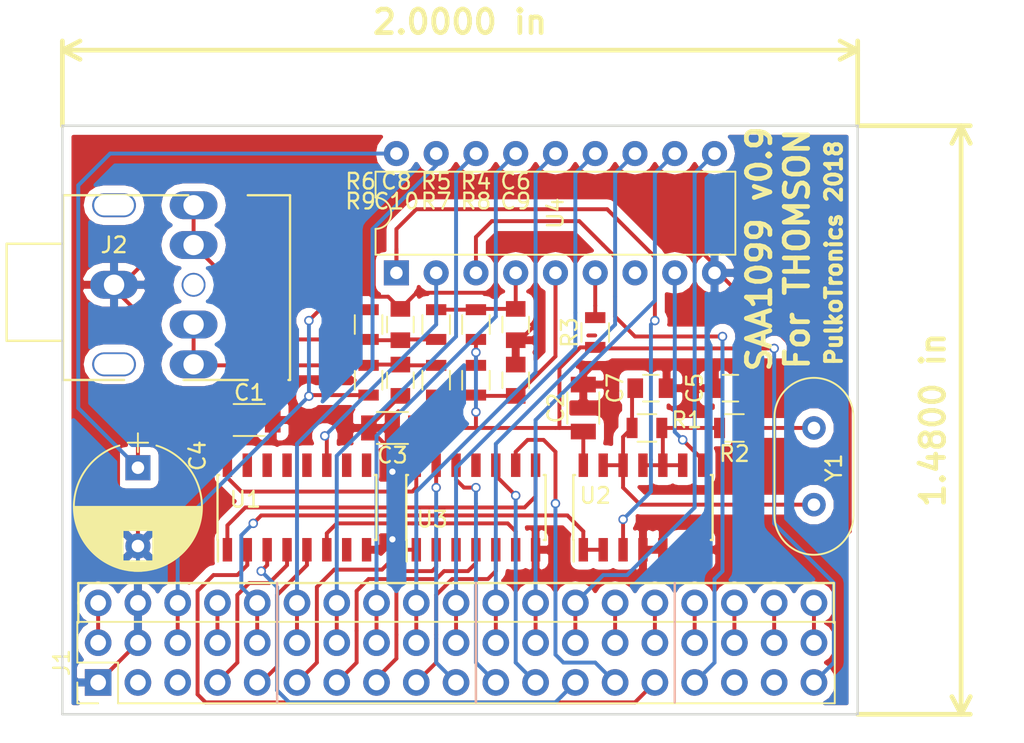
<source format=kicad_pcb>
(kicad_pcb (version 4) (host pcbnew 4.0.7)

  (general
    (links 103)
    (no_connects 0)
    (area 19.736999 45.136999 70.687001 82.879001)
    (thickness 1.6)
    (drawings 8)
    (tracks 397)
    (zones 0)
    (modules 26)
    (nets 47)
  )

  (page A4)
  (layers
    (0 F.Cu signal)
    (31 B.Cu signal)
    (32 B.Adhes user)
    (33 F.Adhes user)
    (34 B.Paste user)
    (35 F.Paste user)
    (36 B.SilkS user)
    (37 F.SilkS user)
    (38 B.Mask user)
    (39 F.Mask user)
    (40 Dwgs.User user)
    (41 Cmts.User user)
    (42 Eco1.User user)
    (43 Eco2.User user)
    (44 Edge.Cuts user)
    (45 Margin user)
    (46 B.CrtYd user)
    (47 F.CrtYd user)
    (48 B.Fab user)
    (49 F.Fab user)
  )

  (setup
    (last_trace_width 0.25)
    (trace_clearance 0.2)
    (zone_clearance 0.508)
    (zone_45_only no)
    (trace_min 0.2)
    (segment_width 0.2)
    (edge_width 0.15)
    (via_size 0.6)
    (via_drill 0.4)
    (via_min_size 0.4)
    (via_min_drill 0.3)
    (uvia_size 0.3)
    (uvia_drill 0.1)
    (uvias_allowed no)
    (uvia_min_size 0.2)
    (uvia_min_drill 0.1)
    (pcb_text_width 0.3)
    (pcb_text_size 1.5 1.5)
    (mod_edge_width 0.15)
    (mod_text_size 1 1)
    (mod_text_width 0.15)
    (pad_size 1.524 1.524)
    (pad_drill 0.762)
    (pad_to_mask_clearance 0.2)
    (aux_axis_origin 0 0)
    (visible_elements FFFFFF7F)
    (pcbplotparams
      (layerselection 0x00030_80000001)
      (usegerberextensions false)
      (excludeedgelayer true)
      (linewidth 0.100000)
      (plotframeref false)
      (viasonmask false)
      (mode 1)
      (useauxorigin false)
      (hpglpennumber 1)
      (hpglpenspeed 20)
      (hpglpendiameter 15)
      (hpglpenoverlay 2)
      (psnegative false)
      (psa4output false)
      (plotreference true)
      (plotvalue true)
      (plotinvisibletext false)
      (padsonsilk false)
      (subtractmaskfromsilk false)
      (outputformat 1)
      (mirror false)
      (drillshape 1)
      (scaleselection 1)
      (outputdirectory ""))
  )

  (net 0 "")
  (net 1 VCC)
  (net 2 GND)
  (net 3 "Net-(C5-Pad1)")
  (net 4 /OUTR)
  (net 5 "Net-(C7-Pad1)")
  (net 6 /LINER)
  (net 7 /OUTL)
  (net 8 /LINEL)
  (net 9 "Net-(R1-Pad1)")
  (net 10 /Iref)
  (net 11 /SON)
  (net 12 "Net-(U1-Pad1)")
  (net 13 /A1)
  (net 14 /A3)
  (net 15 //Axxx)
  (net 16 /A11)
  (net 17 "Net-(U1-Pad6)")
  (net 18 //CS)
  (net 19 /E)
  (net 20 //WR)
  (net 21 /CLK)
  (net 22 /A7)
  (net 23 /A8)
  (net 24 /A9)
  (net 25 /A10)
  (net 26 /A2)
  (net 27 /A4)
  (net 28 /A5)
  (net 29 /A6)
  (net 30 /D0)
  (net 31 /D1)
  (net 32 /A0)
  (net 33 /D2)
  (net 34 /D3)
  (net 35 /D4)
  (net 36 /D5)
  (net 37 /D6)
  (net 38 /D7)
  (net 39 "Net-(J1-Padb19)")
  (net 40 "Net-(J1-Padb18)")
  (net 41 "Net-(J1-Padb17)")
  (net 42 "Net-(J1-Padb16)")
  (net 43 "Net-(J1-Padb15)")
  (net 44 "Net-(J1-Padb14)")
  (net 45 /R/W)
  (net 46 "Net-(J1-Padb1)")

  (net_class Default "Ceci est la Netclass par défaut"
    (clearance 0.2)
    (trace_width 0.25)
    (via_dia 0.6)
    (via_drill 0.4)
    (uvia_dia 0.3)
    (uvia_drill 0.1)
    (add_net //Axxx)
    (add_net //CS)
    (add_net //WR)
    (add_net /A0)
    (add_net /A1)
    (add_net /A10)
    (add_net /A11)
    (add_net /A2)
    (add_net /A3)
    (add_net /A4)
    (add_net /A5)
    (add_net /A6)
    (add_net /A7)
    (add_net /A8)
    (add_net /A9)
    (add_net /CLK)
    (add_net /D0)
    (add_net /D1)
    (add_net /D2)
    (add_net /D3)
    (add_net /D4)
    (add_net /D5)
    (add_net /D6)
    (add_net /D7)
    (add_net /E)
    (add_net /Iref)
    (add_net /LINEL)
    (add_net /LINER)
    (add_net /OUTL)
    (add_net /OUTR)
    (add_net /R/W)
    (add_net /SON)
    (add_net GND)
    (add_net "Net-(C5-Pad1)")
    (add_net "Net-(C7-Pad1)")
    (add_net "Net-(J1-Padb1)")
    (add_net "Net-(J1-Padb14)")
    (add_net "Net-(J1-Padb15)")
    (add_net "Net-(J1-Padb16)")
    (add_net "Net-(J1-Padb17)")
    (add_net "Net-(J1-Padb18)")
    (add_net "Net-(J1-Padb19)")
    (add_net "Net-(R1-Pad1)")
    (add_net "Net-(U1-Pad1)")
    (add_net "Net-(U1-Pad6)")
    (add_net VCC)
  )

  (module Capacitors_SMD:C_1206 (layer F.Cu) (tedit 58AA84B8) (tstamp 5AF44080)
    (at 31.75 64.008)
    (descr "Capacitor SMD 1206, reflow soldering, AVX (see smccp.pdf)")
    (tags "capacitor 1206")
    (path /5AF45D42)
    (attr smd)
    (fp_text reference C1 (at 0 -1.75) (layer F.SilkS)
      (effects (font (size 1 1) (thickness 0.15)))
    )
    (fp_text value C (at 0 2) (layer F.Fab)
      (effects (font (size 1 1) (thickness 0.15)))
    )
    (fp_text user %R (at 0 -1.75) (layer F.Fab)
      (effects (font (size 1 1) (thickness 0.15)))
    )
    (fp_line (start -1.6 0.8) (end -1.6 -0.8) (layer F.Fab) (width 0.1))
    (fp_line (start 1.6 0.8) (end -1.6 0.8) (layer F.Fab) (width 0.1))
    (fp_line (start 1.6 -0.8) (end 1.6 0.8) (layer F.Fab) (width 0.1))
    (fp_line (start -1.6 -0.8) (end 1.6 -0.8) (layer F.Fab) (width 0.1))
    (fp_line (start 1 -1.02) (end -1 -1.02) (layer F.SilkS) (width 0.12))
    (fp_line (start -1 1.02) (end 1 1.02) (layer F.SilkS) (width 0.12))
    (fp_line (start -2.25 -1.05) (end 2.25 -1.05) (layer F.CrtYd) (width 0.05))
    (fp_line (start -2.25 -1.05) (end -2.25 1.05) (layer F.CrtYd) (width 0.05))
    (fp_line (start 2.25 1.05) (end 2.25 -1.05) (layer F.CrtYd) (width 0.05))
    (fp_line (start 2.25 1.05) (end -2.25 1.05) (layer F.CrtYd) (width 0.05))
    (pad 1 smd rect (at -1.5 0) (size 1 1.6) (layers F.Cu F.Paste F.Mask)
      (net 1 VCC))
    (pad 2 smd rect (at 1.5 0) (size 1 1.6) (layers F.Cu F.Paste F.Mask)
      (net 2 GND))
    (model Capacitors_SMD.3dshapes/C_1206.wrl
      (at (xyz 0 0 0))
      (scale (xyz 1 1 1))
      (rotate (xyz 0 0 0))
    )
  )

  (module Capacitors_SMD:C_1206 (layer F.Cu) (tedit 5AF4AE76) (tstamp 5AF44086)
    (at 53.086 63.246 90)
    (descr "Capacitor SMD 1206, reflow soldering, AVX (see smccp.pdf)")
    (tags "capacitor 1206")
    (path /5AF45E43)
    (attr smd)
    (fp_text reference C2 (at 0 -1.75 90) (layer F.SilkS)
      (effects (font (size 1 1) (thickness 0.15)))
    )
    (fp_text value C (at 0 0 90) (layer F.Fab)
      (effects (font (size 1 1) (thickness 0.15)))
    )
    (fp_text user %R (at 0 -1.75 90) (layer F.Fab)
      (effects (font (size 1 1) (thickness 0.15)))
    )
    (fp_line (start -1.6 0.8) (end -1.6 -0.8) (layer F.Fab) (width 0.1))
    (fp_line (start 1.6 0.8) (end -1.6 0.8) (layer F.Fab) (width 0.1))
    (fp_line (start 1.6 -0.8) (end 1.6 0.8) (layer F.Fab) (width 0.1))
    (fp_line (start -1.6 -0.8) (end 1.6 -0.8) (layer F.Fab) (width 0.1))
    (fp_line (start 1 -1.02) (end -1 -1.02) (layer F.SilkS) (width 0.12))
    (fp_line (start -1 1.02) (end 1 1.02) (layer F.SilkS) (width 0.12))
    (fp_line (start -2.25 -1.05) (end 2.25 -1.05) (layer F.CrtYd) (width 0.05))
    (fp_line (start -2.25 -1.05) (end -2.25 1.05) (layer F.CrtYd) (width 0.05))
    (fp_line (start 2.25 1.05) (end 2.25 -1.05) (layer F.CrtYd) (width 0.05))
    (fp_line (start 2.25 1.05) (end -2.25 1.05) (layer F.CrtYd) (width 0.05))
    (pad 1 smd rect (at -1.5 0 90) (size 1 1.6) (layers F.Cu F.Paste F.Mask)
      (net 1 VCC))
    (pad 2 smd rect (at 1.5 0 90) (size 1 1.6) (layers F.Cu F.Paste F.Mask)
      (net 2 GND))
    (model Capacitors_SMD.3dshapes/C_1206.wrl
      (at (xyz 0 0 0))
      (scale (xyz 1 1 1))
      (rotate (xyz 0 0 0))
    )
  )

  (module Capacitors_SMD:C_1206 (layer F.Cu) (tedit 5AF4AE7C) (tstamp 5AF4408C)
    (at 40.894 64.516 180)
    (descr "Capacitor SMD 1206, reflow soldering, AVX (see smccp.pdf)")
    (tags "capacitor 1206")
    (path /5AF45E8A)
    (attr smd)
    (fp_text reference C3 (at 0 -1.75 180) (layer F.SilkS)
      (effects (font (size 1 1) (thickness 0.15)))
    )
    (fp_text value C (at 0 0 180) (layer F.Fab)
      (effects (font (size 1 1) (thickness 0.15)))
    )
    (fp_text user %R (at 0 -1.75 180) (layer F.Fab)
      (effects (font (size 1 1) (thickness 0.15)))
    )
    (fp_line (start -1.6 0.8) (end -1.6 -0.8) (layer F.Fab) (width 0.1))
    (fp_line (start 1.6 0.8) (end -1.6 0.8) (layer F.Fab) (width 0.1))
    (fp_line (start 1.6 -0.8) (end 1.6 0.8) (layer F.Fab) (width 0.1))
    (fp_line (start -1.6 -0.8) (end 1.6 -0.8) (layer F.Fab) (width 0.1))
    (fp_line (start 1 -1.02) (end -1 -1.02) (layer F.SilkS) (width 0.12))
    (fp_line (start -1 1.02) (end 1 1.02) (layer F.SilkS) (width 0.12))
    (fp_line (start -2.25 -1.05) (end 2.25 -1.05) (layer F.CrtYd) (width 0.05))
    (fp_line (start -2.25 -1.05) (end -2.25 1.05) (layer F.CrtYd) (width 0.05))
    (fp_line (start 2.25 1.05) (end 2.25 -1.05) (layer F.CrtYd) (width 0.05))
    (fp_line (start 2.25 1.05) (end -2.25 1.05) (layer F.CrtYd) (width 0.05))
    (pad 1 smd rect (at -1.5 0 180) (size 1 1.6) (layers F.Cu F.Paste F.Mask)
      (net 1 VCC))
    (pad 2 smd rect (at 1.5 0 180) (size 1 1.6) (layers F.Cu F.Paste F.Mask)
      (net 2 GND))
    (model Capacitors_SMD.3dshapes/C_1206.wrl
      (at (xyz 0 0 0))
      (scale (xyz 1 1 1))
      (rotate (xyz 0 0 0))
    )
  )

  (module Capacitors_SMD:C_0805 (layer F.Cu) (tedit 5AF4B32A) (tstamp 5AF44098)
    (at 62.484 61.976 180)
    (descr "Capacitor SMD 0805, reflow soldering, AVX (see smccp.pdf)")
    (tags "capacitor 0805")
    (path /5AF45CC9)
    (attr smd)
    (fp_text reference C5 (at 2.286 0 270) (layer F.SilkS)
      (effects (font (size 1 1) (thickness 0.15)))
    )
    (fp_text value 47pF (at 1.016 1.778 180) (layer F.Fab)
      (effects (font (size 1 1) (thickness 0.15)))
    )
    (fp_text user %R (at 2.286 0 270) (layer F.Fab)
      (effects (font (size 1 1) (thickness 0.15)))
    )
    (fp_line (start -1 0.62) (end -1 -0.62) (layer F.Fab) (width 0.1))
    (fp_line (start 1 0.62) (end -1 0.62) (layer F.Fab) (width 0.1))
    (fp_line (start 1 -0.62) (end 1 0.62) (layer F.Fab) (width 0.1))
    (fp_line (start -1 -0.62) (end 1 -0.62) (layer F.Fab) (width 0.1))
    (fp_line (start 0.5 -0.85) (end -0.5 -0.85) (layer F.SilkS) (width 0.12))
    (fp_line (start -0.5 0.85) (end 0.5 0.85) (layer F.SilkS) (width 0.12))
    (fp_line (start -1.75 -0.88) (end 1.75 -0.88) (layer F.CrtYd) (width 0.05))
    (fp_line (start -1.75 -0.88) (end -1.75 0.87) (layer F.CrtYd) (width 0.05))
    (fp_line (start 1.75 0.87) (end 1.75 -0.88) (layer F.CrtYd) (width 0.05))
    (fp_line (start 1.75 0.87) (end -1.75 0.87) (layer F.CrtYd) (width 0.05))
    (pad 1 smd rect (at -1 0 180) (size 1 1.25) (layers F.Cu F.Paste F.Mask)
      (net 3 "Net-(C5-Pad1)"))
    (pad 2 smd rect (at 1 0 180) (size 1 1.25) (layers F.Cu F.Paste F.Mask)
      (net 2 GND))
    (model Capacitors_SMD.3dshapes/C_0805.wrl
      (at (xyz 0 0 0))
      (scale (xyz 1 1 1))
      (rotate (xyz 0 0 0))
    )
  )

  (module Capacitors_SMD:C_0805 (layer F.Cu) (tedit 5AF4AF4A) (tstamp 5AF4409E)
    (at 48.768 57.912 270)
    (descr "Capacitor SMD 0805, reflow soldering, AVX (see smccp.pdf)")
    (tags "capacitor 0805")
    (path /5AF482E5)
    (attr smd)
    (fp_text reference C6 (at -9.144 0 540) (layer F.SilkS)
      (effects (font (size 1 1) (thickness 0.15)))
    )
    (fp_text value 5nF (at -5.842 0 270) (layer F.Fab)
      (effects (font (size 1 1) (thickness 0.15)))
    )
    (fp_text user %R (at -9.144 0 540) (layer F.Fab)
      (effects (font (size 1 1) (thickness 0.15)))
    )
    (fp_line (start -1 0.62) (end -1 -0.62) (layer F.Fab) (width 0.1))
    (fp_line (start 1 0.62) (end -1 0.62) (layer F.Fab) (width 0.1))
    (fp_line (start 1 -0.62) (end 1 0.62) (layer F.Fab) (width 0.1))
    (fp_line (start -1 -0.62) (end 1 -0.62) (layer F.Fab) (width 0.1))
    (fp_line (start 0.5 -0.85) (end -0.5 -0.85) (layer F.SilkS) (width 0.12))
    (fp_line (start -0.5 0.85) (end 0.5 0.85) (layer F.SilkS) (width 0.12))
    (fp_line (start -1.75 -0.88) (end 1.75 -0.88) (layer F.CrtYd) (width 0.05))
    (fp_line (start -1.75 -0.88) (end -1.75 0.87) (layer F.CrtYd) (width 0.05))
    (fp_line (start 1.75 0.87) (end 1.75 -0.88) (layer F.CrtYd) (width 0.05))
    (fp_line (start 1.75 0.87) (end -1.75 0.87) (layer F.CrtYd) (width 0.05))
    (pad 1 smd rect (at -1 0 270) (size 1 1.25) (layers F.Cu F.Paste F.Mask)
      (net 4 /OUTR))
    (pad 2 smd rect (at 1 0 270) (size 1 1.25) (layers F.Cu F.Paste F.Mask)
      (net 2 GND))
    (model Capacitors_SMD.3dshapes/C_0805.wrl
      (at (xyz 0 0 0))
      (scale (xyz 1 1 1))
      (rotate (xyz 0 0 0))
    )
  )

  (module Capacitors_SMD:C_0805 (layer F.Cu) (tedit 5AF4B320) (tstamp 5AF440A4)
    (at 57.404 61.976)
    (descr "Capacitor SMD 0805, reflow soldering, AVX (see smccp.pdf)")
    (tags "capacitor 0805")
    (path /5AF45C86)
    (attr smd)
    (fp_text reference C7 (at -2.286 0 90) (layer F.SilkS)
      (effects (font (size 1 1) (thickness 0.15)))
    )
    (fp_text value 33pF (at 0.508 -1.778) (layer F.Fab)
      (effects (font (size 1 1) (thickness 0.15)))
    )
    (fp_text user %R (at -2.286 0 90) (layer F.Fab)
      (effects (font (size 1 1) (thickness 0.15)))
    )
    (fp_line (start -1 0.62) (end -1 -0.62) (layer F.Fab) (width 0.1))
    (fp_line (start 1 0.62) (end -1 0.62) (layer F.Fab) (width 0.1))
    (fp_line (start 1 -0.62) (end 1 0.62) (layer F.Fab) (width 0.1))
    (fp_line (start -1 -0.62) (end 1 -0.62) (layer F.Fab) (width 0.1))
    (fp_line (start 0.5 -0.85) (end -0.5 -0.85) (layer F.SilkS) (width 0.12))
    (fp_line (start -0.5 0.85) (end 0.5 0.85) (layer F.SilkS) (width 0.12))
    (fp_line (start -1.75 -0.88) (end 1.75 -0.88) (layer F.CrtYd) (width 0.05))
    (fp_line (start -1.75 -0.88) (end -1.75 0.87) (layer F.CrtYd) (width 0.05))
    (fp_line (start 1.75 0.87) (end 1.75 -0.88) (layer F.CrtYd) (width 0.05))
    (fp_line (start 1.75 0.87) (end -1.75 0.87) (layer F.CrtYd) (width 0.05))
    (pad 1 smd rect (at -1 0) (size 1 1.25) (layers F.Cu F.Paste F.Mask)
      (net 5 "Net-(C7-Pad1)"))
    (pad 2 smd rect (at 1 0) (size 1 1.25) (layers F.Cu F.Paste F.Mask)
      (net 2 GND))
    (model Capacitors_SMD.3dshapes/C_0805.wrl
      (at (xyz 0 0 0))
      (scale (xyz 1 1 1))
      (rotate (xyz 0 0 0))
    )
  )

  (module Capacitors_SMD:C_0805 (layer F.Cu) (tedit 5AF4AF72) (tstamp 5AF440AA)
    (at 41.402 57.912 90)
    (descr "Capacitor SMD 0805, reflow soldering, AVX (see smccp.pdf)")
    (tags "capacitor 0805")
    (path /5AF482EB)
    (attr smd)
    (fp_text reference C8 (at 9.144 -0.254 360) (layer F.SilkS)
      (effects (font (size 1 1) (thickness 0.15)))
    )
    (fp_text value 5nF (at 5.842 -0.254 90) (layer F.Fab)
      (effects (font (size 1 1) (thickness 0.15)))
    )
    (fp_text user %R (at 9.144 -0.254 180) (layer F.Fab)
      (effects (font (size 1 1) (thickness 0.15)))
    )
    (fp_line (start -1 0.62) (end -1 -0.62) (layer F.Fab) (width 0.1))
    (fp_line (start 1 0.62) (end -1 0.62) (layer F.Fab) (width 0.1))
    (fp_line (start 1 -0.62) (end 1 0.62) (layer F.Fab) (width 0.1))
    (fp_line (start -1 -0.62) (end 1 -0.62) (layer F.Fab) (width 0.1))
    (fp_line (start 0.5 -0.85) (end -0.5 -0.85) (layer F.SilkS) (width 0.12))
    (fp_line (start -0.5 0.85) (end 0.5 0.85) (layer F.SilkS) (width 0.12))
    (fp_line (start -1.75 -0.88) (end 1.75 -0.88) (layer F.CrtYd) (width 0.05))
    (fp_line (start -1.75 -0.88) (end -1.75 0.87) (layer F.CrtYd) (width 0.05))
    (fp_line (start 1.75 0.87) (end 1.75 -0.88) (layer F.CrtYd) (width 0.05))
    (fp_line (start 1.75 0.87) (end -1.75 0.87) (layer F.CrtYd) (width 0.05))
    (pad 1 smd rect (at -1 0 90) (size 1 1.25) (layers F.Cu F.Paste F.Mask)
      (net 6 /LINER))
    (pad 2 smd rect (at 1 0 90) (size 1 1.25) (layers F.Cu F.Paste F.Mask)
      (net 2 GND))
    (model Capacitors_SMD.3dshapes/C_0805.wrl
      (at (xyz 0 0 0))
      (scale (xyz 1 1 1))
      (rotate (xyz 0 0 0))
    )
  )

  (module Capacitors_SMD:C_0805 (layer F.Cu) (tedit 5AF4AF5C) (tstamp 5AF440B0)
    (at 48.768 61.468 90)
    (descr "Capacitor SMD 0805, reflow soldering, AVX (see smccp.pdf)")
    (tags "capacitor 0805")
    (path /5AF45C1E)
    (attr smd)
    (fp_text reference C9 (at 11.43 0 180) (layer F.SilkS)
      (effects (font (size 1 1) (thickness 0.15)))
    )
    (fp_text value 5nF (at 9.398 0 90) (layer F.Fab)
      (effects (font (size 1 1) (thickness 0.15)))
    )
    (fp_text user %R (at 11.43 0 180) (layer F.Fab)
      (effects (font (size 1 1) (thickness 0.15)))
    )
    (fp_line (start -1 0.62) (end -1 -0.62) (layer F.Fab) (width 0.1))
    (fp_line (start 1 0.62) (end -1 0.62) (layer F.Fab) (width 0.1))
    (fp_line (start 1 -0.62) (end 1 0.62) (layer F.Fab) (width 0.1))
    (fp_line (start -1 -0.62) (end 1 -0.62) (layer F.Fab) (width 0.1))
    (fp_line (start 0.5 -0.85) (end -0.5 -0.85) (layer F.SilkS) (width 0.12))
    (fp_line (start -0.5 0.85) (end 0.5 0.85) (layer F.SilkS) (width 0.12))
    (fp_line (start -1.75 -0.88) (end 1.75 -0.88) (layer F.CrtYd) (width 0.05))
    (fp_line (start -1.75 -0.88) (end -1.75 0.87) (layer F.CrtYd) (width 0.05))
    (fp_line (start 1.75 0.87) (end 1.75 -0.88) (layer F.CrtYd) (width 0.05))
    (fp_line (start 1.75 0.87) (end -1.75 0.87) (layer F.CrtYd) (width 0.05))
    (pad 1 smd rect (at -1 0 90) (size 1 1.25) (layers F.Cu F.Paste F.Mask)
      (net 7 /OUTL))
    (pad 2 smd rect (at 1 0 90) (size 1 1.25) (layers F.Cu F.Paste F.Mask)
      (net 2 GND))
    (model Capacitors_SMD.3dshapes/C_0805.wrl
      (at (xyz 0 0 0))
      (scale (xyz 1 1 1))
      (rotate (xyz 0 0 0))
    )
  )

  (module Capacitors_SMD:C_0805 (layer F.Cu) (tedit 5AF4AF7D) (tstamp 5AF440B6)
    (at 41.402 61.468 270)
    (descr "Capacitor SMD 0805, reflow soldering, AVX (see smccp.pdf)")
    (tags "capacitor 0805")
    (path /5AF45C4F)
    (attr smd)
    (fp_text reference C10 (at -11.43 0.254 360) (layer F.SilkS)
      (effects (font (size 1 1) (thickness 0.15)))
    )
    (fp_text value 5nF (at -9.398 0.254 270) (layer F.Fab)
      (effects (font (size 1 1) (thickness 0.15)))
    )
    (fp_text user %R (at -11.43 0.254 360) (layer F.Fab)
      (effects (font (size 1 1) (thickness 0.15)))
    )
    (fp_line (start -1 0.62) (end -1 -0.62) (layer F.Fab) (width 0.1))
    (fp_line (start 1 0.62) (end -1 0.62) (layer F.Fab) (width 0.1))
    (fp_line (start 1 -0.62) (end 1 0.62) (layer F.Fab) (width 0.1))
    (fp_line (start -1 -0.62) (end 1 -0.62) (layer F.Fab) (width 0.1))
    (fp_line (start 0.5 -0.85) (end -0.5 -0.85) (layer F.SilkS) (width 0.12))
    (fp_line (start -0.5 0.85) (end 0.5 0.85) (layer F.SilkS) (width 0.12))
    (fp_line (start -1.75 -0.88) (end 1.75 -0.88) (layer F.CrtYd) (width 0.05))
    (fp_line (start -1.75 -0.88) (end -1.75 0.87) (layer F.CrtYd) (width 0.05))
    (fp_line (start 1.75 0.87) (end 1.75 -0.88) (layer F.CrtYd) (width 0.05))
    (fp_line (start 1.75 0.87) (end -1.75 0.87) (layer F.CrtYd) (width 0.05))
    (pad 1 smd rect (at -1 0 270) (size 1 1.25) (layers F.Cu F.Paste F.Mask)
      (net 8 /LINEL))
    (pad 2 smd rect (at 1 0 270) (size 1 1.25) (layers F.Cu F.Paste F.Mask)
      (net 2 GND))
    (model Capacitors_SMD.3dshapes/C_0805.wrl
      (at (xyz 0 0 0))
      (scale (xyz 1 1 1))
      (rotate (xyz 0 0 0))
    )
  )

  (module Resistors_SMD:R_0805 (layer F.Cu) (tedit 5AF4B330) (tstamp 5AF440EF)
    (at 57.15 64.516 180)
    (descr "Resistor SMD 0805, reflow soldering, Vishay (see dcrcw.pdf)")
    (tags "resistor 0805")
    (path /5AF45BEB)
    (attr smd)
    (fp_text reference R1 (at -2.54 0.508 180) (layer F.SilkS)
      (effects (font (size 1 1) (thickness 0.15)))
    )
    (fp_text value 5M (at 2.286 0 270) (layer F.Fab)
      (effects (font (size 1 1) (thickness 0.15)))
    )
    (fp_text user %R (at 0 0 180) (layer F.Fab)
      (effects (font (size 0.5 0.5) (thickness 0.075)))
    )
    (fp_line (start -1 0.62) (end -1 -0.62) (layer F.Fab) (width 0.1))
    (fp_line (start 1 0.62) (end -1 0.62) (layer F.Fab) (width 0.1))
    (fp_line (start 1 -0.62) (end 1 0.62) (layer F.Fab) (width 0.1))
    (fp_line (start -1 -0.62) (end 1 -0.62) (layer F.Fab) (width 0.1))
    (fp_line (start 0.6 0.88) (end -0.6 0.88) (layer F.SilkS) (width 0.12))
    (fp_line (start -0.6 -0.88) (end 0.6 -0.88) (layer F.SilkS) (width 0.12))
    (fp_line (start -1.55 -0.9) (end 1.55 -0.9) (layer F.CrtYd) (width 0.05))
    (fp_line (start -1.55 -0.9) (end -1.55 0.9) (layer F.CrtYd) (width 0.05))
    (fp_line (start 1.55 0.9) (end 1.55 -0.9) (layer F.CrtYd) (width 0.05))
    (fp_line (start 1.55 0.9) (end -1.55 0.9) (layer F.CrtYd) (width 0.05))
    (pad 1 smd rect (at -0.95 0 180) (size 0.7 1.3) (layers F.Cu F.Paste F.Mask)
      (net 9 "Net-(R1-Pad1)"))
    (pad 2 smd rect (at 0.95 0 180) (size 0.7 1.3) (layers F.Cu F.Paste F.Mask)
      (net 5 "Net-(C7-Pad1)"))
    (model ${KISYS3DMOD}/Resistors_SMD.3dshapes/R_0805.wrl
      (at (xyz 0 0 0))
      (scale (xyz 1 1 1))
      (rotate (xyz 0 0 0))
    )
  )

  (module Resistors_SMD:R_0805 (layer F.Cu) (tedit 5AF4AE5C) (tstamp 5AF440F5)
    (at 62.738 64.516 180)
    (descr "Resistor SMD 0805, reflow soldering, Vishay (see dcrcw.pdf)")
    (tags "resistor 0805")
    (path /5AF45B96)
    (attr smd)
    (fp_text reference R2 (at 0 -1.65 180) (layer F.SilkS)
      (effects (font (size 1 1) (thickness 0.15)))
    )
    (fp_text value 6R (at 0 -2.794 180) (layer F.Fab)
      (effects (font (size 1 1) (thickness 0.15)))
    )
    (fp_text user %R (at 0 0 180) (layer F.Fab)
      (effects (font (size 0.5 0.5) (thickness 0.075)))
    )
    (fp_line (start -1 0.62) (end -1 -0.62) (layer F.Fab) (width 0.1))
    (fp_line (start 1 0.62) (end -1 0.62) (layer F.Fab) (width 0.1))
    (fp_line (start 1 -0.62) (end 1 0.62) (layer F.Fab) (width 0.1))
    (fp_line (start -1 -0.62) (end 1 -0.62) (layer F.Fab) (width 0.1))
    (fp_line (start 0.6 0.88) (end -0.6 0.88) (layer F.SilkS) (width 0.12))
    (fp_line (start -0.6 -0.88) (end 0.6 -0.88) (layer F.SilkS) (width 0.12))
    (fp_line (start -1.55 -0.9) (end 1.55 -0.9) (layer F.CrtYd) (width 0.05))
    (fp_line (start -1.55 -0.9) (end -1.55 0.9) (layer F.CrtYd) (width 0.05))
    (fp_line (start 1.55 0.9) (end 1.55 -0.9) (layer F.CrtYd) (width 0.05))
    (fp_line (start 1.55 0.9) (end -1.55 0.9) (layer F.CrtYd) (width 0.05))
    (pad 1 smd rect (at -0.95 0 180) (size 0.7 1.3) (layers F.Cu F.Paste F.Mask)
      (net 3 "Net-(C5-Pad1)"))
    (pad 2 smd rect (at 0.95 0 180) (size 0.7 1.3) (layers F.Cu F.Paste F.Mask)
      (net 9 "Net-(R1-Pad1)"))
    (model ${KISYS3DMOD}/Resistors_SMD.3dshapes/R_0805.wrl
      (at (xyz 0 0 0))
      (scale (xyz 1 1 1))
      (rotate (xyz 0 0 0))
    )
  )

  (module Resistors_SMD:R_0805 (layer F.Cu) (tedit 58E0A804) (tstamp 5AF440FB)
    (at 53.848 58.42 90)
    (descr "Resistor SMD 0805, reflow soldering, Vishay (see dcrcw.pdf)")
    (tags "resistor 0805")
    (path /5AF45B05)
    (attr smd)
    (fp_text reference R3 (at 0 -1.65 90) (layer F.SilkS)
      (effects (font (size 1 1) (thickness 0.15)))
    )
    (fp_text value 10K (at 0 1.75 90) (layer F.Fab)
      (effects (font (size 1 1) (thickness 0.15)))
    )
    (fp_text user %R (at 0 0 90) (layer F.Fab)
      (effects (font (size 0.5 0.5) (thickness 0.075)))
    )
    (fp_line (start -1 0.62) (end -1 -0.62) (layer F.Fab) (width 0.1))
    (fp_line (start 1 0.62) (end -1 0.62) (layer F.Fab) (width 0.1))
    (fp_line (start 1 -0.62) (end 1 0.62) (layer F.Fab) (width 0.1))
    (fp_line (start -1 -0.62) (end 1 -0.62) (layer F.Fab) (width 0.1))
    (fp_line (start 0.6 0.88) (end -0.6 0.88) (layer F.SilkS) (width 0.12))
    (fp_line (start -0.6 -0.88) (end 0.6 -0.88) (layer F.SilkS) (width 0.12))
    (fp_line (start -1.55 -0.9) (end 1.55 -0.9) (layer F.CrtYd) (width 0.05))
    (fp_line (start -1.55 -0.9) (end -1.55 0.9) (layer F.CrtYd) (width 0.05))
    (fp_line (start 1.55 0.9) (end 1.55 -0.9) (layer F.CrtYd) (width 0.05))
    (fp_line (start 1.55 0.9) (end -1.55 0.9) (layer F.CrtYd) (width 0.05))
    (pad 1 smd rect (at -0.95 0 90) (size 0.7 1.3) (layers F.Cu F.Paste F.Mask)
      (net 1 VCC))
    (pad 2 smd rect (at 0.95 0 90) (size 0.7 1.3) (layers F.Cu F.Paste F.Mask)
      (net 10 /Iref))
    (model ${KISYS3DMOD}/Resistors_SMD.3dshapes/R_0805.wrl
      (at (xyz 0 0 0))
      (scale (xyz 1 1 1))
      (rotate (xyz 0 0 0))
    )
  )

  (module Resistors_SMD:R_0805 (layer F.Cu) (tedit 5AF4AF35) (tstamp 5AF44101)
    (at 46.228 57.912 90)
    (descr "Resistor SMD 0805, reflow soldering, Vishay (see dcrcw.pdf)")
    (tags "resistor 0805")
    (path /5AF482D9)
    (attr smd)
    (fp_text reference R4 (at 9.144 0 180) (layer F.SilkS)
      (effects (font (size 1 1) (thickness 0.15)))
    )
    (fp_text value 820 (at 5.842 0 90) (layer F.Fab)
      (effects (font (size 1 1) (thickness 0.15)))
    )
    (fp_text user %R (at 0 0 90) (layer F.Fab)
      (effects (font (size 0.5 0.5) (thickness 0.075)))
    )
    (fp_line (start -1 0.62) (end -1 -0.62) (layer F.Fab) (width 0.1))
    (fp_line (start 1 0.62) (end -1 0.62) (layer F.Fab) (width 0.1))
    (fp_line (start 1 -0.62) (end 1 0.62) (layer F.Fab) (width 0.1))
    (fp_line (start -1 -0.62) (end 1 -0.62) (layer F.Fab) (width 0.1))
    (fp_line (start 0.6 0.88) (end -0.6 0.88) (layer F.SilkS) (width 0.12))
    (fp_line (start -0.6 -0.88) (end 0.6 -0.88) (layer F.SilkS) (width 0.12))
    (fp_line (start -1.55 -0.9) (end 1.55 -0.9) (layer F.CrtYd) (width 0.05))
    (fp_line (start -1.55 -0.9) (end -1.55 0.9) (layer F.CrtYd) (width 0.05))
    (fp_line (start 1.55 0.9) (end 1.55 -0.9) (layer F.CrtYd) (width 0.05))
    (fp_line (start 1.55 0.9) (end -1.55 0.9) (layer F.CrtYd) (width 0.05))
    (pad 1 smd rect (at -0.95 0 90) (size 0.7 1.3) (layers F.Cu F.Paste F.Mask)
      (net 1 VCC))
    (pad 2 smd rect (at 0.95 0 90) (size 0.7 1.3) (layers F.Cu F.Paste F.Mask)
      (net 4 /OUTR))
    (model ${KISYS3DMOD}/Resistors_SMD.3dshapes/R_0805.wrl
      (at (xyz 0 0 0))
      (scale (xyz 1 1 1))
      (rotate (xyz 0 0 0))
    )
  )

  (module Resistors_SMD:R_0805 (layer F.Cu) (tedit 5AF4AF3F) (tstamp 5AF44107)
    (at 43.688 57.912 90)
    (descr "Resistor SMD 0805, reflow soldering, Vishay (see dcrcw.pdf)")
    (tags "resistor 0805")
    (path /5AF482DF)
    (attr smd)
    (fp_text reference R5 (at 9.144 0 180) (layer F.SilkS)
      (effects (font (size 1 1) (thickness 0.15)))
    )
    (fp_text value 10K (at 5.842 0 90) (layer F.Fab)
      (effects (font (size 1 1) (thickness 0.15)))
    )
    (fp_text user %R (at 0 0 90) (layer F.Fab)
      (effects (font (size 0.5 0.5) (thickness 0.075)))
    )
    (fp_line (start -1 0.62) (end -1 -0.62) (layer F.Fab) (width 0.1))
    (fp_line (start 1 0.62) (end -1 0.62) (layer F.Fab) (width 0.1))
    (fp_line (start 1 -0.62) (end 1 0.62) (layer F.Fab) (width 0.1))
    (fp_line (start -1 -0.62) (end 1 -0.62) (layer F.Fab) (width 0.1))
    (fp_line (start 0.6 0.88) (end -0.6 0.88) (layer F.SilkS) (width 0.12))
    (fp_line (start -0.6 -0.88) (end 0.6 -0.88) (layer F.SilkS) (width 0.12))
    (fp_line (start -1.55 -0.9) (end 1.55 -0.9) (layer F.CrtYd) (width 0.05))
    (fp_line (start -1.55 -0.9) (end -1.55 0.9) (layer F.CrtYd) (width 0.05))
    (fp_line (start 1.55 0.9) (end 1.55 -0.9) (layer F.CrtYd) (width 0.05))
    (fp_line (start 1.55 0.9) (end -1.55 0.9) (layer F.CrtYd) (width 0.05))
    (pad 1 smd rect (at -0.95 0 90) (size 0.7 1.3) (layers F.Cu F.Paste F.Mask)
      (net 6 /LINER))
    (pad 2 smd rect (at 0.95 0 90) (size 0.7 1.3) (layers F.Cu F.Paste F.Mask)
      (net 4 /OUTR))
    (model ${KISYS3DMOD}/Resistors_SMD.3dshapes/R_0805.wrl
      (at (xyz 0 0 0))
      (scale (xyz 1 1 1))
      (rotate (xyz 0 0 0))
    )
  )

  (module Resistors_SMD:R_0805 (layer F.Cu) (tedit 5AF4AF81) (tstamp 5AF4410D)
    (at 39.37 57.912 270)
    (descr "Resistor SMD 0805, reflow soldering, Vishay (see dcrcw.pdf)")
    (tags "resistor 0805")
    (path /5AF482FF)
    (attr smd)
    (fp_text reference R6 (at -9.144 0.508 360) (layer F.SilkS)
      (effects (font (size 1 1) (thickness 0.15)))
    )
    (fp_text value 10K (at -5.842 0.254 270) (layer F.Fab)
      (effects (font (size 1 1) (thickness 0.15)))
    )
    (fp_text user %R (at 0 0 270) (layer F.Fab)
      (effects (font (size 0.5 0.5) (thickness 0.075)))
    )
    (fp_line (start -1 0.62) (end -1 -0.62) (layer F.Fab) (width 0.1))
    (fp_line (start 1 0.62) (end -1 0.62) (layer F.Fab) (width 0.1))
    (fp_line (start 1 -0.62) (end 1 0.62) (layer F.Fab) (width 0.1))
    (fp_line (start -1 -0.62) (end 1 -0.62) (layer F.Fab) (width 0.1))
    (fp_line (start 0.6 0.88) (end -0.6 0.88) (layer F.SilkS) (width 0.12))
    (fp_line (start -0.6 -0.88) (end 0.6 -0.88) (layer F.SilkS) (width 0.12))
    (fp_line (start -1.55 -0.9) (end 1.55 -0.9) (layer F.CrtYd) (width 0.05))
    (fp_line (start -1.55 -0.9) (end -1.55 0.9) (layer F.CrtYd) (width 0.05))
    (fp_line (start 1.55 0.9) (end 1.55 -0.9) (layer F.CrtYd) (width 0.05))
    (fp_line (start 1.55 0.9) (end -1.55 0.9) (layer F.CrtYd) (width 0.05))
    (pad 1 smd rect (at -0.95 0 270) (size 0.7 1.3) (layers F.Cu F.Paste F.Mask)
      (net 11 /SON))
    (pad 2 smd rect (at 0.95 0 270) (size 0.7 1.3) (layers F.Cu F.Paste F.Mask)
      (net 6 /LINER))
    (model ${KISYS3DMOD}/Resistors_SMD.3dshapes/R_0805.wrl
      (at (xyz 0 0 0))
      (scale (xyz 1 1 1))
      (rotate (xyz 0 0 0))
    )
  )

  (module Resistors_SMD:R_0805 (layer F.Cu) (tedit 5AF4AF62) (tstamp 5AF44113)
    (at 46.228 61.468 270)
    (descr "Resistor SMD 0805, reflow soldering, Vishay (see dcrcw.pdf)")
    (tags "resistor 0805")
    (path /5AF45B40)
    (attr smd)
    (fp_text reference R7 (at -11.43 2.54 360) (layer F.SilkS)
      (effects (font (size 1 1) (thickness 0.15)))
    )
    (fp_text value 820 (at -9.398 0 270) (layer F.Fab)
      (effects (font (size 1 1) (thickness 0.15)))
    )
    (fp_text user %R (at 0 0 270) (layer F.Fab)
      (effects (font (size 0.5 0.5) (thickness 0.075)))
    )
    (fp_line (start -1 0.62) (end -1 -0.62) (layer F.Fab) (width 0.1))
    (fp_line (start 1 0.62) (end -1 0.62) (layer F.Fab) (width 0.1))
    (fp_line (start 1 -0.62) (end 1 0.62) (layer F.Fab) (width 0.1))
    (fp_line (start -1 -0.62) (end 1 -0.62) (layer F.Fab) (width 0.1))
    (fp_line (start 0.6 0.88) (end -0.6 0.88) (layer F.SilkS) (width 0.12))
    (fp_line (start -0.6 -0.88) (end 0.6 -0.88) (layer F.SilkS) (width 0.12))
    (fp_line (start -1.55 -0.9) (end 1.55 -0.9) (layer F.CrtYd) (width 0.05))
    (fp_line (start -1.55 -0.9) (end -1.55 0.9) (layer F.CrtYd) (width 0.05))
    (fp_line (start 1.55 0.9) (end 1.55 -0.9) (layer F.CrtYd) (width 0.05))
    (fp_line (start 1.55 0.9) (end -1.55 0.9) (layer F.CrtYd) (width 0.05))
    (pad 1 smd rect (at -0.95 0 270) (size 0.7 1.3) (layers F.Cu F.Paste F.Mask)
      (net 1 VCC))
    (pad 2 smd rect (at 0.95 0 270) (size 0.7 1.3) (layers F.Cu F.Paste F.Mask)
      (net 7 /OUTL))
    (model ${KISYS3DMOD}/Resistors_SMD.3dshapes/R_0805.wrl
      (at (xyz 0 0 0))
      (scale (xyz 1 1 1))
      (rotate (xyz 0 0 0))
    )
  )

  (module Resistors_SMD:R_0805 (layer F.Cu) (tedit 5AF4AF39) (tstamp 5AF44119)
    (at 43.688 61.468 270)
    (descr "Resistor SMD 0805, reflow soldering, Vishay (see dcrcw.pdf)")
    (tags "resistor 0805")
    (path /5AF45B67)
    (attr smd)
    (fp_text reference R8 (at -11.43 -2.54 540) (layer F.SilkS)
      (effects (font (size 1 1) (thickness 0.15)))
    )
    (fp_text value 10K (at -9.398 0 270) (layer F.Fab)
      (effects (font (size 1 1) (thickness 0.15)))
    )
    (fp_text user %R (at 0 0 270) (layer F.Fab)
      (effects (font (size 0.5 0.5) (thickness 0.075)))
    )
    (fp_line (start -1 0.62) (end -1 -0.62) (layer F.Fab) (width 0.1))
    (fp_line (start 1 0.62) (end -1 0.62) (layer F.Fab) (width 0.1))
    (fp_line (start 1 -0.62) (end 1 0.62) (layer F.Fab) (width 0.1))
    (fp_line (start -1 -0.62) (end 1 -0.62) (layer F.Fab) (width 0.1))
    (fp_line (start 0.6 0.88) (end -0.6 0.88) (layer F.SilkS) (width 0.12))
    (fp_line (start -0.6 -0.88) (end 0.6 -0.88) (layer F.SilkS) (width 0.12))
    (fp_line (start -1.55 -0.9) (end 1.55 -0.9) (layer F.CrtYd) (width 0.05))
    (fp_line (start -1.55 -0.9) (end -1.55 0.9) (layer F.CrtYd) (width 0.05))
    (fp_line (start 1.55 0.9) (end 1.55 -0.9) (layer F.CrtYd) (width 0.05))
    (fp_line (start 1.55 0.9) (end -1.55 0.9) (layer F.CrtYd) (width 0.05))
    (pad 1 smd rect (at -0.95 0 270) (size 0.7 1.3) (layers F.Cu F.Paste F.Mask)
      (net 8 /LINEL))
    (pad 2 smd rect (at 0.95 0 270) (size 0.7 1.3) (layers F.Cu F.Paste F.Mask)
      (net 7 /OUTL))
    (model ${KISYS3DMOD}/Resistors_SMD.3dshapes/R_0805.wrl
      (at (xyz 0 0 0))
      (scale (xyz 1 1 1))
      (rotate (xyz 0 0 0))
    )
  )

  (module Resistors_SMD:R_0805 (layer F.Cu) (tedit 5AF4AF85) (tstamp 5AF4411F)
    (at 39.37 61.468 90)
    (descr "Resistor SMD 0805, reflow soldering, Vishay (see dcrcw.pdf)")
    (tags "resistor 0805")
    (path /5AF47A0D)
    (attr smd)
    (fp_text reference R9 (at 11.43 -0.508 180) (layer F.SilkS)
      (effects (font (size 1 1) (thickness 0.15)))
    )
    (fp_text value 10K (at 9.398 -0.254 90) (layer F.Fab)
      (effects (font (size 1 1) (thickness 0.15)))
    )
    (fp_text user %R (at 0 0 90) (layer F.Fab)
      (effects (font (size 0.5 0.5) (thickness 0.075)))
    )
    (fp_line (start -1 0.62) (end -1 -0.62) (layer F.Fab) (width 0.1))
    (fp_line (start 1 0.62) (end -1 0.62) (layer F.Fab) (width 0.1))
    (fp_line (start 1 -0.62) (end 1 0.62) (layer F.Fab) (width 0.1))
    (fp_line (start -1 -0.62) (end 1 -0.62) (layer F.Fab) (width 0.1))
    (fp_line (start 0.6 0.88) (end -0.6 0.88) (layer F.SilkS) (width 0.12))
    (fp_line (start -0.6 -0.88) (end 0.6 -0.88) (layer F.SilkS) (width 0.12))
    (fp_line (start -1.55 -0.9) (end 1.55 -0.9) (layer F.CrtYd) (width 0.05))
    (fp_line (start -1.55 -0.9) (end -1.55 0.9) (layer F.CrtYd) (width 0.05))
    (fp_line (start 1.55 0.9) (end 1.55 -0.9) (layer F.CrtYd) (width 0.05))
    (fp_line (start 1.55 0.9) (end -1.55 0.9) (layer F.CrtYd) (width 0.05))
    (pad 1 smd rect (at -0.95 0 90) (size 0.7 1.3) (layers F.Cu F.Paste F.Mask)
      (net 11 /SON))
    (pad 2 smd rect (at 0.95 0 90) (size 0.7 1.3) (layers F.Cu F.Paste F.Mask)
      (net 8 /LINEL))
    (model ${KISYS3DMOD}/Resistors_SMD.3dshapes/R_0805.wrl
      (at (xyz 0 0 0))
      (scale (xyz 1 1 1))
      (rotate (xyz 0 0 0))
    )
  )

  (module Housings_SOIC:SOIC-16_3.9x9.9mm_Pitch1.27mm (layer F.Cu) (tedit 5AF4AE1E) (tstamp 5AF44133)
    (at 34.798 69.596 90)
    (descr "16-Lead Plastic Small Outline (SL) - Narrow, 3.90 mm Body [SOIC] (see Microchip Packaging Specification 00000049BS.pdf)")
    (tags "SOIC 1.27")
    (path /5AF4337F)
    (attr smd)
    (fp_text reference U1 (at 0.508 -3.302 180) (layer F.SilkS)
      (effects (font (size 1 1) (thickness 0.15)))
    )
    (fp_text value 74LS138 (at -0.254 1.27 180) (layer F.Fab)
      (effects (font (size 1 1) (thickness 0.15)))
    )
    (fp_text user %R (at 0.508 -3.302 180) (layer F.Fab)
      (effects (font (size 0.9 0.9) (thickness 0.135)))
    )
    (fp_line (start -0.95 -4.95) (end 1.95 -4.95) (layer F.Fab) (width 0.15))
    (fp_line (start 1.95 -4.95) (end 1.95 4.95) (layer F.Fab) (width 0.15))
    (fp_line (start 1.95 4.95) (end -1.95 4.95) (layer F.Fab) (width 0.15))
    (fp_line (start -1.95 4.95) (end -1.95 -3.95) (layer F.Fab) (width 0.15))
    (fp_line (start -1.95 -3.95) (end -0.95 -4.95) (layer F.Fab) (width 0.15))
    (fp_line (start -3.7 -5.25) (end -3.7 5.25) (layer F.CrtYd) (width 0.05))
    (fp_line (start 3.7 -5.25) (end 3.7 5.25) (layer F.CrtYd) (width 0.05))
    (fp_line (start -3.7 -5.25) (end 3.7 -5.25) (layer F.CrtYd) (width 0.05))
    (fp_line (start -3.7 5.25) (end 3.7 5.25) (layer F.CrtYd) (width 0.05))
    (fp_line (start -2.075 -5.075) (end -2.075 -5.05) (layer F.SilkS) (width 0.15))
    (fp_line (start 2.075 -5.075) (end 2.075 -4.97) (layer F.SilkS) (width 0.15))
    (fp_line (start 2.075 5.075) (end 2.075 4.97) (layer F.SilkS) (width 0.15))
    (fp_line (start -2.075 5.075) (end -2.075 4.97) (layer F.SilkS) (width 0.15))
    (fp_line (start -2.075 -5.075) (end 2.075 -5.075) (layer F.SilkS) (width 0.15))
    (fp_line (start -2.075 5.075) (end 2.075 5.075) (layer F.SilkS) (width 0.15))
    (fp_line (start -2.075 -5.05) (end -3.45 -5.05) (layer F.SilkS) (width 0.15))
    (pad 1 smd rect (at -2.7 -4.445 90) (size 1.5 0.6) (layers F.Cu F.Paste F.Mask)
      (net 12 "Net-(U1-Pad1)"))
    (pad 2 smd rect (at -2.7 -3.175 90) (size 1.5 0.6) (layers F.Cu F.Paste F.Mask)
      (net 13 /A1))
    (pad 3 smd rect (at -2.7 -1.905 90) (size 1.5 0.6) (layers F.Cu F.Paste F.Mask)
      (net 14 /A3))
    (pad 4 smd rect (at -2.7 -0.635 90) (size 1.5 0.6) (layers F.Cu F.Paste F.Mask)
      (net 15 //Axxx))
    (pad 5 smd rect (at -2.7 0.635 90) (size 1.5 0.6) (layers F.Cu F.Paste F.Mask)
      (net 16 /A11))
    (pad 6 smd rect (at -2.7 1.905 90) (size 1.5 0.6) (layers F.Cu F.Paste F.Mask)
      (net 17 "Net-(U1-Pad6)"))
    (pad 7 smd rect (at -2.7 3.175 90) (size 1.5 0.6) (layers F.Cu F.Paste F.Mask))
    (pad 8 smd rect (at -2.7 4.445 90) (size 1.5 0.6) (layers F.Cu F.Paste F.Mask)
      (net 2 GND))
    (pad 9 smd rect (at 2.7 4.445 90) (size 1.5 0.6) (layers F.Cu F.Paste F.Mask))
    (pad 10 smd rect (at 2.7 3.175 90) (size 1.5 0.6) (layers F.Cu F.Paste F.Mask))
    (pad 11 smd rect (at 2.7 1.905 90) (size 1.5 0.6) (layers F.Cu F.Paste F.Mask)
      (net 18 //CS))
    (pad 12 smd rect (at 2.7 0.635 90) (size 1.5 0.6) (layers F.Cu F.Paste F.Mask))
    (pad 13 smd rect (at 2.7 -0.635 90) (size 1.5 0.6) (layers F.Cu F.Paste F.Mask))
    (pad 14 smd rect (at 2.7 -1.905 90) (size 1.5 0.6) (layers F.Cu F.Paste F.Mask))
    (pad 15 smd rect (at 2.7 -3.175 90) (size 1.5 0.6) (layers F.Cu F.Paste F.Mask))
    (pad 16 smd rect (at 2.7 -4.445 90) (size 1.5 0.6) (layers F.Cu F.Paste F.Mask)
      (net 1 VCC))
    (model ${KISYS3DMOD}/Housings_SOIC.3dshapes/SOIC-16_3.9x9.9mm_Pitch1.27mm.wrl
      (at (xyz 0 0 0))
      (scale (xyz 1 1 1))
      (rotate (xyz 0 0 0))
    )
  )

  (module Housings_SOIC:SOIC-14_3.9x8.7mm_Pitch1.27mm (layer F.Cu) (tedit 5AF4AE29) (tstamp 5AF44145)
    (at 56.896 69.596 90)
    (descr "14-Lead Plastic Small Outline (SL) - Narrow, 3.90 mm Body [SOIC] (see Microchip Packaging Specification 00000049BS.pdf)")
    (tags "SOIC 1.27")
    (path /5AF4351F)
    (attr smd)
    (fp_text reference U2 (at 0.762 -3.048 180) (layer F.SilkS)
      (effects (font (size 1 1) (thickness 0.15)))
    )
    (fp_text value 74LS00 (at -0.762 1.778 180) (layer F.Fab)
      (effects (font (size 1 1) (thickness 0.15)))
    )
    (fp_text user %R (at 0.762 -3.048 180) (layer F.Fab)
      (effects (font (size 0.9 0.9) (thickness 0.135)))
    )
    (fp_line (start -0.95 -4.35) (end 1.95 -4.35) (layer F.Fab) (width 0.15))
    (fp_line (start 1.95 -4.35) (end 1.95 4.35) (layer F.Fab) (width 0.15))
    (fp_line (start 1.95 4.35) (end -1.95 4.35) (layer F.Fab) (width 0.15))
    (fp_line (start -1.95 4.35) (end -1.95 -3.35) (layer F.Fab) (width 0.15))
    (fp_line (start -1.95 -3.35) (end -0.95 -4.35) (layer F.Fab) (width 0.15))
    (fp_line (start -3.7 -4.65) (end -3.7 4.65) (layer F.CrtYd) (width 0.05))
    (fp_line (start 3.7 -4.65) (end 3.7 4.65) (layer F.CrtYd) (width 0.05))
    (fp_line (start -3.7 -4.65) (end 3.7 -4.65) (layer F.CrtYd) (width 0.05))
    (fp_line (start -3.7 4.65) (end 3.7 4.65) (layer F.CrtYd) (width 0.05))
    (fp_line (start -2.075 -4.45) (end -2.075 -4.425) (layer F.SilkS) (width 0.15))
    (fp_line (start 2.075 -4.45) (end 2.075 -4.335) (layer F.SilkS) (width 0.15))
    (fp_line (start 2.075 4.45) (end 2.075 4.335) (layer F.SilkS) (width 0.15))
    (fp_line (start -2.075 4.45) (end -2.075 4.335) (layer F.SilkS) (width 0.15))
    (fp_line (start -2.075 -4.45) (end 2.075 -4.45) (layer F.SilkS) (width 0.15))
    (fp_line (start -2.075 4.45) (end 2.075 4.45) (layer F.SilkS) (width 0.15))
    (fp_line (start -2.075 -4.425) (end -3.45 -4.425) (layer F.SilkS) (width 0.15))
    (pad 1 smd rect (at -2.7 -3.81 90) (size 1.5 0.6) (layers F.Cu F.Paste F.Mask)
      (net 19 /E))
    (pad 2 smd rect (at -2.7 -2.54 90) (size 1.5 0.6) (layers F.Cu F.Paste F.Mask)
      (net 19 /E))
    (pad 3 smd rect (at -2.7 -1.27 90) (size 1.5 0.6) (layers F.Cu F.Paste F.Mask)
      (net 20 //WR))
    (pad 4 smd rect (at -2.7 0 90) (size 1.5 0.6) (layers F.Cu F.Paste F.Mask)
      (net 2 GND))
    (pad 5 smd rect (at -2.7 1.27 90) (size 1.5 0.6) (layers F.Cu F.Paste F.Mask)
      (net 2 GND))
    (pad 6 smd rect (at -2.7 2.54 90) (size 1.5 0.6) (layers F.Cu F.Paste F.Mask))
    (pad 7 smd rect (at -2.7 3.81 90) (size 1.5 0.6) (layers F.Cu F.Paste F.Mask)
      (net 2 GND))
    (pad 8 smd rect (at 2.7 3.81 90) (size 1.5 0.6) (layers F.Cu F.Paste F.Mask)
      (net 21 /CLK))
    (pad 9 smd rect (at 2.7 2.54 90) (size 1.5 0.6) (layers F.Cu F.Paste F.Mask)
      (net 9 "Net-(R1-Pad1)"))
    (pad 10 smd rect (at 2.7 1.27 90) (size 1.5 0.6) (layers F.Cu F.Paste F.Mask)
      (net 9 "Net-(R1-Pad1)"))
    (pad 11 smd rect (at 2.7 0 90) (size 1.5 0.6) (layers F.Cu F.Paste F.Mask)
      (net 9 "Net-(R1-Pad1)"))
    (pad 12 smd rect (at 2.7 -1.27 90) (size 1.5 0.6) (layers F.Cu F.Paste F.Mask)
      (net 5 "Net-(C7-Pad1)"))
    (pad 13 smd rect (at 2.7 -2.54 90) (size 1.5 0.6) (layers F.Cu F.Paste F.Mask)
      (net 5 "Net-(C7-Pad1)"))
    (pad 14 smd rect (at 2.7 -3.81 90) (size 1.5 0.6) (layers F.Cu F.Paste F.Mask)
      (net 1 VCC))
    (model ${KISYS3DMOD}/Housings_SOIC.3dshapes/SOIC-14_3.9x8.7mm_Pitch1.27mm.wrl
      (at (xyz 0 0 0))
      (scale (xyz 1 1 1))
      (rotate (xyz 0 0 0))
    )
  )

  (module Housings_SOIC:SOIC-14_3.9x8.7mm_Pitch1.27mm (layer F.Cu) (tedit 5AF4AE24) (tstamp 5AF44157)
    (at 46.228 69.596 90)
    (descr "14-Lead Plastic Small Outline (SL) - Narrow, 3.90 mm Body [SOIC] (see Microchip Packaging Specification 00000049BS.pdf)")
    (tags "SOIC 1.27")
    (path /5AF43427)
    (attr smd)
    (fp_text reference U3 (at -0.762 -2.794 180) (layer F.SilkS)
      (effects (font (size 1 1) (thickness 0.15)))
    )
    (fp_text value 74LS21 (at -0.762 1.27 180) (layer F.Fab)
      (effects (font (size 1 1) (thickness 0.15)))
    )
    (fp_text user %R (at -0.762 -2.794 180) (layer F.Fab)
      (effects (font (size 0.9 0.9) (thickness 0.135)))
    )
    (fp_line (start -0.95 -4.35) (end 1.95 -4.35) (layer F.Fab) (width 0.15))
    (fp_line (start 1.95 -4.35) (end 1.95 4.35) (layer F.Fab) (width 0.15))
    (fp_line (start 1.95 4.35) (end -1.95 4.35) (layer F.Fab) (width 0.15))
    (fp_line (start -1.95 4.35) (end -1.95 -3.35) (layer F.Fab) (width 0.15))
    (fp_line (start -1.95 -3.35) (end -0.95 -4.35) (layer F.Fab) (width 0.15))
    (fp_line (start -3.7 -4.65) (end -3.7 4.65) (layer F.CrtYd) (width 0.05))
    (fp_line (start 3.7 -4.65) (end 3.7 4.65) (layer F.CrtYd) (width 0.05))
    (fp_line (start -3.7 -4.65) (end 3.7 -4.65) (layer F.CrtYd) (width 0.05))
    (fp_line (start -3.7 4.65) (end 3.7 4.65) (layer F.CrtYd) (width 0.05))
    (fp_line (start -2.075 -4.45) (end -2.075 -4.425) (layer F.SilkS) (width 0.15))
    (fp_line (start 2.075 -4.45) (end 2.075 -4.335) (layer F.SilkS) (width 0.15))
    (fp_line (start 2.075 4.45) (end 2.075 4.335) (layer F.SilkS) (width 0.15))
    (fp_line (start -2.075 4.45) (end -2.075 4.335) (layer F.SilkS) (width 0.15))
    (fp_line (start -2.075 -4.45) (end 2.075 -4.45) (layer F.SilkS) (width 0.15))
    (fp_line (start -2.075 4.45) (end 2.075 4.45) (layer F.SilkS) (width 0.15))
    (fp_line (start -2.075 -4.425) (end -3.45 -4.425) (layer F.SilkS) (width 0.15))
    (pad 1 smd rect (at -2.7 -3.81 90) (size 1.5 0.6) (layers F.Cu F.Paste F.Mask)
      (net 25 /A10))
    (pad 2 smd rect (at -2.7 -2.54 90) (size 1.5 0.6) (layers F.Cu F.Paste F.Mask)
      (net 24 /A9))
    (pad 3 smd rect (at -2.7 -1.27 90) (size 1.5 0.6) (layers F.Cu F.Paste F.Mask))
    (pad 4 smd rect (at -2.7 0 90) (size 1.5 0.6) (layers F.Cu F.Paste F.Mask)
      (net 23 /A8))
    (pad 5 smd rect (at -2.7 1.27 90) (size 1.5 0.6) (layers F.Cu F.Paste F.Mask)
      (net 22 /A7))
    (pad 6 smd rect (at -2.7 2.54 90) (size 1.5 0.6) (layers F.Cu F.Paste F.Mask)
      (net 17 "Net-(U1-Pad6)"))
    (pad 7 smd rect (at -2.7 3.81 90) (size 1.5 0.6) (layers F.Cu F.Paste F.Mask)
      (net 2 GND))
    (pad 8 smd rect (at 2.7 3.81 90) (size 1.5 0.6) (layers F.Cu F.Paste F.Mask)
      (net 12 "Net-(U1-Pad1)"))
    (pad 9 smd rect (at 2.7 2.54 90) (size 1.5 0.6) (layers F.Cu F.Paste F.Mask)
      (net 26 /A2))
    (pad 10 smd rect (at 2.7 1.27 90) (size 1.5 0.6) (layers F.Cu F.Paste F.Mask)
      (net 27 /A4))
    (pad 11 smd rect (at 2.7 0 90) (size 1.5 0.6) (layers F.Cu F.Paste F.Mask))
    (pad 12 smd rect (at 2.7 -1.27 90) (size 1.5 0.6) (layers F.Cu F.Paste F.Mask)
      (net 28 /A5))
    (pad 13 smd rect (at 2.7 -2.54 90) (size 1.5 0.6) (layers F.Cu F.Paste F.Mask)
      (net 29 /A6))
    (pad 14 smd rect (at 2.7 -3.81 90) (size 1.5 0.6) (layers F.Cu F.Paste F.Mask)
      (net 1 VCC))
    (model ${KISYS3DMOD}/Housings_SOIC.3dshapes/SOIC-14_3.9x8.7mm_Pitch1.27mm.wrl
      (at (xyz 0 0 0))
      (scale (xyz 1 1 1))
      (rotate (xyz 0 0 0))
    )
  )

  (module Housings_DIP:DIP-18_W7.62mm (layer F.Cu) (tedit 5AF4AEAD) (tstamp 5AF4416D)
    (at 41.148 54.61 90)
    (descr "18-lead though-hole mounted DIP package, row spacing 7.62 mm (300 mils)")
    (tags "THT DIP DIL PDIP 2.54mm 7.62mm 300mil")
    (path /5AF43E75)
    (fp_text reference U4 (at 3.81 10.16 90) (layer F.SilkS)
      (effects (font (size 1 1) (thickness 0.15)))
    )
    (fp_text value SAA1099 (at 3.556 16.256 180) (layer F.Fab)
      (effects (font (size 1 1) (thickness 0.15)))
    )
    (fp_arc (start 3.81 -1.33) (end 2.81 -1.33) (angle -180) (layer F.SilkS) (width 0.12))
    (fp_line (start 1.635 -1.27) (end 6.985 -1.27) (layer F.Fab) (width 0.1))
    (fp_line (start 6.985 -1.27) (end 6.985 21.59) (layer F.Fab) (width 0.1))
    (fp_line (start 6.985 21.59) (end 0.635 21.59) (layer F.Fab) (width 0.1))
    (fp_line (start 0.635 21.59) (end 0.635 -0.27) (layer F.Fab) (width 0.1))
    (fp_line (start 0.635 -0.27) (end 1.635 -1.27) (layer F.Fab) (width 0.1))
    (fp_line (start 2.81 -1.33) (end 1.16 -1.33) (layer F.SilkS) (width 0.12))
    (fp_line (start 1.16 -1.33) (end 1.16 21.65) (layer F.SilkS) (width 0.12))
    (fp_line (start 1.16 21.65) (end 6.46 21.65) (layer F.SilkS) (width 0.12))
    (fp_line (start 6.46 21.65) (end 6.46 -1.33) (layer F.SilkS) (width 0.12))
    (fp_line (start 6.46 -1.33) (end 4.81 -1.33) (layer F.SilkS) (width 0.12))
    (fp_line (start -1.1 -1.55) (end -1.1 21.85) (layer F.CrtYd) (width 0.05))
    (fp_line (start -1.1 21.85) (end 8.7 21.85) (layer F.CrtYd) (width 0.05))
    (fp_line (start 8.7 21.85) (end 8.7 -1.55) (layer F.CrtYd) (width 0.05))
    (fp_line (start 8.7 -1.55) (end -1.1 -1.55) (layer F.CrtYd) (width 0.05))
    (fp_text user %R (at 3.81 10.16 90) (layer F.Fab)
      (effects (font (size 1 1) (thickness 0.15)))
    )
    (pad 1 thru_hole rect (at 0 0 90) (size 1.6 1.6) (drill 0.8) (layers *.Cu *.Mask)
      (net 20 //WR))
    (pad 10 thru_hole oval (at 7.62 20.32 90) (size 1.6 1.6) (drill 0.8) (layers *.Cu *.Mask)
      (net 30 /D0))
    (pad 2 thru_hole oval (at 0 2.54 90) (size 1.6 1.6) (drill 0.8) (layers *.Cu *.Mask)
      (net 18 //CS))
    (pad 11 thru_hole oval (at 7.62 17.78 90) (size 1.6 1.6) (drill 0.8) (layers *.Cu *.Mask)
      (net 31 /D1))
    (pad 3 thru_hole oval (at 0 5.08 90) (size 1.6 1.6) (drill 0.8) (layers *.Cu *.Mask)
      (net 32 /A0))
    (pad 12 thru_hole oval (at 7.62 15.24 90) (size 1.6 1.6) (drill 0.8) (layers *.Cu *.Mask)
      (net 33 /D2))
    (pad 4 thru_hole oval (at 0 7.62 90) (size 1.6 1.6) (drill 0.8) (layers *.Cu *.Mask)
      (net 4 /OUTR))
    (pad 13 thru_hole oval (at 7.62 12.7 90) (size 1.6 1.6) (drill 0.8) (layers *.Cu *.Mask)
      (net 34 /D3))
    (pad 5 thru_hole oval (at 0 10.16 90) (size 1.6 1.6) (drill 0.8) (layers *.Cu *.Mask)
      (net 7 /OUTL))
    (pad 14 thru_hole oval (at 7.62 10.16 90) (size 1.6 1.6) (drill 0.8) (layers *.Cu *.Mask)
      (net 35 /D4))
    (pad 6 thru_hole oval (at 0 12.7 90) (size 1.6 1.6) (drill 0.8) (layers *.Cu *.Mask)
      (net 10 /Iref))
    (pad 15 thru_hole oval (at 7.62 7.62 90) (size 1.6 1.6) (drill 0.8) (layers *.Cu *.Mask)
      (net 36 /D5))
    (pad 7 thru_hole oval (at 0 15.24 90) (size 1.6 1.6) (drill 0.8) (layers *.Cu *.Mask))
    (pad 16 thru_hole oval (at 7.62 5.08 90) (size 1.6 1.6) (drill 0.8) (layers *.Cu *.Mask)
      (net 37 /D6))
    (pad 8 thru_hole oval (at 0 17.78 90) (size 1.6 1.6) (drill 0.8) (layers *.Cu *.Mask)
      (net 21 /CLK))
    (pad 17 thru_hole oval (at 7.62 2.54 90) (size 1.6 1.6) (drill 0.8) (layers *.Cu *.Mask)
      (net 38 /D7))
    (pad 9 thru_hole oval (at 0 20.32 90) (size 1.6 1.6) (drill 0.8) (layers *.Cu *.Mask)
      (net 2 GND))
    (pad 18 thru_hole oval (at 7.62 0 90) (size 1.6 1.6) (drill 0.8) (layers *.Cu *.Mask)
      (net 1 VCC))
    (model ${KISYS3DMOD}/Housings_DIP.3dshapes/DIP-18_W7.62mm.wrl
      (at (xyz 0 0 0))
      (scale (xyz 1 1 1))
      (rotate (xyz 0 0 0))
    )
  )

  (module Crystals:Crystal_HC18-U_Vertical (layer F.Cu) (tedit 5AF4B33B) (tstamp 5AF44173)
    (at 67.818 64.516 270)
    (descr "Crystal THT HC-18/U, http://5hertz.com/pdfs/04404_D.pdf")
    (tags "THT crystalHC-18/U")
    (path /5AF48826)
    (fp_text reference Y1 (at 2.54 -1.27 270) (layer F.SilkS)
      (effects (font (size 1 1) (thickness 0.15)))
    )
    (fp_text value Crystal (at 2.54 -3.556 270) (layer F.Fab)
      (effects (font (size 1 1) (thickness 0.15)))
    )
    (fp_text user %R (at 2.45 0 270) (layer F.Fab)
      (effects (font (size 1 1) (thickness 0.15)))
    )
    (fp_line (start -0.675 -2.325) (end 5.575 -2.325) (layer F.Fab) (width 0.1))
    (fp_line (start -0.675 2.325) (end 5.575 2.325) (layer F.Fab) (width 0.1))
    (fp_line (start -0.55 -2) (end 5.45 -2) (layer F.Fab) (width 0.1))
    (fp_line (start -0.55 2) (end 5.45 2) (layer F.Fab) (width 0.1))
    (fp_line (start -0.675 -2.525) (end 5.575 -2.525) (layer F.SilkS) (width 0.12))
    (fp_line (start -0.675 2.525) (end 5.575 2.525) (layer F.SilkS) (width 0.12))
    (fp_line (start -3.5 -2.8) (end -3.5 2.8) (layer F.CrtYd) (width 0.05))
    (fp_line (start -3.5 2.8) (end 8.4 2.8) (layer F.CrtYd) (width 0.05))
    (fp_line (start 8.4 2.8) (end 8.4 -2.8) (layer F.CrtYd) (width 0.05))
    (fp_line (start 8.4 -2.8) (end -3.5 -2.8) (layer F.CrtYd) (width 0.05))
    (fp_arc (start -0.675 0) (end -0.675 -2.325) (angle -180) (layer F.Fab) (width 0.1))
    (fp_arc (start 5.575 0) (end 5.575 -2.325) (angle 180) (layer F.Fab) (width 0.1))
    (fp_arc (start -0.55 0) (end -0.55 -2) (angle -180) (layer F.Fab) (width 0.1))
    (fp_arc (start 5.45 0) (end 5.45 -2) (angle 180) (layer F.Fab) (width 0.1))
    (fp_arc (start -0.675 0) (end -0.675 -2.525) (angle -180) (layer F.SilkS) (width 0.12))
    (fp_arc (start 5.575 0) (end 5.575 -2.525) (angle 180) (layer F.SilkS) (width 0.12))
    (pad 1 thru_hole circle (at 0 0 270) (size 1.5 1.5) (drill 0.8) (layers *.Cu *.Mask)
      (net 3 "Net-(C5-Pad1)"))
    (pad 2 thru_hole circle (at 4.9 0 270) (size 1.5 1.5) (drill 0.8) (layers *.Cu *.Mask)
      (net 5 "Net-(C7-Pad1)"))
    (model ${KISYS3DMOD}/Crystals.3dshapes/Crystal_HC18-U_Vertical.wrl
      (at (xyz 0 0 0))
      (scale (xyz 0.393701 0.393701 0.393701))
      (rotate (xyz 0 0 0))
    )
  )

  (module Capacitors_ThroughHole:CP_Radial_D8.0mm_P5.00mm (layer F.Cu) (tedit 5AF4AE2E) (tstamp 5AF4AA4A)
    (at 24.638 67.056 270)
    (descr "CP, Radial series, Radial, pin pitch=5.00mm, , diameter=8mm, Electrolytic Capacitor")
    (tags "CP Radial series Radial pin pitch 5.00mm  diameter 8mm Electrolytic Capacitor")
    (path /5AF45FAD)
    (fp_text reference C4 (at -0.762 -3.81 270) (layer F.SilkS)
      (effects (font (size 1 1) (thickness 0.15)))
    )
    (fp_text value CP (at 2.5 5.31 270) (layer F.Fab)
      (effects (font (size 1 1) (thickness 0.15)))
    )
    (fp_arc (start 2.5 0) (end -1.416082 -1.18) (angle 146.5) (layer F.SilkS) (width 0.12))
    (fp_arc (start 2.5 0) (end -1.416082 1.18) (angle -146.5) (layer F.SilkS) (width 0.12))
    (fp_arc (start 2.5 0) (end 6.416082 -1.18) (angle 33.5) (layer F.SilkS) (width 0.12))
    (fp_circle (center 2.5 0) (end 6.5 0) (layer F.Fab) (width 0.1))
    (fp_line (start -2.2 0) (end -1 0) (layer F.Fab) (width 0.1))
    (fp_line (start -1.6 -0.65) (end -1.6 0.65) (layer F.Fab) (width 0.1))
    (fp_line (start 2.5 -4.05) (end 2.5 4.05) (layer F.SilkS) (width 0.12))
    (fp_line (start 2.54 -4.05) (end 2.54 4.05) (layer F.SilkS) (width 0.12))
    (fp_line (start 2.58 -4.05) (end 2.58 4.05) (layer F.SilkS) (width 0.12))
    (fp_line (start 2.62 -4.049) (end 2.62 4.049) (layer F.SilkS) (width 0.12))
    (fp_line (start 2.66 -4.047) (end 2.66 4.047) (layer F.SilkS) (width 0.12))
    (fp_line (start 2.7 -4.046) (end 2.7 4.046) (layer F.SilkS) (width 0.12))
    (fp_line (start 2.74 -4.043) (end 2.74 4.043) (layer F.SilkS) (width 0.12))
    (fp_line (start 2.78 -4.041) (end 2.78 4.041) (layer F.SilkS) (width 0.12))
    (fp_line (start 2.82 -4.038) (end 2.82 4.038) (layer F.SilkS) (width 0.12))
    (fp_line (start 2.86 -4.035) (end 2.86 4.035) (layer F.SilkS) (width 0.12))
    (fp_line (start 2.9 -4.031) (end 2.9 4.031) (layer F.SilkS) (width 0.12))
    (fp_line (start 2.94 -4.027) (end 2.94 4.027) (layer F.SilkS) (width 0.12))
    (fp_line (start 2.98 -4.022) (end 2.98 4.022) (layer F.SilkS) (width 0.12))
    (fp_line (start 3.02 -4.017) (end 3.02 4.017) (layer F.SilkS) (width 0.12))
    (fp_line (start 3.06 -4.012) (end 3.06 4.012) (layer F.SilkS) (width 0.12))
    (fp_line (start 3.1 -4.006) (end 3.1 4.006) (layer F.SilkS) (width 0.12))
    (fp_line (start 3.14 -4) (end 3.14 4) (layer F.SilkS) (width 0.12))
    (fp_line (start 3.18 -3.994) (end 3.18 3.994) (layer F.SilkS) (width 0.12))
    (fp_line (start 3.221 -3.987) (end 3.221 3.987) (layer F.SilkS) (width 0.12))
    (fp_line (start 3.261 -3.979) (end 3.261 3.979) (layer F.SilkS) (width 0.12))
    (fp_line (start 3.301 -3.971) (end 3.301 3.971) (layer F.SilkS) (width 0.12))
    (fp_line (start 3.341 -3.963) (end 3.341 3.963) (layer F.SilkS) (width 0.12))
    (fp_line (start 3.381 -3.955) (end 3.381 3.955) (layer F.SilkS) (width 0.12))
    (fp_line (start 3.421 -3.946) (end 3.421 3.946) (layer F.SilkS) (width 0.12))
    (fp_line (start 3.461 -3.936) (end 3.461 3.936) (layer F.SilkS) (width 0.12))
    (fp_line (start 3.501 -3.926) (end 3.501 3.926) (layer F.SilkS) (width 0.12))
    (fp_line (start 3.541 -3.916) (end 3.541 3.916) (layer F.SilkS) (width 0.12))
    (fp_line (start 3.581 -3.905) (end 3.581 3.905) (layer F.SilkS) (width 0.12))
    (fp_line (start 3.621 -3.894) (end 3.621 3.894) (layer F.SilkS) (width 0.12))
    (fp_line (start 3.661 -3.883) (end 3.661 3.883) (layer F.SilkS) (width 0.12))
    (fp_line (start 3.701 -3.87) (end 3.701 3.87) (layer F.SilkS) (width 0.12))
    (fp_line (start 3.741 -3.858) (end 3.741 3.858) (layer F.SilkS) (width 0.12))
    (fp_line (start 3.781 -3.845) (end 3.781 3.845) (layer F.SilkS) (width 0.12))
    (fp_line (start 3.821 -3.832) (end 3.821 3.832) (layer F.SilkS) (width 0.12))
    (fp_line (start 3.861 -3.818) (end 3.861 3.818) (layer F.SilkS) (width 0.12))
    (fp_line (start 3.901 -3.803) (end 3.901 3.803) (layer F.SilkS) (width 0.12))
    (fp_line (start 3.941 -3.789) (end 3.941 3.789) (layer F.SilkS) (width 0.12))
    (fp_line (start 3.981 -3.773) (end 3.981 3.773) (layer F.SilkS) (width 0.12))
    (fp_line (start 4.021 -3.758) (end 4.021 -0.98) (layer F.SilkS) (width 0.12))
    (fp_line (start 4.021 0.98) (end 4.021 3.758) (layer F.SilkS) (width 0.12))
    (fp_line (start 4.061 -3.741) (end 4.061 -0.98) (layer F.SilkS) (width 0.12))
    (fp_line (start 4.061 0.98) (end 4.061 3.741) (layer F.SilkS) (width 0.12))
    (fp_line (start 4.101 -3.725) (end 4.101 -0.98) (layer F.SilkS) (width 0.12))
    (fp_line (start 4.101 0.98) (end 4.101 3.725) (layer F.SilkS) (width 0.12))
    (fp_line (start 4.141 -3.707) (end 4.141 -0.98) (layer F.SilkS) (width 0.12))
    (fp_line (start 4.141 0.98) (end 4.141 3.707) (layer F.SilkS) (width 0.12))
    (fp_line (start 4.181 -3.69) (end 4.181 -0.98) (layer F.SilkS) (width 0.12))
    (fp_line (start 4.181 0.98) (end 4.181 3.69) (layer F.SilkS) (width 0.12))
    (fp_line (start 4.221 -3.671) (end 4.221 -0.98) (layer F.SilkS) (width 0.12))
    (fp_line (start 4.221 0.98) (end 4.221 3.671) (layer F.SilkS) (width 0.12))
    (fp_line (start 4.261 -3.652) (end 4.261 -0.98) (layer F.SilkS) (width 0.12))
    (fp_line (start 4.261 0.98) (end 4.261 3.652) (layer F.SilkS) (width 0.12))
    (fp_line (start 4.301 -3.633) (end 4.301 -0.98) (layer F.SilkS) (width 0.12))
    (fp_line (start 4.301 0.98) (end 4.301 3.633) (layer F.SilkS) (width 0.12))
    (fp_line (start 4.341 -3.613) (end 4.341 -0.98) (layer F.SilkS) (width 0.12))
    (fp_line (start 4.341 0.98) (end 4.341 3.613) (layer F.SilkS) (width 0.12))
    (fp_line (start 4.381 -3.593) (end 4.381 -0.98) (layer F.SilkS) (width 0.12))
    (fp_line (start 4.381 0.98) (end 4.381 3.593) (layer F.SilkS) (width 0.12))
    (fp_line (start 4.421 -3.572) (end 4.421 -0.98) (layer F.SilkS) (width 0.12))
    (fp_line (start 4.421 0.98) (end 4.421 3.572) (layer F.SilkS) (width 0.12))
    (fp_line (start 4.461 -3.55) (end 4.461 -0.98) (layer F.SilkS) (width 0.12))
    (fp_line (start 4.461 0.98) (end 4.461 3.55) (layer F.SilkS) (width 0.12))
    (fp_line (start 4.501 -3.528) (end 4.501 -0.98) (layer F.SilkS) (width 0.12))
    (fp_line (start 4.501 0.98) (end 4.501 3.528) (layer F.SilkS) (width 0.12))
    (fp_line (start 4.541 -3.505) (end 4.541 -0.98) (layer F.SilkS) (width 0.12))
    (fp_line (start 4.541 0.98) (end 4.541 3.505) (layer F.SilkS) (width 0.12))
    (fp_line (start 4.581 -3.482) (end 4.581 -0.98) (layer F.SilkS) (width 0.12))
    (fp_line (start 4.581 0.98) (end 4.581 3.482) (layer F.SilkS) (width 0.12))
    (fp_line (start 4.621 -3.458) (end 4.621 -0.98) (layer F.SilkS) (width 0.12))
    (fp_line (start 4.621 0.98) (end 4.621 3.458) (layer F.SilkS) (width 0.12))
    (fp_line (start 4.661 -3.434) (end 4.661 -0.98) (layer F.SilkS) (width 0.12))
    (fp_line (start 4.661 0.98) (end 4.661 3.434) (layer F.SilkS) (width 0.12))
    (fp_line (start 4.701 -3.408) (end 4.701 -0.98) (layer F.SilkS) (width 0.12))
    (fp_line (start 4.701 0.98) (end 4.701 3.408) (layer F.SilkS) (width 0.12))
    (fp_line (start 4.741 -3.383) (end 4.741 -0.98) (layer F.SilkS) (width 0.12))
    (fp_line (start 4.741 0.98) (end 4.741 3.383) (layer F.SilkS) (width 0.12))
    (fp_line (start 4.781 -3.356) (end 4.781 -0.98) (layer F.SilkS) (width 0.12))
    (fp_line (start 4.781 0.98) (end 4.781 3.356) (layer F.SilkS) (width 0.12))
    (fp_line (start 4.821 -3.329) (end 4.821 -0.98) (layer F.SilkS) (width 0.12))
    (fp_line (start 4.821 0.98) (end 4.821 3.329) (layer F.SilkS) (width 0.12))
    (fp_line (start 4.861 -3.301) (end 4.861 -0.98) (layer F.SilkS) (width 0.12))
    (fp_line (start 4.861 0.98) (end 4.861 3.301) (layer F.SilkS) (width 0.12))
    (fp_line (start 4.901 -3.272) (end 4.901 -0.98) (layer F.SilkS) (width 0.12))
    (fp_line (start 4.901 0.98) (end 4.901 3.272) (layer F.SilkS) (width 0.12))
    (fp_line (start 4.941 -3.243) (end 4.941 -0.98) (layer F.SilkS) (width 0.12))
    (fp_line (start 4.941 0.98) (end 4.941 3.243) (layer F.SilkS) (width 0.12))
    (fp_line (start 4.981 -3.213) (end 4.981 -0.98) (layer F.SilkS) (width 0.12))
    (fp_line (start 4.981 0.98) (end 4.981 3.213) (layer F.SilkS) (width 0.12))
    (fp_line (start 5.021 -3.182) (end 5.021 -0.98) (layer F.SilkS) (width 0.12))
    (fp_line (start 5.021 0.98) (end 5.021 3.182) (layer F.SilkS) (width 0.12))
    (fp_line (start 5.061 -3.15) (end 5.061 -0.98) (layer F.SilkS) (width 0.12))
    (fp_line (start 5.061 0.98) (end 5.061 3.15) (layer F.SilkS) (width 0.12))
    (fp_line (start 5.101 -3.118) (end 5.101 -0.98) (layer F.SilkS) (width 0.12))
    (fp_line (start 5.101 0.98) (end 5.101 3.118) (layer F.SilkS) (width 0.12))
    (fp_line (start 5.141 -3.084) (end 5.141 -0.98) (layer F.SilkS) (width 0.12))
    (fp_line (start 5.141 0.98) (end 5.141 3.084) (layer F.SilkS) (width 0.12))
    (fp_line (start 5.181 -3.05) (end 5.181 -0.98) (layer F.SilkS) (width 0.12))
    (fp_line (start 5.181 0.98) (end 5.181 3.05) (layer F.SilkS) (width 0.12))
    (fp_line (start 5.221 -3.015) (end 5.221 -0.98) (layer F.SilkS) (width 0.12))
    (fp_line (start 5.221 0.98) (end 5.221 3.015) (layer F.SilkS) (width 0.12))
    (fp_line (start 5.261 -2.979) (end 5.261 -0.98) (layer F.SilkS) (width 0.12))
    (fp_line (start 5.261 0.98) (end 5.261 2.979) (layer F.SilkS) (width 0.12))
    (fp_line (start 5.301 -2.942) (end 5.301 -0.98) (layer F.SilkS) (width 0.12))
    (fp_line (start 5.301 0.98) (end 5.301 2.942) (layer F.SilkS) (width 0.12))
    (fp_line (start 5.341 -2.904) (end 5.341 -0.98) (layer F.SilkS) (width 0.12))
    (fp_line (start 5.341 0.98) (end 5.341 2.904) (layer F.SilkS) (width 0.12))
    (fp_line (start 5.381 -2.865) (end 5.381 -0.98) (layer F.SilkS) (width 0.12))
    (fp_line (start 5.381 0.98) (end 5.381 2.865) (layer F.SilkS) (width 0.12))
    (fp_line (start 5.421 -2.824) (end 5.421 -0.98) (layer F.SilkS) (width 0.12))
    (fp_line (start 5.421 0.98) (end 5.421 2.824) (layer F.SilkS) (width 0.12))
    (fp_line (start 5.461 -2.783) (end 5.461 -0.98) (layer F.SilkS) (width 0.12))
    (fp_line (start 5.461 0.98) (end 5.461 2.783) (layer F.SilkS) (width 0.12))
    (fp_line (start 5.501 -2.74) (end 5.501 -0.98) (layer F.SilkS) (width 0.12))
    (fp_line (start 5.501 0.98) (end 5.501 2.74) (layer F.SilkS) (width 0.12))
    (fp_line (start 5.541 -2.697) (end 5.541 -0.98) (layer F.SilkS) (width 0.12))
    (fp_line (start 5.541 0.98) (end 5.541 2.697) (layer F.SilkS) (width 0.12))
    (fp_line (start 5.581 -2.652) (end 5.581 -0.98) (layer F.SilkS) (width 0.12))
    (fp_line (start 5.581 0.98) (end 5.581 2.652) (layer F.SilkS) (width 0.12))
    (fp_line (start 5.621 -2.605) (end 5.621 -0.98) (layer F.SilkS) (width 0.12))
    (fp_line (start 5.621 0.98) (end 5.621 2.605) (layer F.SilkS) (width 0.12))
    (fp_line (start 5.661 -2.557) (end 5.661 -0.98) (layer F.SilkS) (width 0.12))
    (fp_line (start 5.661 0.98) (end 5.661 2.557) (layer F.SilkS) (width 0.12))
    (fp_line (start 5.701 -2.508) (end 5.701 -0.98) (layer F.SilkS) (width 0.12))
    (fp_line (start 5.701 0.98) (end 5.701 2.508) (layer F.SilkS) (width 0.12))
    (fp_line (start 5.741 -2.457) (end 5.741 -0.98) (layer F.SilkS) (width 0.12))
    (fp_line (start 5.741 0.98) (end 5.741 2.457) (layer F.SilkS) (width 0.12))
    (fp_line (start 5.781 -2.404) (end 5.781 -0.98) (layer F.SilkS) (width 0.12))
    (fp_line (start 5.781 0.98) (end 5.781 2.404) (layer F.SilkS) (width 0.12))
    (fp_line (start 5.821 -2.349) (end 5.821 -0.98) (layer F.SilkS) (width 0.12))
    (fp_line (start 5.821 0.98) (end 5.821 2.349) (layer F.SilkS) (width 0.12))
    (fp_line (start 5.861 -2.293) (end 5.861 -0.98) (layer F.SilkS) (width 0.12))
    (fp_line (start 5.861 0.98) (end 5.861 2.293) (layer F.SilkS) (width 0.12))
    (fp_line (start 5.901 -2.234) (end 5.901 -0.98) (layer F.SilkS) (width 0.12))
    (fp_line (start 5.901 0.98) (end 5.901 2.234) (layer F.SilkS) (width 0.12))
    (fp_line (start 5.941 -2.173) (end 5.941 -0.98) (layer F.SilkS) (width 0.12))
    (fp_line (start 5.941 0.98) (end 5.941 2.173) (layer F.SilkS) (width 0.12))
    (fp_line (start 5.981 -2.109) (end 5.981 2.109) (layer F.SilkS) (width 0.12))
    (fp_line (start 6.021 -2.043) (end 6.021 2.043) (layer F.SilkS) (width 0.12))
    (fp_line (start 6.061 -1.974) (end 6.061 1.974) (layer F.SilkS) (width 0.12))
    (fp_line (start 6.101 -1.902) (end 6.101 1.902) (layer F.SilkS) (width 0.12))
    (fp_line (start 6.141 -1.826) (end 6.141 1.826) (layer F.SilkS) (width 0.12))
    (fp_line (start 6.181 -1.745) (end 6.181 1.745) (layer F.SilkS) (width 0.12))
    (fp_line (start 6.221 -1.66) (end 6.221 1.66) (layer F.SilkS) (width 0.12))
    (fp_line (start 6.261 -1.57) (end 6.261 1.57) (layer F.SilkS) (width 0.12))
    (fp_line (start 6.301 -1.473) (end 6.301 1.473) (layer F.SilkS) (width 0.12))
    (fp_line (start 6.341 -1.369) (end 6.341 1.369) (layer F.SilkS) (width 0.12))
    (fp_line (start 6.381 -1.254) (end 6.381 1.254) (layer F.SilkS) (width 0.12))
    (fp_line (start 6.421 -1.127) (end 6.421 1.127) (layer F.SilkS) (width 0.12))
    (fp_line (start 6.461 -0.983) (end 6.461 0.983) (layer F.SilkS) (width 0.12))
    (fp_line (start 6.501 -0.814) (end 6.501 0.814) (layer F.SilkS) (width 0.12))
    (fp_line (start 6.541 -0.598) (end 6.541 0.598) (layer F.SilkS) (width 0.12))
    (fp_line (start 6.581 -0.246) (end 6.581 0.246) (layer F.SilkS) (width 0.12))
    (fp_line (start -2.2 0) (end -1 0) (layer F.SilkS) (width 0.12))
    (fp_line (start -1.6 -0.65) (end -1.6 0.65) (layer F.SilkS) (width 0.12))
    (fp_line (start -1.85 -4.35) (end -1.85 4.35) (layer F.CrtYd) (width 0.05))
    (fp_line (start -1.85 4.35) (end 6.85 4.35) (layer F.CrtYd) (width 0.05))
    (fp_line (start 6.85 4.35) (end 6.85 -4.35) (layer F.CrtYd) (width 0.05))
    (fp_line (start 6.85 -4.35) (end -1.85 -4.35) (layer F.CrtYd) (width 0.05))
    (fp_text user %R (at 2.5 0 270) (layer F.Fab)
      (effects (font (size 1 1) (thickness 0.15)))
    )
    (pad 1 thru_hole rect (at 0 0 270) (size 1.6 1.6) (drill 0.8) (layers *.Cu *.Mask)
      (net 1 VCC))
    (pad 2 thru_hole circle (at 5 0 270) (size 1.6 1.6) (drill 0.8) (layers *.Cu *.Mask)
      (net 2 GND))
    (model ${KISYS3DMOD}/Capacitors_THT.3dshapes/CP_Radial_D8.0mm_P5.00mm.wrl
      (at (xyz 0 0 0))
      (scale (xyz 1 1 1))
      (rotate (xyz 0 0 0))
    )
  )

  (module CONN:he902-he10-2x19 (layer F.Cu) (tedit 5AF4ADCB) (tstamp 5AF4AA4F)
    (at 22.098 80.772 90)
    (descr "HE902/HE10 mixed footprint")
    (tags "Through hole pin header THT 2x19 2.54mm double row")
    (path /5AF43819)
    (fp_text reference J1 (at 1.27 -2.33 90) (layer F.SilkS)
      (effects (font (size 1 1) (thickness 0.15)))
    )
    (fp_text value Conn_02x19_Row_Letter_First (at -3.048 23.876 180) (layer F.Fab)
      (effects (font (size 1 1) (thickness 0.15)))
    )
    (fp_line (start -1.27 11.43) (end 6.35 11.43) (layer B.SilkS) (width 0.15))
    (fp_line (start -1.27 24.13) (end 6.35 24.13) (layer B.SilkS) (width 0.15))
    (fp_line (start -1.27 36.83) (end 6.35 36.83) (layer B.SilkS) (width 0.15))
    (fp_line (start -1.27 36.83) (end 6.35 36.83) (layer F.SilkS) (width 0.15))
    (fp_line (start -1.27 24.13) (end 6.35 24.13) (layer F.SilkS) (width 0.15))
    (fp_line (start -1.27 11.43) (end 6.35 11.43) (layer F.SilkS) (width 0.15))
    (fp_line (start 3.81 46.99) (end 6.35 46.99) (layer F.SilkS) (width 0.15))
    (fp_line (start 6.35 46.99) (end 6.35 -1.27) (layer F.SilkS) (width 0.15))
    (fp_line (start 6.35 -1.27) (end 3.81 -1.27) (layer F.SilkS) (width 0.15))
    (fp_line (start 3.81 -1.27) (end 6.35 -1.27) (layer B.CrtYd) (width 0.15))
    (fp_line (start 6.35 -1.27) (end 6.35 46.99) (layer B.CrtYd) (width 0.15))
    (fp_line (start 6.35 46.99) (end 3.81 46.99) (layer B.CrtYd) (width 0.15))
    (fp_line (start 0 -1.27) (end 3.81 -1.27) (layer F.Fab) (width 0.1))
    (fp_line (start 3.81 -1.27) (end 3.81 46.99) (layer F.Fab) (width 0.1))
    (fp_line (start 3.81 46.99) (end -1.27 46.99) (layer F.Fab) (width 0.1))
    (fp_line (start -1.27 46.99) (end -1.27 0) (layer F.Fab) (width 0.1))
    (fp_line (start -1.27 0) (end 0 -1.27) (layer F.Fab) (width 0.1))
    (fp_line (start -1.33 47.05) (end 3.87 47.05) (layer F.SilkS) (width 0.12))
    (fp_line (start -1.33 1.27) (end -1.33 47.05) (layer F.SilkS) (width 0.12))
    (fp_line (start 3.87 -1.33) (end 3.87 47.05) (layer F.SilkS) (width 0.12))
    (fp_line (start -1.33 1.27) (end 1.27 1.27) (layer F.SilkS) (width 0.12))
    (fp_line (start 1.27 1.27) (end 1.27 -1.33) (layer F.SilkS) (width 0.12))
    (fp_line (start 1.27 -1.33) (end 3.87 -1.33) (layer F.SilkS) (width 0.12))
    (fp_line (start -1.33 0) (end -1.33 -1.33) (layer F.SilkS) (width 0.12))
    (fp_line (start -1.33 -1.33) (end 0 -1.33) (layer F.SilkS) (width 0.12))
    (fp_line (start -1.8 -1.8) (end -1.8 47.5) (layer F.CrtYd) (width 0.05))
    (fp_line (start -1.8 47.5) (end 4.35 47.5) (layer F.CrtYd) (width 0.05))
    (fp_line (start 4.35 47.5) (end 4.35 -1.8) (layer F.CrtYd) (width 0.05))
    (fp_line (start 4.35 -1.8) (end -1.8 -1.8) (layer F.CrtYd) (width 0.05))
    (fp_text user %R (at 1.27 22.86 180) (layer F.Fab)
      (effects (font (size 1 1) (thickness 0.15)))
    )
    (pad b19 thru_hole oval (at 5.08 45.72 90) (size 1.7 1.7) (drill 1) (layers *.Cu *.Mask)
      (net 39 "Net-(J1-Padb19)"))
    (pad b18 thru_hole oval (at 5.08 43.18 90) (size 1.7 1.7) (drill 1) (layers *.Cu *.Mask)
      (net 40 "Net-(J1-Padb18)"))
    (pad b17 thru_hole oval (at 5.08 40.64 90) (size 1.7 1.7) (drill 1) (layers *.Cu *.Mask)
      (net 41 "Net-(J1-Padb17)"))
    (pad b16 thru_hole oval (at 5.08 38.1 90) (size 1.7 1.7) (drill 1) (layers *.Cu *.Mask)
      (net 42 "Net-(J1-Padb16)"))
    (pad b15 thru_hole oval (at 5.08 35.56 90) (size 1.7 1.7) (drill 1) (layers *.Cu *.Mask)
      (net 43 "Net-(J1-Padb15)"))
    (pad b14 thru_hole oval (at 5.08 33.02 90) (size 1.7 1.7) (drill 1) (layers *.Cu *.Mask)
      (net 44 "Net-(J1-Padb14)"))
    (pad b13 thru_hole oval (at 5.08 30.48 90) (size 1.7 1.7) (drill 1) (layers *.Cu *.Mask)
      (net 30 /D0))
    (pad b12 thru_hole oval (at 5.08 27.94 90) (size 1.7 1.7) (drill 1) (layers *.Cu *.Mask)
      (net 31 /D1))
    (pad b11 thru_hole oval (at 5.08 25.4 90) (size 1.7 1.7) (drill 1) (layers *.Cu *.Mask)
      (net 33 /D2))
    (pad b10 thru_hole oval (at 5.08 22.86 90) (size 1.7 1.7) (drill 1) (layers *.Cu *.Mask)
      (net 34 /D3))
    (pad b9 thru_hole oval (at 5.08 20.32 90) (size 1.7 1.7) (drill 1) (layers *.Cu *.Mask)
      (net 35 /D4))
    (pad b8 thru_hole oval (at 5.08 17.78 90) (size 1.7 1.7) (drill 1) (layers *.Cu *.Mask)
      (net 36 /D5))
    (pad b7 thru_hole oval (at 5.08 15.24 90) (size 1.7 1.7) (drill 1) (layers *.Cu *.Mask)
      (net 37 /D6))
    (pad b6 thru_hole oval (at 5.08 12.7 90) (size 1.7 1.7) (drill 1) (layers *.Cu *.Mask)
      (net 38 /D7))
    (pad b5 thru_hole oval (at 5.08 10.16 90) (size 1.7 1.7) (drill 1) (layers *.Cu *.Mask)
      (net 19 /E))
    (pad b4 thru_hole oval (at 5.08 7.62 90) (size 1.7 1.7) (drill 1) (layers *.Cu *.Mask)
      (net 45 /R/W))
    (pad b3 thru_hole oval (at 5.08 5.08 90) (size 1.7 1.7) (drill 1) (layers *.Cu *.Mask)
      (net 11 /SON))
    (pad b2 thru_hole oval (at 5.08 2.54 90) (size 1.7 1.7) (drill 1) (layers *.Cu *.Mask)
      (net 2 GND))
    (pad b1 thru_hole oval (at 5.08 0 90) (size 1.7 1.7) (drill 1) (layers *.Cu *.Mask)
      (net 46 "Net-(J1-Padb1)"))
    (pad a1 thru_hole rect (at 0 0 90) (size 1.7 1.7) (drill 1) (layers *.Cu *.Mask)
      (net 2 GND))
    (pad b1 thru_hole oval (at 2.54 0 90) (size 1.7 1.7) (drill 1) (layers *.Cu *.Mask)
      (net 46 "Net-(J1-Padb1)"))
    (pad a2 thru_hole oval (at 0 2.54 90) (size 1.7 1.7) (drill 1) (layers *.Cu *.Mask))
    (pad b2 thru_hole oval (at 2.54 2.54 90) (size 1.7 1.7) (drill 1) (layers *.Cu *.Mask)
      (net 2 GND))
    (pad a3 thru_hole oval (at 0 5.08 90) (size 1.7 1.7) (drill 1) (layers *.Cu *.Mask))
    (pad b3 thru_hole oval (at 2.54 5.08 90) (size 1.7 1.7) (drill 1) (layers *.Cu *.Mask)
      (net 11 /SON))
    (pad a4 thru_hole oval (at 0 7.62 90) (size 1.7 1.7) (drill 1) (layers *.Cu *.Mask)
      (net 15 //Axxx))
    (pad b4 thru_hole oval (at 2.54 7.62 90) (size 1.7 1.7) (drill 1) (layers *.Cu *.Mask)
      (net 45 /R/W))
    (pad a5 thru_hole oval (at 0 10.16 90) (size 1.7 1.7) (drill 1) (layers *.Cu *.Mask)
      (net 16 /A11))
    (pad b5 thru_hole oval (at 2.54 10.16 90) (size 1.7 1.7) (drill 1) (layers *.Cu *.Mask)
      (net 19 /E))
    (pad a6 thru_hole oval (at 0 12.7 90) (size 1.7 1.7) (drill 1) (layers *.Cu *.Mask)
      (net 25 /A10))
    (pad b6 thru_hole oval (at 2.54 12.7 90) (size 1.7 1.7) (drill 1) (layers *.Cu *.Mask)
      (net 38 /D7))
    (pad a7 thru_hole oval (at 0 15.24 90) (size 1.7 1.7) (drill 1) (layers *.Cu *.Mask)
      (net 24 /A9))
    (pad b7 thru_hole oval (at 2.54 15.24 90) (size 1.7 1.7) (drill 1) (layers *.Cu *.Mask)
      (net 37 /D6))
    (pad a8 thru_hole oval (at 0 17.78 90) (size 1.7 1.7) (drill 1) (layers *.Cu *.Mask)
      (net 23 /A8))
    (pad b8 thru_hole oval (at 2.54 17.78 90) (size 1.7 1.7) (drill 1) (layers *.Cu *.Mask)
      (net 36 /D5))
    (pad a9 thru_hole oval (at 0 20.32 90) (size 1.7 1.7) (drill 1) (layers *.Cu *.Mask)
      (net 22 /A7))
    (pad b9 thru_hole oval (at 2.54 20.32 90) (size 1.7 1.7) (drill 1) (layers *.Cu *.Mask)
      (net 35 /D4))
    (pad a10 thru_hole oval (at 0 22.86 90) (size 1.7 1.7) (drill 1) (layers *.Cu *.Mask)
      (net 29 /A6))
    (pad b10 thru_hole oval (at 2.54 22.86 90) (size 1.7 1.7) (drill 1) (layers *.Cu *.Mask)
      (net 34 /D3))
    (pad a11 thru_hole oval (at 0 25.4 90) (size 1.7 1.7) (drill 1) (layers *.Cu *.Mask)
      (net 28 /A5))
    (pad b11 thru_hole oval (at 2.54 25.4 90) (size 1.7 1.7) (drill 1) (layers *.Cu *.Mask)
      (net 33 /D2))
    (pad a12 thru_hole oval (at 0 27.94 90) (size 1.7 1.7) (drill 1) (layers *.Cu *.Mask)
      (net 27 /A4))
    (pad b12 thru_hole oval (at 2.54 27.94 90) (size 1.7 1.7) (drill 1) (layers *.Cu *.Mask)
      (net 31 /D1))
    (pad a13 thru_hole oval (at 0 30.48 90) (size 1.7 1.7) (drill 1) (layers *.Cu *.Mask)
      (net 14 /A3))
    (pad b13 thru_hole oval (at 2.54 30.48 90) (size 1.7 1.7) (drill 1) (layers *.Cu *.Mask)
      (net 30 /D0))
    (pad a14 thru_hole oval (at 0 33.02 90) (size 1.7 1.7) (drill 1) (layers *.Cu *.Mask)
      (net 26 /A2))
    (pad b14 thru_hole oval (at 2.54 33.02 90) (size 1.7 1.7) (drill 1) (layers *.Cu *.Mask)
      (net 44 "Net-(J1-Padb14)"))
    (pad a15 thru_hole oval (at 0 35.56 90) (size 1.7 1.7) (drill 1) (layers *.Cu *.Mask)
      (net 13 /A1))
    (pad b15 thru_hole oval (at 2.54 35.56 90) (size 1.7 1.7) (drill 1) (layers *.Cu *.Mask)
      (net 43 "Net-(J1-Padb15)"))
    (pad a16 thru_hole oval (at 0 38.1 90) (size 1.7 1.7) (drill 1) (layers *.Cu *.Mask)
      (net 32 /A0))
    (pad b16 thru_hole oval (at 2.54 38.1 90) (size 1.7 1.7) (drill 1) (layers *.Cu *.Mask)
      (net 42 "Net-(J1-Padb16)"))
    (pad a17 thru_hole oval (at 0 40.64 90) (size 1.7 1.7) (drill 1) (layers *.Cu *.Mask))
    (pad b17 thru_hole oval (at 2.54 40.64 90) (size 1.7 1.7) (drill 1) (layers *.Cu *.Mask)
      (net 41 "Net-(J1-Padb17)"))
    (pad a18 thru_hole oval (at 0 43.18 90) (size 1.7 1.7) (drill 1) (layers *.Cu *.Mask))
    (pad b18 thru_hole oval (at 2.54 43.18 90) (size 1.7 1.7) (drill 1) (layers *.Cu *.Mask)
      (net 40 "Net-(J1-Padb18)"))
    (pad a19 thru_hole oval (at 0 45.72 90) (size 1.7 1.7) (drill 1) (layers *.Cu *.Mask)
      (net 1 VCC))
    (pad b19 thru_hole oval (at 2.54 45.72 90) (size 1.7 1.7) (drill 1) (layers *.Cu *.Mask)
      (net 39 "Net-(J1-Padb19)"))
    (model ${KISYS3DMOD}/Pin_Headers.3dshapes/Pin_Header_Straight_2x19_Pitch2.54mm.wrl
      (at (xyz 0 0 0))
      (scale (xyz 1 1 1))
      (rotate (xyz 0 0 0))
    )
  )

  (module CONN:Jack_Stereo (layer F.Cu) (tedit 5AF4AB06) (tstamp 5AF4B76C)
    (at 25.654 55.372)
    (descr https://www.reichelt.de/index.html?ACTION=7&LA=3&OPEN=0&INDEX=0&FILENAME=C160%252FKB3SPRS.pdf)
    (tags "jack stereo TRS")
    (path /5AF4A377)
    (fp_text reference J2 (at -2.54 -2.54) (layer F.SilkS)
      (effects (font (size 1 1) (thickness 0.15)))
    )
    (fp_text value Audio-Jack-3_2Switches (at 2.3 -7.12) (layer F.Fab)
      (effects (font (size 1 1) (thickness 0.15)))
    )
    (fp_line (start -9.3 -2.52) (end -9.3 3.48) (layer F.Fab) (width 0.1))
    (fp_line (start -9.3 3.48) (end -5.7 3.48) (layer F.Fab) (width 0.1))
    (fp_line (start -9.3 -2.52) (end -5.7 -2.52) (layer F.Fab) (width 0.1))
    (fp_line (start -5.7 -5.62) (end -5.7 5.98) (layer F.Fab) (width 0.1))
    (fp_line (start -5.7 5.98) (end 8.6 5.98) (layer F.Fab) (width 0.1))
    (fp_line (start 8.6 5.98) (end 8.6 -5.62) (layer F.Fab) (width 0.1))
    (fp_line (start 8.6 -5.62) (end -5.7 -5.62) (layer F.Fab) (width 0.1))
    (fp_text user %R (at -2.54 2.54) (layer F.Fab)
      (effects (font (size 1 1) (thickness 0.15)))
    )
    (fp_line (start -9.8 7.08) (end 9.1 7.08) (layer F.CrtYd) (width 0.05))
    (fp_line (start 9.1 -6.32) (end -9.8 -6.32) (layer F.CrtYd) (width 0.05))
    (fp_line (start -5.8 -5.72) (end 2.2 -5.72) (layer F.SilkS) (width 0.15))
    (fp_line (start 6 -5.72) (end 8.7 -5.72) (layer F.SilkS) (width 0.15))
    (fp_line (start 8.7 -5.72) (end 8.7 6.08) (layer F.SilkS) (width 0.15))
    (fp_line (start 8.7 6.08) (end 8.6 6.08) (layer F.SilkS) (width 0.15))
    (fp_line (start 6 6.08) (end 1.9 6.08) (layer F.SilkS) (width 0.15))
    (fp_line (start -1.9 6.08) (end -5.8 6.08) (layer F.SilkS) (width 0.15))
    (fp_line (start -5.8 6.08) (end -5.8 -5.72) (layer F.SilkS) (width 0.15))
    (fp_line (start -5.8 -2.62) (end -9.4 -2.62) (layer F.SilkS) (width 0.15))
    (fp_line (start -9.4 -2.62) (end -9.4 3.58) (layer F.SilkS) (width 0.15))
    (fp_line (start -9.4 3.58) (end -5.8 3.58) (layer F.SilkS) (width 0.15))
    (fp_line (start -9.8 -6.32) (end -9.8 7.08) (layer F.CrtYd) (width 0.05))
    (fp_line (start 9.1 7.08) (end 9.1 -6.32) (layer F.CrtYd) (width 0.05))
    (pad 1 thru_hole oval (at 2.54 -5.08) (size 3.048 1.778) (drill 1.3) (layers *.Cu *.Mask)
      (net 6 /LINER))
    (pad 4 thru_hole oval (at 2.54 -2.54) (size 3.048 1.778) (drill 1.3) (layers *.Cu *.Mask)
      (net 6 /LINER))
    (pad 5 thru_hole oval (at 2.54 5.08) (size 3.048 1.778) (drill 1.3) (layers *.Cu *.Mask)
      (net 8 /LINEL))
    (pad 2 thru_hole oval (at 2.54 2.54) (size 3.048 1.778) (drill 1.3) (layers *.Cu *.Mask)
      (net 8 /LINEL))
    (pad 3 thru_hole oval (at -2.54 0) (size 3.048 1.778) (drill 1.3) (layers *.Cu *.Mask)
      (net 2 GND))
    (pad "" np_thru_hole oval (at 2.54 0) (size 1.524 1.524) (drill 1.3) (layers *.Cu *.Mask))
    (pad "" np_thru_hole oval (at -2.54 5.08) (size 2.794 1.524) (drill oval 2.54 1.3) (layers *.Cu *.Mask))
    (pad "" np_thru_hole oval (at -2.54 -5.08) (size 2.794 1.524) (drill oval 2.54 1.3) (layers *.Cu *.Mask))
    (model ${KISYS3DMOD}/Connectors.3dshapes/Stereo_Jack_3.5mm_Switch_Ledino_KB3SPRS.wrl
      (at (xyz 0 0 0))
      (scale (xyz 1 1 1))
      (rotate (xyz 0 0 0))
    )
  )

  (dimension 37.592 (width 0.3) (layer F.SilkS)
    (gr_text "37,592 mm" (at 78.566 64.008 270) (layer F.SilkS)
      (effects (font (size 1.5 1.5) (thickness 0.3)))
    )
    (feature1 (pts (xy 70.612 82.804) (xy 79.916 82.804)))
    (feature2 (pts (xy 70.612 45.212) (xy 79.916 45.212)))
    (crossbar (pts (xy 77.216 45.212) (xy 77.216 82.804)))
    (arrow1a (pts (xy 77.216 82.804) (xy 76.629579 81.677496)))
    (arrow1b (pts (xy 77.216 82.804) (xy 77.802421 81.677496)))
    (arrow2a (pts (xy 77.216 45.212) (xy 76.629579 46.338504)))
    (arrow2b (pts (xy 77.216 45.212) (xy 77.802421 46.338504)))
  )
  (dimension 50.8 (width 0.3) (layer F.SilkS)
    (gr_text "50,800 mm" (at 45.212 39.036) (layer F.SilkS)
      (effects (font (size 1.5 1.5) (thickness 0.3)))
    )
    (feature1 (pts (xy 70.612 45.212) (xy 70.612 37.686)))
    (feature2 (pts (xy 19.812 45.212) (xy 19.812 37.686)))
    (crossbar (pts (xy 19.812 40.386) (xy 70.612 40.386)))
    (arrow1a (pts (xy 70.612 40.386) (xy 69.485496 40.972421)))
    (arrow1b (pts (xy 70.612 40.386) (xy 69.485496 39.799579)))
    (arrow2a (pts (xy 19.812 40.386) (xy 20.938504 40.972421)))
    (arrow2b (pts (xy 19.812 40.386) (xy 20.938504 39.799579)))
  )
  (gr_text "PulkoTronics 2018" (at 69.088 53.34 90) (layer F.SilkS)
    (effects (font (size 1.016 1.016) (thickness 0.254)))
  )
  (gr_text "SAA1099 v0.9\nFor THOMSON" (at 65.532 53.086 90) (layer F.SilkS)
    (effects (font (size 1.5 1.5) (thickness 0.3)))
  )
  (gr_line (start 70.612 45.212) (end 70.612 82.804) (angle 90) (layer Edge.Cuts) (width 0.15))
  (gr_line (start 19.812 45.212) (end 70.612 45.212) (angle 90) (layer Edge.Cuts) (width 0.15))
  (gr_line (start 19.812 82.804) (end 19.812 45.212) (angle 90) (layer Edge.Cuts) (width 0.15))
  (gr_line (start 70.612 82.804) (end 19.812 82.804) (angle 90) (layer Edge.Cuts) (width 0.15))

  (segment (start 53.848 58.608) (end 53.406 58.608) (width 0.25) (layer F.Cu) (net 0))
  (segment (start 46.228 59.69) (end 46.228 63.5) (width 0.25) (layer B.Cu) (net 1))
  (segment (start 46.228 63.5) (end 46.228 64.516) (width 0.25) (layer F.Cu) (net 1) (tstamp 5AF4BBD7))
  (via (at 46.228 63.5) (size 0.6) (drill 0.4) (layers F.Cu B.Cu) (net 1))
  (segment (start 41.148 46.99) (end 22.86 46.99) (width 0.25) (layer B.Cu) (net 1) (status 400000))
  (segment (start 20.828 63.246) (end 24.638 67.056) (width 0.25) (layer B.Cu) (net 1) (tstamp 5AF4B7BE) (status 800000))
  (segment (start 20.828 49.022) (end 20.828 63.246) (width 0.25) (layer B.Cu) (net 1) (tstamp 5AF4B7BC))
  (segment (start 22.86 46.99) (end 20.828 49.022) (width 0.25) (layer B.Cu) (net 1) (tstamp 5AF4B7BA))
  (via (at 46.228 59.69) (size 0.6) (drill 0.4) (layers F.Cu B.Cu) (net 1))
  (segment (start 53.848 59.37) (end 52.898 59.37) (width 0.25) (layer F.Cu) (net 1))
  (segment (start 51.562 60.706) (end 51.562 64.516) (width 0.25) (layer F.Cu) (net 1) (tstamp 5AF4B2AA))
  (segment (start 52.898 59.37) (end 51.562 60.706) (width 0.25) (layer F.Cu) (net 1) (tstamp 5AF4B2A9))
  (segment (start 53.914 59.436) (end 65.278 59.436) (width 0.25) (layer F.Cu) (net 1))
  (via (at 65.278 59.436) (size 0.6) (drill 0.4) (layers F.Cu B.Cu) (net 1))
  (segment (start 65.278 59.436) (end 65.278 70.612) (width 0.25) (layer B.Cu) (net 1) (tstamp 5AF4AFD4))
  (segment (start 65.278 70.612) (end 68.58 73.914) (width 0.25) (layer B.Cu) (net 1) (tstamp 5AF4AFD5))
  (segment (start 68.58 73.914) (end 69.088 74.422) (width 0.25) (layer B.Cu) (net 1) (tstamp 5AF4AFD6))
  (segment (start 69.088 74.422) (end 69.088 79.502) (width 0.25) (layer B.Cu) (net 1) (tstamp 5AF4AFD8))
  (segment (start 69.088 79.502) (end 67.818 80.772) (width 0.25) (layer B.Cu) (net 1) (tstamp 5AF4AFD9))
  (segment (start 53.914 59.436) (end 53.848 59.37) (width 0.25) (layer F.Cu) (net 1) (tstamp 5AF4B2A6))
  (segment (start 42.394 64.516) (end 46.228 64.516) (width 0.25) (layer F.Cu) (net 1))
  (segment (start 46.228 64.516) (end 51.308 64.516) (width 0.25) (layer F.Cu) (net 1) (tstamp 5AF4B2B8))
  (segment (start 51.308 64.516) (end 51.562 64.516) (width 0.25) (layer F.Cu) (net 1) (tstamp 5AF4B0E8))
  (segment (start 51.562 64.516) (end 52.856 64.516) (width 0.25) (layer F.Cu) (net 1) (tstamp 5AF4B2AE))
  (segment (start 52.856 64.516) (end 53.086 64.746) (width 0.25) (layer F.Cu) (net 1) (tstamp 5AF4AFFB))
  (segment (start 42.418 66.896) (end 42.418 64.54) (width 0.25) (layer F.Cu) (net 1) (status 10))
  (segment (start 42.418 64.54) (end 42.394 64.516) (width 0.25) (layer F.Cu) (net 1) (tstamp 5AF4AFF8))
  (segment (start 42.418 66.896) (end 42.418 64.286) (width 0.25) (layer F.Cu) (net 1) (status 10))
  (segment (start 42.418 64.286) (end 42.442 64.262) (width 0.25) (layer F.Cu) (net 1) (tstamp 5AF4AFEF))
  (segment (start 42.418 66.896) (end 42.418 68.326) (width 0.25) (layer F.Cu) (net 1) (status 10))
  (segment (start 42.418 68.326) (end 42.164 68.58) (width 0.25) (layer F.Cu) (net 1) (tstamp 5AF4AD5C))
  (segment (start 30.353 67.691) (end 30.353 66.896) (width 0.25) (layer F.Cu) (net 1) (tstamp 5AF4AD60))
  (segment (start 42.164 68.58) (end 31.242 68.58) (width 0.25) (layer F.Cu) (net 1) (tstamp 5AF4AD5E))
  (segment (start 31.242 68.58) (end 30.353 67.691) (width 0.25) (layer F.Cu) (net 1) (tstamp 5AF4AD5F))
  (segment (start 30.25 66.793) (end 30.353 66.896) (width 0.25) (layer F.Cu) (net 1) (tstamp 5AF4ACF8))
  (segment (start 46.228 60.518) (end 46.228 59.69) (width 0.25) (layer F.Cu) (net 1))
  (segment (start 46.228 59.69) (end 46.228 58.862) (width 0.25) (layer F.Cu) (net 1) (tstamp 5AF4B2B0))
  (segment (start 42.442 64.262) (end 42.442 66.872) (width 0.25) (layer F.Cu) (net 1) (status 20))
  (segment (start 42.442 66.872) (end 42.418 66.896) (width 0.25) (layer F.Cu) (net 1) (tstamp 5AF4ACD9) (status 30))
  (segment (start 53.086 66.896) (end 53.086 64.746) (width 0.25) (layer F.Cu) (net 1))
  (segment (start 24.638 67.056) (end 24.638 65.024) (width 0.25) (layer F.Cu) (net 1))
  (segment (start 25.654 64.008) (end 30.25 64.008) (width 0.25) (layer F.Cu) (net 1) (tstamp 5AF4AD58))
  (segment (start 24.638 65.024) (end 25.654 64.008) (width 0.25) (layer F.Cu) (net 1) (tstamp 5AF4AD56))
  (segment (start 30.25 64.008) (end 30.25 66.793) (width 0.25) (layer F.Cu) (net 1))
  (segment (start 53.086 61.746) (end 53.086 61.214) (width 0.25) (layer F.Cu) (net 2) (status 400000))
  (segment (start 53.594 60.706) (end 55.372 60.706) (width 0.25) (layer F.Cu) (net 2) (tstamp 5AF4BB61))
  (segment (start 53.086 61.214) (end 53.594 60.706) (width 0.25) (layer F.Cu) (net 2) (tstamp 5AF4BB60))
  (segment (start 25.4 62.738) (end 25.4 60.96) (width 0.25) (layer F.Cu) (net 2))
  (segment (start 25.4 57.912) (end 23.114 55.626) (width 0.25) (layer F.Cu) (net 2) (tstamp 5AF4B87A) (status 800000))
  (segment (start 25.4 60.96) (end 25.4 57.912) (width 0.25) (layer F.Cu) (net 2) (tstamp 5AF4B879))
  (segment (start 23.114 55.626) (end 23.114 55.372) (width 0.25) (layer F.Cu) (net 2) (tstamp 5AF4B87B) (status C00000))
  (segment (start 24.638 72.056) (end 24.638 70.612) (width 0.25) (layer F.Cu) (net 2) (status 400000))
  (segment (start 31.98 62.738) (end 33.25 64.008) (width 0.25) (layer F.Cu) (net 2) (tstamp 5AF4B86D) (status 800000))
  (segment (start 25.146 62.738) (end 25.4 62.738) (width 0.25) (layer F.Cu) (net 2) (tstamp 5AF4B86B))
  (segment (start 25.4 62.738) (end 31.98 62.738) (width 0.25) (layer F.Cu) (net 2) (tstamp 5AF4B877))
  (segment (start 23.368 64.516) (end 25.146 62.738) (width 0.25) (layer F.Cu) (net 2) (tstamp 5AF4B869))
  (segment (start 23.368 69.342) (end 23.368 64.516) (width 0.25) (layer F.Cu) (net 2) (tstamp 5AF4B867))
  (segment (start 24.638 70.612) (end 23.368 69.342) (width 0.25) (layer F.Cu) (net 2) (tstamp 5AF4B865))
  (segment (start 23.114 55.372) (end 23.622 55.372) (width 0.25) (layer F.Cu) (net 2) (status C00000))
  (segment (start 23.622 55.372) (end 25.4 53.594) (width 0.25) (layer F.Cu) (net 2) (tstamp 5AF4B7CB) (status 400000))
  (segment (start 35.052 48.26) (end 38.862 52.07) (width 0.25) (layer F.Cu) (net 2) (tstamp 5AF4B7D0))
  (segment (start 25.908 48.26) (end 35.052 48.26) (width 0.25) (layer F.Cu) (net 2) (tstamp 5AF4B7CF))
  (segment (start 25.4 48.768) (end 25.908 48.26) (width 0.25) (layer F.Cu) (net 2) (tstamp 5AF4B7CE))
  (segment (start 25.4 53.594) (end 25.4 48.768) (width 0.25) (layer F.Cu) (net 2) (tstamp 5AF4B7CC))
  (segment (start 38.862 55.372) (end 38.862 52.07) (width 0.25) (layer F.Cu) (net 2))
  (segment (start 38.862 52.07) (end 41.402 49.53) (width 0.25) (layer F.Cu) (net 2) (tstamp 5AF4B79D))
  (segment (start 61.468 54.61) (end 61.468 54.102) (width 0.25) (layer F.Cu) (net 2))
  (segment (start 61.468 54.102) (end 56.896 49.53) (width 0.25) (layer F.Cu) (net 2) (tstamp 5AF4B30F))
  (segment (start 56.896 49.53) (end 41.402 49.53) (width 0.25) (layer F.Cu) (net 2) (tstamp 5AF4B310))
  (segment (start 48.768 58.912) (end 49.038 58.912) (width 0.25) (layer F.Cu) (net 2))
  (segment (start 49.038 58.912) (end 50.038 57.912) (width 0.25) (layer F.Cu) (net 2) (tstamp 5AF4B301))
  (segment (start 42.434 55.88) (end 41.402 56.912) (width 0.25) (layer F.Cu) (net 2) (tstamp 5AF4B30A))
  (segment (start 46.99 55.88) (end 42.434 55.88) (width 0.25) (layer F.Cu) (net 2) (tstamp 5AF4B309))
  (segment (start 47.498 55.372) (end 46.99 55.88) (width 0.25) (layer F.Cu) (net 2) (tstamp 5AF4B308))
  (segment (start 47.498 53.848) (end 47.498 55.372) (width 0.25) (layer F.Cu) (net 2) (tstamp 5AF4B307))
  (segment (start 48.26 53.086) (end 47.498 53.848) (width 0.25) (layer F.Cu) (net 2) (tstamp 5AF4B306))
  (segment (start 49.53 53.086) (end 48.26 53.086) (width 0.25) (layer F.Cu) (net 2) (tstamp 5AF4B305))
  (segment (start 50.038 53.594) (end 49.53 53.086) (width 0.25) (layer F.Cu) (net 2) (tstamp 5AF4B304))
  (segment (start 50.038 57.912) (end 50.038 53.594) (width 0.25) (layer F.Cu) (net 2) (tstamp 5AF4B302))
  (segment (start 40.624 56.134) (end 41.402 56.912) (width 0.25) (layer F.Cu) (net 2) (tstamp 5AF4B2EB))
  (segment (start 39.624 56.134) (end 40.624 56.134) (width 0.25) (layer F.Cu) (net 2) (tstamp 5AF4B2E9))
  (segment (start 38.862 55.372) (end 39.624 56.134) (width 0.25) (layer F.Cu) (net 2) (tstamp 5AF4B79B))
  (segment (start 50.038 72.296) (end 50.038 73.406) (width 0.25) (layer F.Cu) (net 2))
  (segment (start 56.896 73.406) (end 56.896 72.296) (width 0.25) (layer F.Cu) (net 2) (tstamp 5AF4B2CD))
  (segment (start 56.388 73.914) (end 56.896 73.406) (width 0.25) (layer F.Cu) (net 2) (tstamp 5AF4B2CC))
  (segment (start 50.546 73.914) (end 56.388 73.914) (width 0.25) (layer F.Cu) (net 2) (tstamp 5AF4B2CB))
  (segment (start 50.038 73.406) (end 50.546 73.914) (width 0.25) (layer F.Cu) (net 2) (tstamp 5AF4B2CA))
  (segment (start 39.394 64.516) (end 39.394 64.54) (width 0.25) (layer F.Cu) (net 2))
  (segment (start 39.394 64.54) (end 40.894 66.04) (width 0.25) (layer F.Cu) (net 2) (tstamp 5AF4B2BE))
  (segment (start 40.226 72.296) (end 39.243 72.296) (width 0.25) (layer F.Cu) (net 2) (tstamp 5AF4B2C7))
  (segment (start 40.894 71.628) (end 40.226 72.296) (width 0.25) (layer F.Cu) (net 2) (tstamp 5AF4B2C6))
  (via (at 40.894 71.628) (size 0.6) (drill 0.4) (layers F.Cu B.Cu) (net 2))
  (segment (start 40.894 67.31) (end 40.894 71.628) (width 0.25) (layer B.Cu) (net 2) (tstamp 5AF4B2C3))
  (via (at 40.894 67.31) (size 0.6) (drill 0.4) (layers F.Cu B.Cu) (net 2))
  (segment (start 40.894 66.04) (end 40.894 67.31) (width 0.25) (layer F.Cu) (net 2) (tstamp 5AF4B2BF))
  (segment (start 39.394 64.516) (end 37.846 64.516) (width 0.25) (layer F.Cu) (net 2))
  (segment (start 35.052 64.008) (end 33.25 64.008) (width 0.25) (layer F.Cu) (net 2) (tstamp 5AF4B2D9))
  (segment (start 37.338 64.008) (end 35.052 64.008) (width 0.25) (layer F.Cu) (net 2) (tstamp 5AF4B2BB))
  (segment (start 37.846 64.516) (end 37.338 64.008) (width 0.25) (layer F.Cu) (net 2) (tstamp 5AF4B2BA))
  (segment (start 55.372 60.706) (end 58.166 60.706) (width 0.25) (layer F.Cu) (net 2) (tstamp 5AF4B0ED))
  (segment (start 58.404 60.944) (end 58.166 60.706) (width 0.25) (layer F.Cu) (net 2) (tstamp 5AF4ACAE))
  (segment (start 58.404 61.976) (end 58.404 60.944) (width 0.25) (layer F.Cu) (net 2))
  (segment (start 24.638 72.056) (end 24.638 71.374) (width 0.25) (layer F.Cu) (net 2))
  (segment (start 61.468 54.61) (end 61.722 54.61) (width 0.25) (layer F.Cu) (net 2))
  (segment (start 61.722 54.61) (end 67.31 60.198) (width 0.25) (layer F.Cu) (net 2) (tstamp 5AF4ADB9))
  (segment (start 60.706 72.296) (end 68.928 72.296) (width 0.25) (layer F.Cu) (net 2))
  (segment (start 67.31 60.198) (end 61.468 60.198) (width 0.25) (layer F.Cu) (net 2) (tstamp 5AF4ADA4))
  (segment (start 70.104 62.992) (end 67.31 60.198) (width 0.25) (layer F.Cu) (net 2) (tstamp 5AF4ADA2))
  (segment (start 70.104 71.12) (end 70.104 62.992) (width 0.25) (layer F.Cu) (net 2) (tstamp 5AF4ADA0))
  (segment (start 68.928 72.296) (end 70.104 71.12) (width 0.25) (layer F.Cu) (net 2) (tstamp 5AF4AD9E))
  (segment (start 39.862 64.008) (end 41.402 62.468) (width 0.25) (layer F.Cu) (net 2) (tstamp 5AF4AD76))
  (segment (start 24.638 75.692) (end 24.638 72.056) (width 0.25) (layer B.Cu) (net 2))
  (segment (start 48.768 60.468) (end 48.768 58.912) (width 0.25) (layer F.Cu) (net 2))
  (segment (start 58.166 72.296) (end 56.896 72.296) (width 0.25) (layer F.Cu) (net 2))
  (segment (start 60.706 72.296) (end 60.706 70.866) (width 0.25) (layer F.Cu) (net 2))
  (segment (start 58.166 71.374) (end 58.166 72.296) (width 0.25) (layer F.Cu) (net 2) (tstamp 5AF4ACC5))
  (segment (start 59.182 70.358) (end 58.166 71.374) (width 0.25) (layer F.Cu) (net 2) (tstamp 5AF4ACC4))
  (segment (start 60.198 70.358) (end 59.182 70.358) (width 0.25) (layer F.Cu) (net 2) (tstamp 5AF4ACC3))
  (segment (start 60.706 70.866) (end 60.198 70.358) (width 0.25) (layer F.Cu) (net 2) (tstamp 5AF4ACC2))
  (segment (start 61.468 60.198) (end 61.468 61.96) (width 0.25) (layer F.Cu) (net 2) (tstamp 5AF4ADA8))
  (segment (start 61.468 61.96) (end 61.484 61.976) (width 0.25) (layer F.Cu) (net 2) (tstamp 5AF4ACBF))
  (segment (start 61.484 61.976) (end 58.404 61.976) (width 0.25) (layer F.Cu) (net 2))
  (segment (start 22.098 80.772) (end 24.638 78.232) (width 0.25) (layer F.Cu) (net 2))
  (segment (start 24.638 78.232) (end 24.638 75.692) (width 0.25) (layer F.Cu) (net 2))
  (segment (start 63.688 64.516) (end 63.688 62.18) (width 0.25) (layer F.Cu) (net 3))
  (segment (start 63.688 62.18) (end 63.484 61.976) (width 0.25) (layer F.Cu) (net 3) (tstamp 5AF4AC9F))
  (segment (start 67.818 64.516) (end 63.688 64.516) (width 0.25) (layer F.Cu) (net 3))
  (segment (start 46.228 56.962) (end 43.688 56.962) (width 0.25) (layer F.Cu) (net 4))
  (segment (start 48.768 56.912) (end 46.278 56.912) (width 0.25) (layer F.Cu) (net 4))
  (segment (start 46.278 56.912) (end 46.228 56.962) (width 0.25) (layer F.Cu) (net 4) (tstamp 5AF4ACF3))
  (segment (start 48.768 54.61) (end 48.768 56.912) (width 0.25) (layer F.Cu) (net 4))
  (segment (start 56.2 64.516) (end 56.2 62.18) (width 0.25) (layer F.Cu) (net 5))
  (segment (start 56.2 62.18) (end 56.404 61.976) (width 0.25) (layer F.Cu) (net 5) (tstamp 5AF4AC9A))
  (segment (start 55.626 66.896) (end 55.626 65.09) (width 0.25) (layer F.Cu) (net 5))
  (segment (start 55.626 65.09) (end 56.2 64.516) (width 0.25) (layer F.Cu) (net 5) (tstamp 5AF4AC97))
  (segment (start 55.626 66.896) (end 54.356 66.896) (width 0.25) (layer F.Cu) (net 5))
  (segment (start 67.818 69.416) (end 56.716 69.416) (width 0.25) (layer F.Cu) (net 5))
  (segment (start 55.626 68.326) (end 55.626 66.896) (width 0.25) (layer F.Cu) (net 5) (tstamp 5AF4AC91))
  (segment (start 56.716 69.416) (end 55.626 68.326) (width 0.25) (layer F.Cu) (net 5) (tstamp 5AF4AC8F))
  (segment (start 28.194 52.832) (end 28.194 50.292) (width 0.25) (layer F.Cu) (net 6) (status C00000))
  (segment (start 39.37 58.862) (end 34.224 58.862) (width 0.25) (layer F.Cu) (net 6) (status 400000))
  (segment (start 34.224 58.862) (end 28.194 52.832) (width 0.25) (layer F.Cu) (net 6) (tstamp 5AF4B790) (status 800000))
  (segment (start 41.402 58.912) (end 39.42 58.912) (width 0.25) (layer F.Cu) (net 6))
  (segment (start 39.42 58.912) (end 39.37 58.862) (width 0.25) (layer F.Cu) (net 6) (tstamp 5AF4ACEE))
  (segment (start 43.688 58.862) (end 41.452 58.862) (width 0.25) (layer F.Cu) (net 6))
  (segment (start 41.452 58.862) (end 41.402 58.912) (width 0.25) (layer F.Cu) (net 6) (tstamp 5AF4ACEB))
  (segment (start 48.768 62.468) (end 48.784 62.468) (width 0.25) (layer F.Cu) (net 7) (status C00000))
  (segment (start 48.784 62.468) (end 51.308 59.944) (width 0.25) (layer F.Cu) (net 7) (tstamp 5AF4BB59) (status 400000))
  (segment (start 51.308 59.944) (end 51.308 54.61) (width 0.25) (layer F.Cu) (net 7) (tstamp 5AF4BB5A) (status 800000))
  (segment (start 51.308 54.61) (end 51.308 59.436) (width 0.25) (layer F.Cu) (net 7))
  (segment (start 50.292 60.944) (end 48.768 62.468) (width 0.25) (layer F.Cu) (net 7) (tstamp 5AF4AD9B))
  (segment (start 46.228 62.418) (end 43.688 62.418) (width 0.25) (layer F.Cu) (net 7))
  (segment (start 48.768 62.468) (end 46.278 62.468) (width 0.25) (layer F.Cu) (net 7))
  (segment (start 46.278 62.468) (end 46.228 62.418) (width 0.25) (layer F.Cu) (net 7) (tstamp 5AF4ACDC))
  (segment (start 28.194 60.452) (end 28.194 57.912) (width 0.25) (layer F.Cu) (net 8) (status C00000))
  (segment (start 39.37 60.518) (end 28.26 60.518) (width 0.25) (layer F.Cu) (net 8) (status C00000))
  (segment (start 28.26 60.518) (end 28.194 60.452) (width 0.25) (layer F.Cu) (net 8) (tstamp 5AF4B796) (status C00000))
  (segment (start 41.402 60.468) (end 39.42 60.468) (width 0.25) (layer F.Cu) (net 8))
  (segment (start 39.42 60.468) (end 39.37 60.518) (width 0.25) (layer F.Cu) (net 8) (tstamp 5AF4ACE8))
  (segment (start 43.688 60.518) (end 41.452 60.518) (width 0.25) (layer F.Cu) (net 8))
  (segment (start 41.452 60.518) (end 41.402 60.468) (width 0.25) (layer F.Cu) (net 8) (tstamp 5AF4ACE5))
  (segment (start 58.166 66.896) (end 58.166 64.582) (width 0.25) (layer F.Cu) (net 9))
  (segment (start 58.166 64.582) (end 58.1 64.516) (width 0.25) (layer F.Cu) (net 9) (tstamp 5AF4ACAB))
  (segment (start 58.166 66.896) (end 56.896 66.896) (width 0.25) (layer F.Cu) (net 9))
  (segment (start 59.436 66.896) (end 58.166 66.896) (width 0.25) (layer F.Cu) (net 9))
  (segment (start 61.788 64.516) (end 58.1 64.516) (width 0.25) (layer F.Cu) (net 9))
  (segment (start 53.848 57.47) (end 53.848 56.708) (width 0.25) (layer F.Cu) (net 10))
  (segment (start 53.848 56.708) (end 53.848 54.61) (width 0.25) (layer F.Cu) (net 10))
  (segment (start 27.178 75.692) (end 27.178 70.866) (width 0.25) (layer B.Cu) (net 11) (status 400000))
  (segment (start 27.178 70.866) (end 35.56 62.484) (width 0.25) (layer B.Cu) (net 11) (tstamp 5AF4BB6E))
  (segment (start 39.37 56.962) (end 36.256 56.962) (width 0.25) (layer F.Cu) (net 11) (status 400000))
  (segment (start 36.256 56.962) (end 35.56 57.658) (width 0.25) (layer F.Cu) (net 11) (tstamp 5AF4B7A3))
  (via (at 35.56 57.658) (size 0.6) (drill 0.4) (layers F.Cu B.Cu) (net 11))
  (segment (start 35.56 57.658) (end 35.56 62.484) (width 0.25) (layer B.Cu) (net 11) (tstamp 5AF4B7A6))
  (via (at 35.56 62.484) (size 0.6) (drill 0.4) (layers F.Cu B.Cu) (net 11))
  (segment (start 35.56 62.484) (end 35.56 62.418) (width 0.25) (layer F.Cu) (net 11) (tstamp 5AF4B7A9))
  (segment (start 35.56 62.418) (end 35.56 62.484) (width 0.25) (layer F.Cu) (net 11) (tstamp 5AF4B7AA))
  (segment (start 35.56 62.484) (end 35.56 62.418) (width 0.25) (layer F.Cu) (net 11) (tstamp 5AF4B7AC))
  (segment (start 39.37 62.418) (end 35.56 62.418) (width 0.25) (layer F.Cu) (net 11))
  (segment (start 27.178 78.232) (end 27.178 75.692) (width 0.25) (layer F.Cu) (net 11))
  (segment (start 50.038 66.896) (end 50.038 68.891998) (width 0.25) (layer F.Cu) (net 12) (status 400000))
  (segment (start 49.333998 69.596) (end 31.496 69.596) (width 0.25) (layer F.Cu) (net 12) (tstamp 5AF4B804))
  (segment (start 50.038 68.891998) (end 49.333998 69.596) (width 0.25) (layer F.Cu) (net 12) (tstamp 5AF4B803))
  (segment (start 31.496 69.596) (end 30.988 70.104) (width 0.25) (layer F.Cu) (net 12) (tstamp 5AF4B807))
  (segment (start 30.353 70.739) (end 30.353 72.296) (width 0.25) (layer F.Cu) (net 12) (tstamp 5AF4B01A))
  (segment (start 30.988 70.104) (end 30.353 70.739) (width 0.25) (layer F.Cu) (net 12) (tstamp 5AF4B0BF))
  (segment (start 50.038 66.896) (end 50.038 67.818) (width 0.25) (layer F.Cu) (net 12) (status 10))
  (segment (start 29.464 73.914) (end 30.988 73.914) (width 0.25) (layer F.Cu) (net 13))
  (segment (start 56.388 82.042) (end 28.956 82.042) (width 0.25) (layer F.Cu) (net 13) (tstamp 5AF4B151))
  (segment (start 28.956 82.042) (end 28.448 81.534) (width 0.25) (layer F.Cu) (net 13) (tstamp 5AF4B152))
  (segment (start 28.448 81.534) (end 28.448 74.93) (width 0.25) (layer F.Cu) (net 13) (tstamp 5AF4B153))
  (segment (start 30.988 73.914) (end 31.623 73.279) (width 0.25) (layer F.Cu) (net 13) (tstamp 5AF4B156))
  (segment (start 31.623 72.296) (end 31.623 73.279) (width 0.25) (layer F.Cu) (net 13) (tstamp 5AF4B157))
  (segment (start 56.388 82.042) (end 57.658 80.772) (width 0.25) (layer F.Cu) (net 13))
  (segment (start 28.448 74.93) (end 29.464 73.914) (width 0.25) (layer F.Cu) (net 13))
  (segment (start 32.893 72.296) (end 32.893 73.279) (width 0.25) (layer F.Cu) (net 14))
  (segment (start 51.308 82.042) (end 52.578 80.772) (width 0.25) (layer B.Cu) (net 14) (tstamp 5AF4B14D))
  (segment (start 34.29 82.042) (end 51.308 82.042) (width 0.25) (layer B.Cu) (net 14) (tstamp 5AF4B14C))
  (segment (start 33.528 81.28) (end 34.29 82.042) (width 0.25) (layer B.Cu) (net 14) (tstamp 5AF4B14B))
  (segment (start 33.528 74.676) (end 33.528 81.28) (width 0.25) (layer B.Cu) (net 14) (tstamp 5AF4B149))
  (segment (start 32.512 73.66) (end 33.528 74.676) (width 0.25) (layer B.Cu) (net 14) (tstamp 5AF4B148))
  (via (at 32.512 73.66) (size 0.6) (drill 0.4) (layers F.Cu B.Cu) (net 14))
  (segment (start 32.893 73.279) (end 32.512 73.66) (width 0.25) (layer F.Cu) (net 14) (tstamp 5AF4B145))
  (segment (start 30.988 75.184) (end 31.75 74.422) (width 0.25) (layer F.Cu) (net 15))
  (segment (start 31.75 74.422) (end 33.02 74.422) (width 0.25) (layer F.Cu) (net 15) (tstamp 5AF4B15E))
  (segment (start 33.02 74.422) (end 33.528 73.914) (width 0.25) (layer F.Cu) (net 15) (tstamp 5AF4B142))
  (segment (start 29.718 80.772) (end 30.988 79.502) (width 0.25) (layer F.Cu) (net 15))
  (segment (start 34.163 73.279) (end 34.163 72.296) (width 0.25) (layer F.Cu) (net 15) (tstamp 5AF4ACCE))
  (segment (start 33.528 73.914) (end 34.163 73.279) (width 0.25) (layer F.Cu) (net 15) (tstamp 5AF4ACCD))
  (segment (start 30.988 79.502) (end 30.988 75.184) (width 0.25) (layer F.Cu) (net 15) (tstamp 5AF4ACCA))
  (segment (start 32.258 80.772) (end 32.512 80.772) (width 0.25) (layer F.Cu) (net 16))
  (segment (start 32.512 80.772) (end 33.528 79.756) (width 0.25) (layer F.Cu) (net 16) (tstamp 5AF4ACD1))
  (segment (start 33.528 79.756) (end 33.528 75.184) (width 0.25) (layer F.Cu) (net 16) (tstamp 5AF4ACD2))
  (segment (start 33.528 75.184) (end 35.433 73.279) (width 0.25) (layer F.Cu) (net 16) (tstamp 5AF4ACD4))
  (segment (start 35.433 73.279) (end 35.433 72.296) (width 0.25) (layer F.Cu) (net 16) (tstamp 5AF4ACD6))
  (segment (start 42.164 70.612) (end 37.338 70.612) (width 0.25) (layer F.Cu) (net 17))
  (segment (start 36.703 71.247) (end 36.703 72.296) (width 0.25) (layer F.Cu) (net 17) (tstamp 5AF4B06D))
  (segment (start 37.338 70.612) (end 36.703 71.247) (width 0.25) (layer F.Cu) (net 17) (tstamp 5AF4B06C))
  (segment (start 48.768 71.12) (end 48.768 72.296) (width 0.25) (layer F.Cu) (net 17) (tstamp 5AF4AFAB) (status 20))
  (segment (start 48.26 70.612) (end 48.768 71.12) (width 0.25) (layer F.Cu) (net 17) (tstamp 5AF4AFAA))
  (segment (start 42.164 70.612) (end 48.26 70.612) (width 0.25) (layer F.Cu) (net 17) (tstamp 5AF4B06A))
  (segment (start 43.688 54.61) (end 43.688 57.912) (width 0.25) (layer B.Cu) (net 18) (status 400000))
  (segment (start 36.703 65.151) (end 36.703 66.896) (width 0.25) (layer F.Cu) (net 18) (tstamp 5AF4B8E7) (status 800000))
  (segment (start 36.576 65.024) (end 36.703 65.151) (width 0.25) (layer F.Cu) (net 18) (tstamp 5AF4B8E6))
  (via (at 36.576 65.024) (size 0.6) (drill 0.4) (layers F.Cu B.Cu) (net 18))
  (segment (start 43.688 57.912) (end 36.576 65.024) (width 0.25) (layer B.Cu) (net 18) (tstamp 5AF4B8E2))
  (segment (start 43.688 54.61) (end 43.688 54.356) (width 0.25) (layer B.Cu) (net 18))
  (segment (start 43.688 54.61) (end 43.688 54.356) (width 0.25) (layer F.Cu) (net 18))
  (segment (start 54.356 72.296) (end 53.086 72.296) (width 0.25) (layer F.Cu) (net 19))
  (segment (start 53.086 72.296) (end 53.086 71.12) (width 0.25) (layer F.Cu) (net 19))
  (segment (start 31.242 74.676) (end 32.258 75.692) (width 0.25) (layer B.Cu) (net 19) (tstamp 5AF4B19B))
  (segment (start 31.242 71.374) (end 31.242 74.676) (width 0.25) (layer B.Cu) (net 19) (tstamp 5AF4B19A))
  (segment (start 32.004 70.612) (end 31.242 71.374) (width 0.25) (layer B.Cu) (net 19) (tstamp 5AF4B199))
  (via (at 32.004 70.612) (size 0.6) (drill 0.4) (layers F.Cu B.Cu) (net 19))
  (segment (start 32.512 70.104) (end 32.004 70.612) (width 0.25) (layer F.Cu) (net 19) (tstamp 5AF4B196))
  (segment (start 52.07 70.104) (end 32.512 70.104) (width 0.25) (layer F.Cu) (net 19) (tstamp 5AF4B194))
  (segment (start 53.086 71.12) (end 52.07 70.104) (width 0.25) (layer F.Cu) (net 19) (tstamp 5AF4B192))
  (segment (start 32.258 78.232) (end 32.258 75.692) (width 0.25) (layer F.Cu) (net 19))
  (segment (start 41.148 54.61) (end 41.148 51.816) (width 0.25) (layer F.Cu) (net 20))
  (segment (start 54.61 50.546) (end 55.88 51.816) (width 0.25) (layer F.Cu) (net 20) (tstamp 5AF4B2F3))
  (segment (start 42.418 50.546) (end 54.61 50.546) (width 0.25) (layer F.Cu) (net 20) (tstamp 5AF4B2F1))
  (segment (start 41.148 51.816) (end 42.418 50.546) (width 0.25) (layer F.Cu) (net 20) (tstamp 5AF4B2EF))
  (segment (start 57.404 66.548) (end 57.404 68.58) (width 0.25) (layer B.Cu) (net 20))
  (segment (start 57.658 57.658) (end 57.404 57.912) (width 0.25) (layer B.Cu) (net 20) (tstamp 5AF4B1E5))
  (segment (start 57.404 57.912) (end 57.404 66.548) (width 0.25) (layer B.Cu) (net 20) (tstamp 5AF4B1E6))
  (segment (start 57.658 53.594) (end 57.658 57.658) (width 0.25) (layer F.Cu) (net 20) (tstamp 5AF4B1E0))
  (segment (start 55.88 51.816) (end 57.658 53.594) (width 0.25) (layer F.Cu) (net 20) (tstamp 5AF4B1DE))
  (via (at 57.658 57.658) (size 0.6) (drill 0.4) (layers F.Cu B.Cu) (net 20))
  (segment (start 55.626 70.358) (end 55.626 72.296) (width 0.25) (layer F.Cu) (net 20) (tstamp 5AF4B29F))
  (via (at 55.626 70.358) (size 0.6) (drill 0.4) (layers F.Cu B.Cu) (net 20))
  (segment (start 57.404 68.58) (end 55.626 70.358) (width 0.25) (layer B.Cu) (net 20) (tstamp 5AF4B29B))
  (segment (start 41.148 54.61) (end 41.148 53.086) (width 0.25) (layer F.Cu) (net 20))
  (segment (start 60.706 66.896) (end 60.706 66.548) (width 0.25) (layer F.Cu) (net 21))
  (segment (start 60.706 66.548) (end 59.436 65.278) (width 0.25) (layer F.Cu) (net 21) (tstamp 5AF4AD91))
  (via (at 59.436 65.278) (size 0.6) (drill 0.4) (layers F.Cu B.Cu) (net 21))
  (segment (start 59.436 65.278) (end 58.928 64.77) (width 0.25) (layer B.Cu) (net 21) (tstamp 5AF4AD94))
  (segment (start 58.928 64.77) (end 58.928 54.61) (width 0.25) (layer B.Cu) (net 21) (tstamp 5AF4AD95))
  (segment (start 43.688 77.724) (end 43.688 75.184) (width 0.25) (layer F.Cu) (net 22))
  (segment (start 44.704 74.168) (end 46.99 74.168) (width 0.25) (layer F.Cu) (net 22) (tstamp 5AF4B12B))
  (segment (start 43.688 75.184) (end 44.704 74.168) (width 0.25) (layer F.Cu) (net 22) (tstamp 5AF4B12A))
  (segment (start 42.418 80.772) (end 43.688 79.502) (width 0.25) (layer F.Cu) (net 22))
  (segment (start 47.498 73.66) (end 47.498 72.296) (width 0.25) (layer F.Cu) (net 22) (tstamp 5AF4B099))
  (segment (start 46.99 74.168) (end 47.498 73.66) (width 0.25) (layer F.Cu) (net 22) (tstamp 5AF4B12F))
  (segment (start 43.688 77.978) (end 43.688 77.724) (width 0.25) (layer F.Cu) (net 22) (tstamp 5AF4B092))
  (segment (start 43.688 79.502) (end 43.688 77.978) (width 0.25) (layer F.Cu) (net 22) (tstamp 5AF4B091))
  (segment (start 43.688 74.168) (end 44.196 73.66) (width 0.25) (layer F.Cu) (net 23))
  (segment (start 45.72 73.66) (end 46.228 73.152) (width 0.25) (layer F.Cu) (net 23) (tstamp 5AF4B122))
  (segment (start 44.196 73.66) (end 45.72 73.66) (width 0.25) (layer F.Cu) (net 23) (tstamp 5AF4B121))
  (segment (start 41.148 77.724) (end 41.148 74.676) (width 0.25) (layer F.Cu) (net 23))
  (segment (start 41.656 74.168) (end 43.688 74.168) (width 0.25) (layer F.Cu) (net 23) (tstamp 5AF4B11C))
  (segment (start 41.148 74.676) (end 41.656 74.168) (width 0.25) (layer F.Cu) (net 23) (tstamp 5AF4B11B))
  (segment (start 39.878 80.772) (end 39.878 80.518) (width 0.25) (layer F.Cu) (net 23))
  (segment (start 39.878 80.518) (end 41.148 79.248) (width 0.25) (layer F.Cu) (net 23) (tstamp 5AF4B082))
  (segment (start 41.148 79.248) (end 41.148 77.724) (width 0.25) (layer F.Cu) (net 23) (tstamp 5AF4B083))
  (segment (start 46.228 73.152) (end 46.228 72.296) (width 0.25) (layer F.Cu) (net 23) (tstamp 5AF4B125))
  (segment (start 42.418 73.66) (end 41.148 73.66) (width 0.25) (layer F.Cu) (net 24))
  (segment (start 41.148 73.66) (end 40.64 74.168) (width 0.25) (layer F.Cu) (net 24) (tstamp 5AF4B112))
  (segment (start 38.608 77.47) (end 38.608 74.93) (width 0.25) (layer F.Cu) (net 24))
  (segment (start 39.37 74.168) (end 40.64 74.168) (width 0.25) (layer F.Cu) (net 24) (tstamp 5AF4B107))
  (segment (start 38.608 74.93) (end 39.37 74.168) (width 0.25) (layer F.Cu) (net 24) (tstamp 5AF4B106))
  (segment (start 37.338 80.772) (end 38.608 79.502) (width 0.25) (layer F.Cu) (net 24))
  (segment (start 38.608 79.502) (end 38.608 77.47) (width 0.25) (layer F.Cu) (net 24) (tstamp 5AF4B075))
  (segment (start 43.688 73.406) (end 43.688 72.296) (width 0.25) (layer F.Cu) (net 24) (tstamp 5AF4B07F))
  (segment (start 43.434 73.66) (end 43.688 73.406) (width 0.25) (layer F.Cu) (net 24) (tstamp 5AF4B07E))
  (segment (start 42.418 73.66) (end 43.434 73.66) (width 0.25) (layer F.Cu) (net 24) (tstamp 5AF4B07C))
  (segment (start 42.418 72.296) (end 41.496 72.296) (width 0.25) (layer F.Cu) (net 25))
  (segment (start 41.496 72.296) (end 40.226 73.566) (width 0.25) (layer F.Cu) (net 25) (tstamp 5AF4B10D))
  (segment (start 36.068 79.502) (end 36.068 74.676) (width 0.25) (layer F.Cu) (net 25))
  (segment (start 34.798 80.772) (end 36.068 79.502) (width 0.25) (layer F.Cu) (net 25))
  (segment (start 36.068 74.676) (end 37.178 73.566) (width 0.25) (layer F.Cu) (net 25) (tstamp 5AF4B070))
  (segment (start 37.178 73.566) (end 40.226 73.566) (width 0.25) (layer F.Cu) (net 25) (tstamp 5AF4B071))
  (segment (start 48.768 66.896) (end 48.768 66.04) (width 0.25) (layer F.Cu) (net 26) (status 400000))
  (segment (start 48.768 66.04) (end 49.53 65.278) (width 0.25) (layer F.Cu) (net 26) (tstamp 5AF4BBBC))
  (segment (start 51.308 72.898) (end 51.308 69.342) (width 0.25) (layer B.Cu) (net 26))
  (segment (start 51.308 66.04) (end 50.546 65.278) (width 0.25) (layer F.Cu) (net 26) (tstamp 5AF4BBB4))
  (segment (start 51.308 69.342) (end 51.308 66.04) (width 0.25) (layer F.Cu) (net 26) (tstamp 5AF4BBB3))
  (via (at 51.308 69.342) (size 0.6) (drill 0.4) (layers F.Cu B.Cu) (net 26))
  (segment (start 49.53 65.278) (end 50.546 65.278) (width 0.25) (layer F.Cu) (net 26) (tstamp 5AF4BBBF))
  (segment (start 53.848 79.502) (end 55.118 80.772) (width 0.25) (layer B.Cu) (net 26) (tstamp 5AF4B1B0))
  (segment (start 51.816 79.502) (end 53.848 79.502) (width 0.25) (layer B.Cu) (net 26) (tstamp 5AF4B1AF))
  (segment (start 51.308 78.994) (end 51.816 79.502) (width 0.25) (layer B.Cu) (net 26) (tstamp 5AF4B1AE))
  (segment (start 51.308 72.898) (end 51.308 78.994) (width 0.25) (layer B.Cu) (net 26) (tstamp 5AF4BBAF))
  (segment (start 55.118 80.772) (end 54.864 80.772) (width 0.25) (layer F.Cu) (net 26))
  (segment (start 47.498 66.896) (end 47.498 67.564) (width 0.25) (layer F.Cu) (net 27) (status C00000))
  (segment (start 47.498 67.564) (end 48.768 68.834) (width 0.25) (layer F.Cu) (net 27) (tstamp 5AF4B809) (status 400000))
  (segment (start 48.768 68.834) (end 48.768 69.088) (width 0.25) (layer B.Cu) (net 27) (tstamp 5AF4B80C))
  (via (at 48.768 68.834) (size 0.6) (drill 0.4) (layers F.Cu B.Cu) (net 27))
  (segment (start 50.038 80.772) (end 48.768 79.502) (width 0.25) (layer B.Cu) (net 27))
  (segment (start 48.768 79.502) (end 48.768 69.088) (width 0.25) (layer B.Cu) (net 27) (tstamp 5AF4B0DE))
  (segment (start 44.958 66.896) (end 44.958 67.818) (width 0.25) (layer F.Cu) (net 28))
  (segment (start 46.228 79.502) (end 46.228 69.342) (width 0.25) (layer B.Cu) (net 28) (tstamp 5AF4B0A3))
  (segment (start 46.228 79.502) (end 47.498 80.772) (width 0.25) (layer B.Cu) (net 28))
  (segment (start 46.228 68.326) (end 46.228 69.342) (width 0.25) (layer B.Cu) (net 28) (tstamp 5AF4B179))
  (via (at 46.228 68.326) (size 0.6) (drill 0.4) (layers F.Cu B.Cu) (net 28))
  (segment (start 45.466 68.326) (end 46.228 68.326) (width 0.25) (layer F.Cu) (net 28) (tstamp 5AF4B176))
  (segment (start 44.958 67.818) (end 45.466 68.326) (width 0.25) (layer F.Cu) (net 28) (tstamp 5AF4B175))
  (segment (start 44.958 80.772) (end 43.688 79.502) (width 0.25) (layer B.Cu) (net 29))
  (segment (start 43.688 68.326) (end 43.688 66.896) (width 0.25) (layer F.Cu) (net 29) (tstamp 5AF4B0A0))
  (via (at 43.688 68.326) (size 0.6) (drill 0.4) (layers F.Cu B.Cu) (net 29))
  (segment (start 43.688 79.502) (end 43.688 68.326) (width 0.25) (layer B.Cu) (net 29) (tstamp 5AF4B09D))
  (segment (start 60.198 54.356) (end 60.198 48.26) (width 0.25) (layer B.Cu) (net 30))
  (segment (start 60.198 48.26) (end 61.468 46.99) (width 0.25) (layer B.Cu) (net 30) (tstamp 5AF4B89D) (status 800000))
  (segment (start 54.356 73.914) (end 52.578 75.692) (width 0.25) (layer B.Cu) (net 30) (tstamp 5AF4B88D) (status 800000))
  (segment (start 55.88 73.914) (end 54.356 73.914) (width 0.25) (layer B.Cu) (net 30) (tstamp 5AF4B88B))
  (segment (start 60.198 69.596) (end 55.88 73.914) (width 0.25) (layer B.Cu) (net 30) (tstamp 5AF4B889))
  (segment (start 60.198 54.356) (end 60.198 69.596) (width 0.25) (layer B.Cu) (net 30) (tstamp 5AF4B89B))
  (segment (start 52.578 78.232) (end 52.578 75.692) (width 0.25) (layer F.Cu) (net 30))
  (segment (start 50.038 75.692) (end 50.038 64.008) (width 0.25) (layer B.Cu) (net 31) (status 400000))
  (segment (start 50.038 64.008) (end 56.134 57.912) (width 0.25) (layer B.Cu) (net 31) (tstamp 5AF4BBF5))
  (segment (start 57.658 56.388) (end 57.658 48.26) (width 0.25) (layer B.Cu) (net 31) (tstamp 5AF4B895))
  (segment (start 56.134 57.912) (end 57.658 56.388) (width 0.25) (layer B.Cu) (net 31) (tstamp 5AF4BB9A))
  (segment (start 58.928 46.99) (end 57.658 48.26) (width 0.25) (layer B.Cu) (net 31))
  (segment (start 50.038 78.232) (end 50.038 75.692) (width 0.25) (layer F.Cu) (net 31))
  (segment (start 46.228 54.61) (end 46.228 52.324) (width 0.25) (layer F.Cu) (net 32))
  (segment (start 52.832 51.308) (end 54.356 52.832) (width 0.25) (layer F.Cu) (net 32) (tstamp 5AF4B2FD))
  (segment (start 47.244 51.308) (end 52.832 51.308) (width 0.25) (layer F.Cu) (net 32) (tstamp 5AF4B2FB))
  (segment (start 46.228 52.324) (end 47.244 51.308) (width 0.25) (layer F.Cu) (net 32) (tstamp 5AF4B2F9))
  (via (at 61.976 58.674) (size 0.6) (drill 0.4) (layers F.Cu B.Cu) (net 32))
  (segment (start 56.388 58.674) (end 61.976 58.674) (width 0.25) (layer F.Cu) (net 32) (tstamp 5AF4B1CA))
  (segment (start 55.118 57.404) (end 56.388 58.674) (width 0.25) (layer F.Cu) (net 32) (tstamp 5AF4B1C8))
  (segment (start 55.118 53.594) (end 55.118 57.404) (width 0.25) (layer F.Cu) (net 32) (tstamp 5AF4B1C7))
  (segment (start 54.356 52.832) (end 55.118 53.594) (width 0.25) (layer F.Cu) (net 32) (tstamp 5AF4B1C6))
  (segment (start 61.468 79.502) (end 60.198 80.772) (width 0.25) (layer B.Cu) (net 32) (tstamp 5AF4AFE8))
  (segment (start 61.468 74.168) (end 61.468 79.502) (width 0.25) (layer B.Cu) (net 32) (tstamp 5AF4AFE7))
  (segment (start 61.976 73.66) (end 61.468 74.168) (width 0.25) (layer B.Cu) (net 32) (tstamp 5AF4AFE6))
  (segment (start 61.976 58.674) (end 61.976 73.66) (width 0.25) (layer B.Cu) (net 32) (tstamp 5AF4B1CE))
  (segment (start 47.498 75.692) (end 47.498 65.532) (width 0.25) (layer B.Cu) (net 33) (status 400000))
  (segment (start 47.498 65.532) (end 55.118 57.912) (width 0.25) (layer B.Cu) (net 33) (tstamp 5AF4BBEF))
  (segment (start 55.118 57.912) (end 55.118 57.658) (width 0.25) (layer B.Cu) (net 33) (tstamp 5AF4BBF3))
  (segment (start 55.118 57.658) (end 55.118 56.134) (width 0.25) (layer B.Cu) (net 33) (tstamp 5AF4BB83))
  (segment (start 55.118 56.134) (end 55.118 48.26) (width 0.25) (layer B.Cu) (net 33) (tstamp 5AF4B8A3))
  (segment (start 55.118 48.26) (end 56.388 46.99) (width 0.25) (layer B.Cu) (net 33) (tstamp 5AF4B8A4) (status 800000))
  (segment (start 47.498 78.232) (end 47.498 75.692) (width 0.25) (layer F.Cu) (net 33))
  (segment (start 44.958 75.692) (end 44.958 67.056) (width 0.25) (layer B.Cu) (net 34) (status 400000))
  (segment (start 44.958 67.056) (end 52.578 59.436) (width 0.25) (layer B.Cu) (net 34) (tstamp 5AF4BBE9))
  (segment (start 52.578 57.15) (end 52.578 48.26) (width 0.25) (layer B.Cu) (net 34) (tstamp 5AF4B8A8))
  (segment (start 52.578 48.26) (end 53.848 46.99) (width 0.25) (layer B.Cu) (net 34) (tstamp 5AF4B8A9) (status 800000))
  (segment (start 52.578 59.182) (end 52.578 57.15) (width 0.25) (layer B.Cu) (net 34) (tstamp 5AF4BB89))
  (segment (start 52.578 59.436) (end 52.578 59.182) (width 0.25) (layer B.Cu) (net 34) (tstamp 5AF4BBED))
  (segment (start 44.958 78.232) (end 44.958 75.692) (width 0.25) (layer F.Cu) (net 34))
  (segment (start 42.418 70.104) (end 42.418 68.58) (width 0.25) (layer B.Cu) (net 35))
  (segment (start 42.418 68.58) (end 44.704 66.294) (width 0.25) (layer B.Cu) (net 35) (tstamp 5AF4BBE5))
  (segment (start 44.704 66.294) (end 50.038 60.96) (width 0.25) (layer B.Cu) (net 35) (tstamp 5AF4BBDE))
  (segment (start 50.038 60.96) (end 50.038 59.944) (width 0.25) (layer B.Cu) (net 35) (tstamp 5AF4BBE1))
  (segment (start 50.038 59.944) (end 50.038 58.674) (width 0.25) (layer B.Cu) (net 35) (tstamp 5AF4BB8F))
  (segment (start 50.038 48.26) (end 51.308 46.99) (width 0.25) (layer B.Cu) (net 35) (tstamp 5AF4B8BE) (status 800000))
  (segment (start 50.038 58.674) (end 50.038 48.26) (width 0.25) (layer B.Cu) (net 35) (tstamp 5AF4B8BC))
  (segment (start 42.418 75.692) (end 42.418 70.104) (width 0.25) (layer B.Cu) (net 35))
  (segment (start 42.418 78.232) (end 42.418 75.692) (width 0.25) (layer F.Cu) (net 35))
  (segment (start 39.878 67.31) (end 39.878 65.024) (width 0.25) (layer B.Cu) (net 36))
  (segment (start 47.498 48.26) (end 48.768 46.99) (width 0.25) (layer B.Cu) (net 36) (tstamp 5AF4B8C8) (status 800000))
  (segment (start 47.498 57.404) (end 47.498 48.26) (width 0.25) (layer B.Cu) (net 36) (tstamp 5AF4B8C6))
  (segment (start 39.878 65.024) (end 47.498 57.404) (width 0.25) (layer B.Cu) (net 36) (tstamp 5AF4B8C4))
  (segment (start 39.878 75.692) (end 39.878 67.31) (width 0.25) (layer B.Cu) (net 36))
  (segment (start 39.878 78.232) (end 39.878 75.692) (width 0.25) (layer F.Cu) (net 36))
  (segment (start 37.338 70.866) (end 37.338 66.294) (width 0.25) (layer B.Cu) (net 37))
  (segment (start 44.958 58.674) (end 44.958 48.26) (width 0.25) (layer B.Cu) (net 37) (tstamp 5AF4B8D0))
  (segment (start 37.338 66.294) (end 44.958 58.674) (width 0.25) (layer B.Cu) (net 37) (tstamp 5AF4B8CE))
  (segment (start 44.958 48.26) (end 46.228 46.99) (width 0.25) (layer B.Cu) (net 37) (tstamp 5AF4B8D2) (status 800000))
  (segment (start 44.958 48.26) (end 46.228 46.99) (width 0.25) (layer B.Cu) (net 37) (tstamp 5AF4B210))
  (segment (start 37.338 78.232) (end 37.338 75.692) (width 0.25) (layer F.Cu) (net 37))
  (segment (start 37.338 75.692) (end 37.338 70.866) (width 0.25) (layer B.Cu) (net 37))
  (segment (start 39.624 51.816) (end 39.624 60.706) (width 0.25) (layer B.Cu) (net 38))
  (segment (start 39.624 60.706) (end 34.798 65.532) (width 0.25) (layer B.Cu) (net 38) (tstamp 5AF4BB76))
  (segment (start 34.798 70.104) (end 34.798 65.532) (width 0.25) (layer B.Cu) (net 38))
  (segment (start 34.798 75.692) (end 34.798 70.104) (width 0.25) (layer B.Cu) (net 38))
  (segment (start 39.624 51.816) (end 43.688 47.752) (width 0.25) (layer B.Cu) (net 38) (tstamp 5AF4BB74))
  (segment (start 43.688 47.752) (end 43.688 46.99) (width 0.25) (layer B.Cu) (net 38) (tstamp 5AF4B202))
  (segment (start 34.798 78.232) (end 34.798 75.692) (width 0.25) (layer F.Cu) (net 38))
  (segment (start 67.818 78.232) (end 67.818 75.692) (width 0.25) (layer F.Cu) (net 39))
  (segment (start 65.278 78.232) (end 65.278 75.692) (width 0.25) (layer F.Cu) (net 40))
  (segment (start 62.738 78.232) (end 62.738 75.692) (width 0.25) (layer F.Cu) (net 41))
  (segment (start 60.198 78.232) (end 60.198 75.692) (width 0.25) (layer F.Cu) (net 42))
  (segment (start 57.658 78.232) (end 57.658 75.692) (width 0.25) (layer F.Cu) (net 43))
  (segment (start 55.118 78.232) (end 55.118 75.692) (width 0.25) (layer F.Cu) (net 44))
  (segment (start 29.718 78.232) (end 29.718 75.692) (width 0.25) (layer F.Cu) (net 45))
  (segment (start 22.098 78.232) (end 22.098 75.692) (width 0.25) (layer F.Cu) (net 46))

  (zone (net 2) (net_name GND) (layer F.Cu) (tstamp 5AF4BB6B) (hatch edge 0.508)
    (connect_pads (clearance 0.508))
    (min_thickness 0.254)
    (fill yes (arc_segments 16) (thermal_gap 0.508) (thermal_bridge_width 0.508))
    (polygon
      (pts
        (xy 70.612 82.804) (xy 19.812 82.804) (xy 19.812 45.212) (xy 70.612 45.212)
      )
    )
    (filled_polygon
      (pts
        (xy 40.133302 45.947189) (xy 39.822233 46.412736) (xy 39.713 46.961887) (xy 39.713 47.018113) (xy 39.822233 47.567264)
        (xy 40.133302 48.032811) (xy 40.598849 48.34388) (xy 41.148 48.453113) (xy 41.697151 48.34388) (xy 42.162698 48.032811)
        (xy 42.418 47.650725) (xy 42.673302 48.032811) (xy 43.138849 48.34388) (xy 43.688 48.453113) (xy 44.237151 48.34388)
        (xy 44.702698 48.032811) (xy 44.958 47.650725) (xy 45.213302 48.032811) (xy 45.678849 48.34388) (xy 46.228 48.453113)
        (xy 46.777151 48.34388) (xy 47.242698 48.032811) (xy 47.498 47.650725) (xy 47.753302 48.032811) (xy 48.218849 48.34388)
        (xy 48.768 48.453113) (xy 49.317151 48.34388) (xy 49.782698 48.032811) (xy 50.038 47.650725) (xy 50.293302 48.032811)
        (xy 50.758849 48.34388) (xy 51.308 48.453113) (xy 51.857151 48.34388) (xy 52.322698 48.032811) (xy 52.578 47.650725)
        (xy 52.833302 48.032811) (xy 53.298849 48.34388) (xy 53.848 48.453113) (xy 54.397151 48.34388) (xy 54.862698 48.032811)
        (xy 55.118 47.650725) (xy 55.373302 48.032811) (xy 55.838849 48.34388) (xy 56.388 48.453113) (xy 56.937151 48.34388)
        (xy 57.402698 48.032811) (xy 57.658 47.650725) (xy 57.913302 48.032811) (xy 58.378849 48.34388) (xy 58.928 48.453113)
        (xy 59.477151 48.34388) (xy 59.942698 48.032811) (xy 60.198 47.650725) (xy 60.453302 48.032811) (xy 60.918849 48.34388)
        (xy 61.468 48.453113) (xy 62.017151 48.34388) (xy 62.482698 48.032811) (xy 62.793767 47.567264) (xy 62.903 47.018113)
        (xy 62.903 46.961887) (xy 62.793767 46.412736) (xy 62.482698 45.947189) (xy 62.445 45.922) (xy 69.902 45.922)
        (xy 69.902 82.094) (xy 68.504598 82.094) (xy 68.868054 81.851147) (xy 69.189961 81.369378) (xy 69.303 80.801093)
        (xy 69.303 80.742907) (xy 69.189961 80.174622) (xy 68.868054 79.692853) (xy 68.582422 79.502) (xy 68.868054 79.311147)
        (xy 69.189961 78.829378) (xy 69.303 78.261093) (xy 69.303 78.202907) (xy 69.189961 77.634622) (xy 68.868054 77.152853)
        (xy 68.582422 76.962) (xy 68.868054 76.771147) (xy 69.189961 76.289378) (xy 69.303 75.721093) (xy 69.303 75.662907)
        (xy 69.189961 75.094622) (xy 68.868054 74.612853) (xy 68.386285 74.290946) (xy 67.818 74.177907) (xy 67.249715 74.290946)
        (xy 66.767946 74.612853) (xy 66.548 74.942026) (xy 66.328054 74.612853) (xy 65.846285 74.290946) (xy 65.278 74.177907)
        (xy 64.709715 74.290946) (xy 64.227946 74.612853) (xy 64.008 74.942026) (xy 63.788054 74.612853) (xy 63.306285 74.290946)
        (xy 62.738 74.177907) (xy 62.169715 74.290946) (xy 61.687946 74.612853) (xy 61.468 74.942026) (xy 61.248054 74.612853)
        (xy 60.766285 74.290946) (xy 60.198 74.177907) (xy 59.629715 74.290946) (xy 59.147946 74.612853) (xy 58.928 74.942026)
        (xy 58.708054 74.612853) (xy 58.226285 74.290946) (xy 57.658 74.177907) (xy 57.089715 74.290946) (xy 56.607946 74.612853)
        (xy 56.388 74.942026) (xy 56.168054 74.612853) (xy 55.686285 74.290946) (xy 55.118 74.177907) (xy 54.549715 74.290946)
        (xy 54.067946 74.612853) (xy 53.848 74.942026) (xy 53.628054 74.612853) (xy 53.146285 74.290946) (xy 52.578 74.177907)
        (xy 52.009715 74.290946) (xy 51.527946 74.612853) (xy 51.308 74.942026) (xy 51.088054 74.612853) (xy 50.606285 74.290946)
        (xy 50.038 74.177907) (xy 49.469715 74.290946) (xy 48.987946 74.612853) (xy 48.768 74.942026) (xy 48.548054 74.612853)
        (xy 48.066285 74.290946) (xy 47.9625 74.270302) (xy 48.035401 74.197401) (xy 48.095038 74.108148) (xy 48.200148 73.950839)
        (xy 48.258 73.66) (xy 48.258 73.650914) (xy 48.468 73.69344) (xy 49.068 73.69344) (xy 49.303317 73.649162)
        (xy 49.39398 73.590822) (xy 49.61169 73.681) (xy 49.75225 73.681) (xy 49.911 73.52225) (xy 49.911 72.423)
        (xy 50.165 72.423) (xy 50.165 73.52225) (xy 50.32375 73.681) (xy 50.46431 73.681) (xy 50.697699 73.584327)
        (xy 50.876327 73.405698) (xy 50.973 73.172309) (xy 50.973 72.58175) (xy 50.81425 72.423) (xy 50.165 72.423)
        (xy 49.911 72.423) (xy 49.891 72.423) (xy 49.891 72.169) (xy 49.911 72.169) (xy 49.911 71.06975)
        (xy 50.165 71.06975) (xy 50.165 72.169) (xy 50.81425 72.169) (xy 50.973 72.01025) (xy 50.973 71.419691)
        (xy 50.876327 71.186302) (xy 50.697699 71.007673) (xy 50.46431 70.911) (xy 50.32375 70.911) (xy 50.165 71.06975)
        (xy 49.911 71.06975) (xy 49.75225 70.911) (xy 49.61169 70.911) (xy 49.495962 70.958936) (xy 49.477078 70.864)
        (xy 51.755198 70.864) (xy 52.188851 71.297653) (xy 52.13856 71.546) (xy 52.13856 73.046) (xy 52.182838 73.281317)
        (xy 52.32191 73.497441) (xy 52.53411 73.642431) (xy 52.786 73.69344) (xy 53.386 73.69344) (xy 53.621317 73.649162)
        (xy 53.720528 73.585322) (xy 53.80411 73.642431) (xy 54.056 73.69344) (xy 54.656 73.69344) (xy 54.891317 73.649162)
        (xy 54.990528 73.585322) (xy 55.07411 73.642431) (xy 55.326 73.69344) (xy 55.926 73.69344) (xy 56.161317 73.649162)
        (xy 56.25198 73.590822) (xy 56.46969 73.681) (xy 56.61025 73.681) (xy 56.769 73.52225) (xy 56.769 72.423)
        (xy 57.023 72.423) (xy 57.023 73.52225) (xy 57.18175 73.681) (xy 57.32231 73.681) (xy 57.531 73.594558)
        (xy 57.73969 73.681) (xy 57.88025 73.681) (xy 58.039 73.52225) (xy 58.039 72.423) (xy 57.023 72.423)
        (xy 56.769 72.423) (xy 56.749 72.423) (xy 56.749 72.169) (xy 56.769 72.169) (xy 56.769 71.06975)
        (xy 57.023 71.06975) (xy 57.023 72.169) (xy 58.039 72.169) (xy 58.039 71.06975) (xy 58.293 71.06975)
        (xy 58.293 72.169) (xy 58.313 72.169) (xy 58.313 72.423) (xy 58.293 72.423) (xy 58.293 73.52225)
        (xy 58.45175 73.681) (xy 58.59231 73.681) (xy 58.809122 73.591194) (xy 58.88411 73.642431) (xy 59.136 73.69344)
        (xy 59.736 73.69344) (xy 59.971317 73.649162) (xy 60.06198 73.590822) (xy 60.27969 73.681) (xy 60.42025 73.681)
        (xy 60.579 73.52225) (xy 60.579 72.423) (xy 60.833 72.423) (xy 60.833 73.52225) (xy 60.99175 73.681)
        (xy 61.13231 73.681) (xy 61.365699 73.584327) (xy 61.544327 73.405698) (xy 61.641 73.172309) (xy 61.641 72.58175)
        (xy 61.48225 72.423) (xy 60.833 72.423) (xy 60.579 72.423) (xy 60.559 72.423) (xy 60.559 72.169)
        (xy 60.579 72.169) (xy 60.579 71.06975) (xy 60.833 71.06975) (xy 60.833 72.169) (xy 61.48225 72.169)
        (xy 61.641 72.01025) (xy 61.641 71.419691) (xy 61.544327 71.186302) (xy 61.365699 71.007673) (xy 61.13231 70.911)
        (xy 60.99175 70.911) (xy 60.833 71.06975) (xy 60.579 71.06975) (xy 60.42025 70.911) (xy 60.27969 70.911)
        (xy 60.062878 71.000806) (xy 59.98789 70.949569) (xy 59.736 70.89856) (xy 59.136 70.89856) (xy 58.900683 70.942838)
        (xy 58.81002 71.001178) (xy 58.59231 70.911) (xy 58.45175 70.911) (xy 58.293 71.06975) (xy 58.039 71.06975)
        (xy 57.88025 70.911) (xy 57.73969 70.911) (xy 57.531 70.997442) (xy 57.32231 70.911) (xy 57.18175 70.911)
        (xy 57.023 71.06975) (xy 56.769 71.06975) (xy 56.61025 70.911) (xy 56.46969 70.911) (xy 56.386 70.945666)
        (xy 56.386 70.920463) (xy 56.418192 70.888327) (xy 56.560838 70.544799) (xy 56.561162 70.172833) (xy 56.548722 70.142726)
        (xy 56.716 70.176) (xy 66.633453 70.176) (xy 66.643169 70.199515) (xy 67.032436 70.589461) (xy 67.541298 70.800759)
        (xy 68.092285 70.80124) (xy 68.601515 70.590831) (xy 68.991461 70.201564) (xy 69.202759 69.692702) (xy 69.20324 69.141715)
        (xy 68.992831 68.632485) (xy 68.603564 68.242539) (xy 68.094702 68.031241) (xy 67.543715 68.03076) (xy 67.034485 68.241169)
        (xy 66.644539 68.630436) (xy 66.633924 68.656) (xy 57.030802 68.656) (xy 56.668242 68.29344) (xy 57.196 68.29344)
        (xy 57.431317 68.249162) (xy 57.530528 68.185322) (xy 57.61411 68.242431) (xy 57.866 68.29344) (xy 58.466 68.29344)
        (xy 58.701317 68.249162) (xy 58.800528 68.185322) (xy 58.88411 68.242431) (xy 59.136 68.29344) (xy 59.736 68.29344)
        (xy 59.971317 68.249162) (xy 60.070528 68.185322) (xy 60.15411 68.242431) (xy 60.406 68.29344) (xy 61.006 68.29344)
        (xy 61.241317 68.249162) (xy 61.457441 68.11009) (xy 61.602431 67.89789) (xy 61.65344 67.646) (xy 61.65344 66.146)
        (xy 61.609162 65.910683) (xy 61.546588 65.81344) (xy 62.138 65.81344) (xy 62.373317 65.769162) (xy 62.589441 65.63009)
        (xy 62.734431 65.41789) (xy 62.737081 65.404803) (xy 62.87391 65.617441) (xy 63.08611 65.762431) (xy 63.338 65.81344)
        (xy 64.038 65.81344) (xy 64.273317 65.769162) (xy 64.489441 65.63009) (xy 64.634431 65.41789) (xy 64.663164 65.276)
        (xy 66.633453 65.276) (xy 66.643169 65.299515) (xy 67.032436 65.689461) (xy 67.541298 65.900759) (xy 68.092285 65.90124)
        (xy 68.601515 65.690831) (xy 68.991461 65.301564) (xy 69.202759 64.792702) (xy 69.20324 64.241715) (xy 68.992831 63.732485)
        (xy 68.603564 63.342539) (xy 68.094702 63.131241) (xy 67.543715 63.13076) (xy 67.034485 63.341169) (xy 66.644539 63.730436)
        (xy 66.633924 63.756) (xy 64.664742 63.756) (xy 64.641162 63.630683) (xy 64.50209 63.414559) (xy 64.448 63.377601)
        (xy 64.448 63.046709) (xy 64.580431 62.85289) (xy 64.63144 62.601) (xy 64.63144 61.351) (xy 64.587162 61.115683)
        (xy 64.44809 60.899559) (xy 64.23589 60.754569) (xy 63.984 60.70356) (xy 62.984 60.70356) (xy 62.748683 60.747838)
        (xy 62.532559 60.88691) (xy 62.486031 60.955006) (xy 62.343698 60.812673) (xy 62.110309 60.716) (xy 61.76975 60.716)
        (xy 61.611 60.87475) (xy 61.611 61.849) (xy 61.631 61.849) (xy 61.631 62.103) (xy 61.611 62.103)
        (xy 61.611 62.123) (xy 61.357 62.123) (xy 61.357 62.103) (xy 60.50775 62.103) (xy 60.349 62.26175)
        (xy 60.349 62.72731) (xy 60.445673 62.960699) (xy 60.624302 63.139327) (xy 60.857691 63.236) (xy 61.19825 63.236)
        (xy 61.356998 63.077252) (xy 61.356998 63.233802) (xy 61.202683 63.262838) (xy 60.986559 63.40191) (xy 60.841569 63.61411)
        (xy 60.812836 63.756) (xy 59.076742 63.756) (xy 59.053162 63.630683) (xy 58.91409 63.414559) (xy 58.70189 63.269569)
        (xy 58.531002 63.234963) (xy 58.531002 63.077252) (xy 58.68975 63.236) (xy 59.030309 63.236) (xy 59.263698 63.139327)
        (xy 59.442327 62.960699) (xy 59.539 62.72731) (xy 59.539 62.26175) (xy 59.38025 62.103) (xy 58.531 62.103)
        (xy 58.531 62.123) (xy 58.277 62.123) (xy 58.277 62.103) (xy 58.257 62.103) (xy 58.257 61.849)
        (xy 58.277 61.849) (xy 58.277 60.87475) (xy 58.531 60.87475) (xy 58.531 61.849) (xy 59.38025 61.849)
        (xy 59.539 61.69025) (xy 59.539 61.22469) (xy 60.349 61.22469) (xy 60.349 61.69025) (xy 60.50775 61.849)
        (xy 61.357 61.849) (xy 61.357 60.87475) (xy 61.19825 60.716) (xy 60.857691 60.716) (xy 60.624302 60.812673)
        (xy 60.445673 60.991301) (xy 60.349 61.22469) (xy 59.539 61.22469) (xy 59.442327 60.991301) (xy 59.263698 60.812673)
        (xy 59.030309 60.716) (xy 58.68975 60.716) (xy 58.531 60.87475) (xy 58.277 60.87475) (xy 58.11825 60.716)
        (xy 57.777691 60.716) (xy 57.544302 60.812673) (xy 57.403064 60.95391) (xy 57.36809 60.899559) (xy 57.15589 60.754569)
        (xy 56.904 60.70356) (xy 55.904 60.70356) (xy 55.668683 60.747838) (xy 55.452559 60.88691) (xy 55.307569 61.09911)
        (xy 55.25656 61.351) (xy 55.25656 62.601) (xy 55.300838 62.836317) (xy 55.43991 63.052441) (xy 55.44 63.052502)
        (xy 55.44 63.375243) (xy 55.398559 63.40191) (xy 55.253569 63.61411) (xy 55.20256 63.866) (xy 55.20256 64.438638)
        (xy 55.088599 64.552599) (xy 54.923852 64.799161) (xy 54.866 65.09) (xy 54.866 65.541086) (xy 54.656 65.49856)
        (xy 54.481973 65.49856) (xy 54.482431 65.49789) (xy 54.53344 65.246) (xy 54.53344 64.246) (xy 54.489162 64.010683)
        (xy 54.35009 63.794559) (xy 54.13789 63.649569) (xy 53.886 63.59856) (xy 52.322 63.59856) (xy 52.322 62.881)
        (xy 52.80025 62.881) (xy 52.959 62.72225) (xy 52.959 61.873) (xy 53.213 61.873) (xy 53.213 62.72225)
        (xy 53.37175 62.881) (xy 54.01231 62.881) (xy 54.245699 62.784327) (xy 54.424327 62.605698) (xy 54.521 62.372309)
        (xy 54.521 62.03175) (xy 54.36225 61.873) (xy 53.213 61.873) (xy 52.959 61.873) (xy 52.939 61.873)
        (xy 52.939 61.619) (xy 52.959 61.619) (xy 52.959 60.76975) (xy 53.213 60.76975) (xy 53.213 61.619)
        (xy 54.36225 61.619) (xy 54.521 61.46025) (xy 54.521 61.119691) (xy 54.424327 60.886302) (xy 54.245699 60.707673)
        (xy 54.01231 60.611) (xy 53.37175 60.611) (xy 53.213 60.76975) (xy 52.959 60.76975) (xy 52.80025 60.611)
        (xy 52.731802 60.611) (xy 53.012855 60.329947) (xy 53.198 60.36744) (xy 54.498 60.36744) (xy 54.733317 60.323162)
        (xy 54.930932 60.196) (xy 64.715537 60.196) (xy 64.747673 60.228192) (xy 65.091201 60.370838) (xy 65.463167 60.371162)
        (xy 65.806943 60.229117) (xy 66.070192 59.966327) (xy 66.212838 59.622799) (xy 66.213162 59.250833) (xy 66.071117 58.907057)
        (xy 65.808327 58.643808) (xy 65.464799 58.501162) (xy 65.092833 58.500838) (xy 64.749057 58.642883) (xy 64.715882 58.676)
        (xy 62.910999 58.676) (xy 62.911162 58.488833) (xy 62.769117 58.145057) (xy 62.506327 57.881808) (xy 62.162799 57.739162)
        (xy 61.790833 57.738838) (xy 61.447057 57.880883) (xy 61.413882 57.914) (xy 58.564103 57.914) (xy 58.592838 57.844799)
        (xy 58.593162 57.472833) (xy 58.451117 57.129057) (xy 58.418 57.095882) (xy 58.418 55.971668) (xy 58.928 56.073113)
        (xy 59.477151 55.96388) (xy 59.942698 55.652811) (xy 60.212986 55.248297) (xy 60.315611 55.465134) (xy 60.730577 55.841041)
        (xy 61.118961 56.001904) (xy 61.341 55.879915) (xy 61.341 54.737) (xy 61.595 54.737) (xy 61.595 55.879915)
        (xy 61.817039 56.001904) (xy 62.205423 55.841041) (xy 62.620389 55.465134) (xy 62.859914 54.959041) (xy 62.738629 54.737)
        (xy 61.595 54.737) (xy 61.341 54.737) (xy 61.321 54.737) (xy 61.321 54.483) (xy 61.341 54.483)
        (xy 61.341 53.340085) (xy 61.595 53.340085) (xy 61.595 54.483) (xy 62.738629 54.483) (xy 62.859914 54.260959)
        (xy 62.620389 53.754866) (xy 62.205423 53.378959) (xy 61.817039 53.218096) (xy 61.595 53.340085) (xy 61.341 53.340085)
        (xy 61.118961 53.218096) (xy 60.730577 53.378959) (xy 60.315611 53.754866) (xy 60.212986 53.971703) (xy 59.942698 53.567189)
        (xy 59.477151 53.25612) (xy 58.928 53.146887) (xy 58.378849 53.25612) (xy 58.34419 53.279278) (xy 58.195401 53.056599)
        (xy 55.147401 50.008599) (xy 54.900839 49.843852) (xy 54.61 49.786) (xy 42.418 49.786) (xy 42.12716 49.843852)
        (xy 41.880599 50.008599) (xy 40.610599 51.278599) (xy 40.445852 51.525161) (xy 40.388 51.816) (xy 40.388 53.16256)
        (xy 40.348 53.16256) (xy 40.112683 53.206838) (xy 39.896559 53.34591) (xy 39.751569 53.55811) (xy 39.70056 53.81)
        (xy 39.70056 55.41) (xy 39.744838 55.645317) (xy 39.88391 55.861441) (xy 40.041076 55.968828) (xy 40.02 55.96456)
        (xy 38.72 55.96456) (xy 38.484683 56.008838) (xy 38.268559 56.14791) (xy 38.231601 56.202) (xy 36.256 56.202)
        (xy 35.965161 56.259852) (xy 35.718599 56.424599) (xy 35.42032 56.722878) (xy 35.374833 56.722838) (xy 35.031057 56.864883)
        (xy 34.767808 57.127673) (xy 34.625162 57.471201) (xy 34.624838 57.843167) (xy 34.731785 58.102) (xy 34.538802 58.102)
        (xy 30.108146 53.671344) (xy 30.279289 53.41521) (xy 30.395297 52.832) (xy 30.279289 52.24879) (xy 29.948928 51.754369)
        (xy 29.661027 51.562) (xy 29.948928 51.369631) (xy 30.279289 50.87521) (xy 30.395297 50.292) (xy 30.279289 49.70879)
        (xy 29.948928 49.214369) (xy 29.454507 48.884008) (xy 28.871297 48.768) (xy 27.516703 48.768) (xy 26.933493 48.884008)
        (xy 26.439072 49.214369) (xy 26.108711 49.70879) (xy 25.992703 50.292) (xy 26.108711 50.87521) (xy 26.439072 51.369631)
        (xy 26.726973 51.562) (xy 26.439072 51.754369) (xy 26.108711 52.24879) (xy 25.992703 52.832) (xy 26.108711 53.41521)
        (xy 26.439072 53.909631) (xy 26.933493 54.239992) (xy 27.288808 54.310669) (xy 27.178803 54.384172) (xy 26.875971 54.837391)
        (xy 26.769631 55.372) (xy 26.875971 55.906609) (xy 27.178803 56.359828) (xy 27.288808 56.433331) (xy 26.933493 56.504008)
        (xy 26.439072 56.834369) (xy 26.108711 57.32879) (xy 25.992703 57.912) (xy 26.108711 58.49521) (xy 26.439072 58.989631)
        (xy 26.726973 59.182) (xy 26.439072 59.374369) (xy 26.108711 59.86879) (xy 25.992703 60.452) (xy 26.108711 61.03521)
        (xy 26.439072 61.529631) (xy 26.933493 61.859992) (xy 27.516703 61.976) (xy 28.871297 61.976) (xy 29.454507 61.859992)
        (xy 29.948928 61.529631) (xy 30.117062 61.278) (xy 38.229243 61.278) (xy 38.25591 61.319441) (xy 38.46811 61.464431)
        (xy 38.481197 61.467081) (xy 38.268559 61.60391) (xy 38.231601 61.658) (xy 36.008909 61.658) (xy 35.746799 61.549162)
        (xy 35.374833 61.548838) (xy 35.031057 61.690883) (xy 34.767808 61.953673) (xy 34.625162 62.297201) (xy 34.624838 62.669167)
        (xy 34.766883 63.012943) (xy 35.029673 63.276192) (xy 35.373201 63.418838) (xy 35.745167 63.419162) (xy 36.088943 63.277117)
        (xy 36.188233 63.178) (xy 38.229243 63.178) (xy 38.25591 63.219441) (xy 38.396484 63.315491) (xy 38.355673 63.356301)
        (xy 38.259 63.58969) (xy 38.259 64.23025) (xy 38.41775 64.389) (xy 39.267 64.389) (xy 39.267 64.369)
        (xy 39.521 64.369) (xy 39.521 64.389) (xy 40.37025 64.389) (xy 40.529 64.23025) (xy 40.529 63.58969)
        (xy 40.510452 63.544912) (xy 40.65069 63.603) (xy 41.11625 63.603) (xy 41.274998 63.444252) (xy 41.274998 63.575569)
        (xy 41.24656 63.716) (xy 41.24656 65.316) (xy 41.290838 65.551317) (xy 41.42991 65.767441) (xy 41.5514 65.850451)
        (xy 41.521569 65.89411) (xy 41.47056 66.146) (xy 41.47056 67.646) (xy 41.5033 67.82) (xy 40.155204 67.82)
        (xy 40.19044 67.646) (xy 40.19044 66.146) (xy 40.146162 65.910683) (xy 40.14016 65.901356) (xy 40.253698 65.854327)
        (xy 40.432327 65.675699) (xy 40.529 65.44231) (xy 40.529 64.80175) (xy 40.37025 64.643) (xy 39.521 64.643)
        (xy 39.521 64.663) (xy 39.267 64.663) (xy 39.267 64.643) (xy 38.41775 64.643) (xy 38.259 64.80175)
        (xy 38.259 65.44231) (xy 38.283151 65.500616) (xy 38.273 65.49856) (xy 37.673 65.49856) (xy 37.463 65.538074)
        (xy 37.463 65.326005) (xy 37.510838 65.210799) (xy 37.511162 64.838833) (xy 37.369117 64.495057) (xy 37.106327 64.231808)
        (xy 36.762799 64.089162) (xy 36.390833 64.088838) (xy 36.047057 64.230883) (xy 35.783808 64.493673) (xy 35.641162 64.837201)
        (xy 35.640838 65.209167) (xy 35.762916 65.504618) (xy 35.733 65.49856) (xy 35.133 65.49856) (xy 34.897683 65.542838)
        (xy 34.798472 65.606678) (xy 34.71489 65.549569) (xy 34.463 65.49856) (xy 33.863 65.49856) (xy 33.627683 65.542838)
        (xy 33.528472 65.606678) (xy 33.44489 65.549569) (xy 33.193 65.49856) (xy 32.593 65.49856) (xy 32.357683 65.542838)
        (xy 32.258472 65.606678) (xy 32.17489 65.549569) (xy 31.923 65.49856) (xy 31.323 65.49856) (xy 31.087683 65.542838)
        (xy 31.01 65.592826) (xy 31.01 65.395279) (xy 31.201441 65.27209) (xy 31.346431 65.05989) (xy 31.39744 64.808)
        (xy 31.39744 64.29375) (xy 32.115 64.29375) (xy 32.115 64.93431) (xy 32.211673 65.167699) (xy 32.390302 65.346327)
        (xy 32.623691 65.443) (xy 32.96425 65.443) (xy 33.123 65.28425) (xy 33.123 64.135) (xy 33.377 64.135)
        (xy 33.377 65.28425) (xy 33.53575 65.443) (xy 33.876309 65.443) (xy 34.109698 65.346327) (xy 34.288327 65.167699)
        (xy 34.385 64.93431) (xy 34.385 64.29375) (xy 34.22625 64.135) (xy 33.377 64.135) (xy 33.123 64.135)
        (xy 32.27375 64.135) (xy 32.115 64.29375) (xy 31.39744 64.29375) (xy 31.39744 63.208) (xy 31.373674 63.08169)
        (xy 32.115 63.08169) (xy 32.115 63.72225) (xy 32.27375 63.881) (xy 33.123 63.881) (xy 33.123 62.73175)
        (xy 33.377 62.73175) (xy 33.377 63.881) (xy 34.22625 63.881) (xy 34.385 63.72225) (xy 34.385 63.08169)
        (xy 34.288327 62.848301) (xy 34.109698 62.669673) (xy 33.876309 62.573) (xy 33.53575 62.573) (xy 33.377 62.73175)
        (xy 33.123 62.73175) (xy 32.96425 62.573) (xy 32.623691 62.573) (xy 32.390302 62.669673) (xy 32.211673 62.848301)
        (xy 32.115 63.08169) (xy 31.373674 63.08169) (xy 31.353162 62.972683) (xy 31.21409 62.756559) (xy 31.00189 62.611569)
        (xy 30.75 62.56056) (xy 29.75 62.56056) (xy 29.514683 62.604838) (xy 29.298559 62.74391) (xy 29.153569 62.95611)
        (xy 29.10256 63.208) (xy 29.10256 63.248) (xy 25.654 63.248) (xy 25.363161 63.305852) (xy 25.116599 63.470599)
        (xy 24.100599 64.486599) (xy 23.935852 64.733161) (xy 23.878 65.024) (xy 23.878 65.60856) (xy 23.838 65.60856)
        (xy 23.602683 65.652838) (xy 23.386559 65.79191) (xy 23.241569 66.00411) (xy 23.19056 66.256) (xy 23.19056 67.856)
        (xy 23.234838 68.091317) (xy 23.37391 68.307441) (xy 23.58611 68.452431) (xy 23.838 68.50344) (xy 25.438 68.50344)
        (xy 25.673317 68.459162) (xy 25.889441 68.32009) (xy 26.034431 68.10789) (xy 26.08544 67.856) (xy 26.08544 66.256)
        (xy 26.041162 66.020683) (xy 25.90209 65.804559) (xy 25.68989 65.659569) (xy 25.438 65.60856) (xy 25.398 65.60856)
        (xy 25.398 65.338802) (xy 25.968802 64.768) (xy 29.10256 64.768) (xy 29.10256 64.808) (xy 29.146838 65.043317)
        (xy 29.28591 65.259441) (xy 29.49 65.39889) (xy 29.49 65.845182) (xy 29.456569 65.89411) (xy 29.40556 66.146)
        (xy 29.40556 67.646) (xy 29.449838 67.881317) (xy 29.58891 68.097441) (xy 29.80111 68.242431) (xy 29.836871 68.249673)
        (xy 30.704599 69.117401) (xy 30.821612 69.195586) (xy 29.815599 70.201599) (xy 29.650852 70.448161) (xy 29.593 70.739)
        (xy 29.593 71.094437) (xy 29.456569 71.29411) (xy 29.40556 71.546) (xy 29.40556 73.046) (xy 29.427257 73.161309)
        (xy 29.173161 73.211852) (xy 28.926599 73.376599) (xy 27.910599 74.392599) (xy 27.90684 74.398225) (xy 27.746285 74.290946)
        (xy 27.178 74.177907) (xy 26.609715 74.290946) (xy 26.127946 74.612853) (xy 25.900298 74.953553) (xy 25.833183 74.810642)
        (xy 25.404924 74.420355) (xy 24.99489 74.250524) (xy 24.765 74.371845) (xy 24.765 75.565) (xy 24.785 75.565)
        (xy 24.785 75.819) (xy 24.765 75.819) (xy 24.765 78.105) (xy 24.785 78.105) (xy 24.785 78.359)
        (xy 24.765 78.359) (xy 24.765 78.379) (xy 24.511 78.379) (xy 24.511 78.359) (xy 24.491 78.359)
        (xy 24.491 78.105) (xy 24.511 78.105) (xy 24.511 75.819) (xy 24.491 75.819) (xy 24.491 75.565)
        (xy 24.511 75.565) (xy 24.511 74.371845) (xy 24.28111 74.250524) (xy 23.871076 74.420355) (xy 23.442817 74.810642)
        (xy 23.375702 74.953553) (xy 23.148054 74.612853) (xy 22.666285 74.290946) (xy 22.098 74.177907) (xy 21.529715 74.290946)
        (xy 21.047946 74.612853) (xy 20.726039 75.094622) (xy 20.613 75.662907) (xy 20.613 75.721093) (xy 20.726039 76.289378)
        (xy 21.047946 76.771147) (xy 21.333578 76.962) (xy 21.047946 77.152853) (xy 20.726039 77.634622) (xy 20.613 78.202907)
        (xy 20.613 78.261093) (xy 20.726039 78.829378) (xy 21.047946 79.311147) (xy 21.053858 79.315097) (xy 20.888301 79.383673)
        (xy 20.709673 79.562302) (xy 20.613 79.795691) (xy 20.613 80.48625) (xy 20.77175 80.645) (xy 21.971 80.645)
        (xy 21.971 80.625) (xy 22.225 80.625) (xy 22.225 80.645) (xy 22.245 80.645) (xy 22.245 80.899)
        (xy 22.225 80.899) (xy 22.225 80.919) (xy 21.971 80.919) (xy 21.971 80.899) (xy 20.77175 80.899)
        (xy 20.613 81.05775) (xy 20.613 81.748309) (xy 20.709673 81.981698) (xy 20.821974 82.094) (xy 20.522 82.094)
        (xy 20.522 73.063745) (xy 23.809861 73.063745) (xy 23.883995 73.309864) (xy 24.421223 73.502965) (xy 24.991454 73.475778)
        (xy 25.392005 73.309864) (xy 25.466139 73.063745) (xy 24.638 72.235605) (xy 23.809861 73.063745) (xy 20.522 73.063745)
        (xy 20.522 71.839223) (xy 23.191035 71.839223) (xy 23.218222 72.409454) (xy 23.384136 72.810005) (xy 23.630255 72.884139)
        (xy 24.458395 72.056) (xy 24.817605 72.056) (xy 25.645745 72.884139) (xy 25.891864 72.810005) (xy 26.084965 72.272777)
        (xy 26.057778 71.702546) (xy 25.891864 71.301995) (xy 25.645745 71.227861) (xy 24.817605 72.056) (xy 24.458395 72.056)
        (xy 23.630255 71.227861) (xy 23.384136 71.301995) (xy 23.191035 71.839223) (xy 20.522 71.839223) (xy 20.522 71.048255)
        (xy 23.809861 71.048255) (xy 24.638 71.876395) (xy 25.466139 71.048255) (xy 25.392005 70.802136) (xy 24.854777 70.609035)
        (xy 24.284546 70.636222) (xy 23.883995 70.802136) (xy 23.809861 71.048255) (xy 20.522 71.048255) (xy 20.522 60.452)
        (xy 21.042191 60.452) (xy 21.148531 60.986609) (xy 21.451363 61.439828) (xy 21.904582 61.74266) (xy 22.439191 61.849)
        (xy 23.788809 61.849) (xy 24.323418 61.74266) (xy 24.776637 61.439828) (xy 25.079469 60.986609) (xy 25.185809 60.452)
        (xy 25.079469 59.917391) (xy 24.776637 59.464172) (xy 24.323418 59.16134) (xy 23.788809 59.055) (xy 22.439191 59.055)
        (xy 21.904582 59.16134) (xy 21.451363 59.464172) (xy 21.148531 59.917391) (xy 21.042191 60.452) (xy 20.522 60.452)
        (xy 20.522 55.735013) (xy 20.998866 55.735013) (xy 21.022407 55.837878) (xy 21.311567 56.359829) (xy 21.778458 56.731392)
        (xy 22.352 56.896) (xy 22.987 56.896) (xy 22.987 55.499) (xy 23.241 55.499) (xy 23.241 56.896)
        (xy 23.876 56.896) (xy 24.449542 56.731392) (xy 24.916433 56.359829) (xy 25.205593 55.837878) (xy 25.229134 55.735013)
        (xy 25.10833 55.499) (xy 23.241 55.499) (xy 22.987 55.499) (xy 21.11967 55.499) (xy 20.998866 55.735013)
        (xy 20.522 55.735013) (xy 20.522 55.008987) (xy 20.998866 55.008987) (xy 21.11967 55.245) (xy 22.987 55.245)
        (xy 22.987 53.848) (xy 23.241 53.848) (xy 23.241 55.245) (xy 25.10833 55.245) (xy 25.229134 55.008987)
        (xy 25.205593 54.906122) (xy 24.916433 54.384171) (xy 24.449542 54.012608) (xy 23.876 53.848) (xy 23.241 53.848)
        (xy 22.987 53.848) (xy 22.352 53.848) (xy 21.778458 54.012608) (xy 21.311567 54.384171) (xy 21.022407 54.906122)
        (xy 20.998866 55.008987) (xy 20.522 55.008987) (xy 20.522 50.292) (xy 21.042191 50.292) (xy 21.148531 50.826609)
        (xy 21.451363 51.279828) (xy 21.904582 51.58266) (xy 22.439191 51.689) (xy 23.788809 51.689) (xy 24.323418 51.58266)
        (xy 24.776637 51.279828) (xy 25.079469 50.826609) (xy 25.185809 50.292) (xy 25.079469 49.757391) (xy 24.776637 49.304172)
        (xy 24.323418 49.00134) (xy 23.788809 48.895) (xy 22.439191 48.895) (xy 21.904582 49.00134) (xy 21.451363 49.304172)
        (xy 21.148531 49.757391) (xy 21.042191 50.292) (xy 20.522 50.292) (xy 20.522 45.922) (xy 40.171 45.922)
      )
    )
    (filled_polygon
      (pts
        (xy 41.471602 71.540853) (xy 41.20516 71.593852) (xy 40.958599 71.758599) (xy 40.156724 72.560474) (xy 40.01925 72.423)
        (xy 39.37 72.423) (xy 39.37 72.443) (xy 39.116 72.443) (xy 39.116 72.423) (xy 39.096 72.423)
        (xy 39.096 72.169) (xy 39.116 72.169) (xy 39.116 72.149) (xy 39.37 72.149) (xy 39.37 72.169)
        (xy 40.01925 72.169) (xy 40.178 72.01025) (xy 40.178 71.419691) (xy 40.158246 71.372) (xy 41.505796 71.372)
      )
    )
    (filled_polygon
      (pts
        (xy 41.529 62.341) (xy 41.549 62.341) (xy 41.549 62.595) (xy 41.529 62.595) (xy 41.529 62.615)
        (xy 41.275 62.615) (xy 41.275 62.595) (xy 41.255 62.595) (xy 41.255 62.341) (xy 41.275 62.341)
        (xy 41.275 62.321) (xy 41.529 62.321)
      )
    )
    (filled_polygon
      (pts
        (xy 50.293302 55.652811) (xy 50.548 55.822995) (xy 50.548 59.629198) (xy 50.028 60.149198) (xy 50.028 59.841691)
        (xy 49.965167 59.69) (xy 50.028 59.538309) (xy 50.028 59.19775) (xy 49.86925 59.039) (xy 48.895 59.039)
        (xy 48.895 60.341) (xy 48.915 60.341) (xy 48.915 60.595) (xy 48.895 60.595) (xy 48.895 60.615)
        (xy 48.641 60.615) (xy 48.641 60.595) (xy 48.621 60.595) (xy 48.621 60.341) (xy 48.641 60.341)
        (xy 48.641 59.039) (xy 48.621 59.039) (xy 48.621 58.785) (xy 48.641 58.785) (xy 48.641 58.765)
        (xy 48.895 58.765) (xy 48.895 58.785) (xy 49.86925 58.785) (xy 50.028 58.62625) (xy 50.028 58.285691)
        (xy 49.931327 58.052302) (xy 49.79009 57.911064) (xy 49.844441 57.87609) (xy 49.989431 57.66389) (xy 50.04044 57.412)
        (xy 50.04044 56.412) (xy 49.996162 56.176683) (xy 49.85709 55.960559) (xy 49.64489 55.815569) (xy 49.563715 55.799131)
        (xy 49.782698 55.652811) (xy 50.038 55.270725)
      )
    )
    (filled_polygon
      (pts
        (xy 41.529 56.785) (xy 41.549 56.785) (xy 41.549 57.039) (xy 41.529 57.039) (xy 41.529 57.059)
        (xy 41.275 57.059) (xy 41.275 57.039) (xy 41.255 57.039) (xy 41.255 56.785) (xy 41.275 56.785)
        (xy 41.275 56.765) (xy 41.529 56.765)
      )
    )
    (filled_polygon
      (pts
        (xy 47.753302 55.652811) (xy 47.969426 55.79722) (xy 47.907683 55.808838) (xy 47.691559 55.94791) (xy 47.55211 56.152)
        (xy 47.329563 56.152) (xy 47.12989 56.015569) (xy 46.878 55.96456) (xy 46.773732 55.96456) (xy 46.777151 55.96388)
        (xy 47.242698 55.652811) (xy 47.498 55.270725)
      )
    )
    (filled_polygon
      (pts
        (xy 42.673302 55.652811) (xy 43.138849 55.96388) (xy 43.142268 55.96456) (xy 43.038 55.96456) (xy 42.802683 56.008838)
        (xy 42.601063 56.138577) (xy 42.565327 56.052302) (xy 42.391942 55.878916) (xy 42.399441 55.87409) (xy 42.544431 55.66189)
        (xy 42.575815 55.506911)
      )
    )
    (filled_polygon
      (pts
        (xy 53.63788 53.188682) (xy 53.298849 53.25612) (xy 52.833302 53.567189) (xy 52.578 53.949275) (xy 52.322698 53.567189)
        (xy 51.857151 53.25612) (xy 51.308 53.146887) (xy 50.758849 53.25612) (xy 50.293302 53.567189) (xy 50.038 53.949275)
        (xy 49.782698 53.567189) (xy 49.317151 53.25612) (xy 48.768 53.146887) (xy 48.218849 53.25612) (xy 47.753302 53.567189)
        (xy 47.498 53.949275) (xy 47.242698 53.567189) (xy 46.988 53.397005) (xy 46.988 52.638802) (xy 47.558802 52.068)
        (xy 52.517198 52.068)
      )
    )
  )
  (zone (net 2) (net_name GND) (layer B.Cu) (tstamp 5AF4BB6C) (hatch edge 0.508)
    (connect_pads (clearance 0.508))
    (min_thickness 0.254)
    (fill yes (arc_segments 16) (thermal_gap 0.508) (thermal_bridge_width 0.508))
    (polygon
      (pts
        (xy 70.612 45.466) (xy 70.358 82.804) (xy 19.812 82.804) (xy 19.812 45.212)
      )
    )
    (filled_polygon
      (pts
        (xy 69.902 82.094) (xy 68.504598 82.094) (xy 68.868054 81.851147) (xy 69.189961 81.369378) (xy 69.303 80.801093)
        (xy 69.303 80.742907) (xy 69.239771 80.425031) (xy 69.625401 80.039401) (xy 69.790148 79.79284) (xy 69.848 79.502)
        (xy 69.848 74.422) (xy 69.790148 74.131161) (xy 69.625401 73.884599) (xy 66.038 70.297198) (xy 66.038 69.690285)
        (xy 66.43276 69.690285) (xy 66.643169 70.199515) (xy 67.032436 70.589461) (xy 67.541298 70.800759) (xy 68.092285 70.80124)
        (xy 68.601515 70.590831) (xy 68.991461 70.201564) (xy 69.202759 69.692702) (xy 69.20324 69.141715) (xy 68.992831 68.632485)
        (xy 68.603564 68.242539) (xy 68.094702 68.031241) (xy 67.543715 68.03076) (xy 67.034485 68.241169) (xy 66.644539 68.630436)
        (xy 66.433241 69.139298) (xy 66.43276 69.690285) (xy 66.038 69.690285) (xy 66.038 64.790285) (xy 66.43276 64.790285)
        (xy 66.643169 65.299515) (xy 67.032436 65.689461) (xy 67.541298 65.900759) (xy 68.092285 65.90124) (xy 68.601515 65.690831)
        (xy 68.991461 65.301564) (xy 69.202759 64.792702) (xy 69.20324 64.241715) (xy 68.992831 63.732485) (xy 68.603564 63.342539)
        (xy 68.094702 63.131241) (xy 67.543715 63.13076) (xy 67.034485 63.341169) (xy 66.644539 63.730436) (xy 66.433241 64.239298)
        (xy 66.43276 64.790285) (xy 66.038 64.790285) (xy 66.038 59.998463) (xy 66.070192 59.966327) (xy 66.212838 59.622799)
        (xy 66.213162 59.250833) (xy 66.071117 58.907057) (xy 65.808327 58.643808) (xy 65.464799 58.501162) (xy 65.092833 58.500838)
        (xy 64.749057 58.642883) (xy 64.485808 58.905673) (xy 64.343162 59.249201) (xy 64.342838 59.621167) (xy 64.484883 59.964943)
        (xy 64.518 59.998118) (xy 64.518 70.612) (xy 64.575852 70.902839) (xy 64.740599 71.149401) (xy 67.777217 74.186019)
        (xy 67.249715 74.290946) (xy 66.767946 74.612853) (xy 66.548 74.942026) (xy 66.328054 74.612853) (xy 65.846285 74.290946)
        (xy 65.278 74.177907) (xy 64.709715 74.290946) (xy 64.227946 74.612853) (xy 64.008 74.942026) (xy 63.788054 74.612853)
        (xy 63.306285 74.290946) (xy 62.738 74.177907) (xy 62.481967 74.228835) (xy 62.513401 74.197401) (xy 62.678147 73.95084)
        (xy 62.678148 73.950839) (xy 62.736 73.66) (xy 62.736 59.236463) (xy 62.768192 59.204327) (xy 62.910838 58.860799)
        (xy 62.911162 58.488833) (xy 62.769117 58.145057) (xy 62.506327 57.881808) (xy 62.162799 57.739162) (xy 61.790833 57.738838)
        (xy 61.447057 57.880883) (xy 61.183808 58.143673) (xy 61.041162 58.487201) (xy 61.040838 58.859167) (xy 61.182883 59.202943)
        (xy 61.216 59.236118) (xy 61.216 73.345198) (xy 60.930599 73.630599) (xy 60.765852 73.877161) (xy 60.708 74.168)
        (xy 60.708 74.279352) (xy 60.198 74.177907) (xy 59.629715 74.290946) (xy 59.147946 74.612853) (xy 58.928 74.942026)
        (xy 58.708054 74.612853) (xy 58.226285 74.290946) (xy 57.658 74.177907) (xy 57.089715 74.290946) (xy 56.607946 74.612853)
        (xy 56.388 74.942026) (xy 56.170324 74.61625) (xy 56.170839 74.616148) (xy 56.417401 74.451401) (xy 60.735401 70.133401)
        (xy 60.900148 69.886839) (xy 60.958 69.596) (xy 60.958 55.935236) (xy 61.118961 56.001904) (xy 61.341 55.879915)
        (xy 61.341 54.737) (xy 61.595 54.737) (xy 61.595 55.879915) (xy 61.817039 56.001904) (xy 62.205423 55.841041)
        (xy 62.620389 55.465134) (xy 62.859914 54.959041) (xy 62.738629 54.737) (xy 61.595 54.737) (xy 61.341 54.737)
        (xy 61.321 54.737) (xy 61.321 54.483) (xy 61.341 54.483) (xy 61.341 53.340085) (xy 61.595 53.340085)
        (xy 61.595 54.483) (xy 62.738629 54.483) (xy 62.859914 54.260959) (xy 62.620389 53.754866) (xy 62.205423 53.378959)
        (xy 61.817039 53.218096) (xy 61.595 53.340085) (xy 61.341 53.340085) (xy 61.118961 53.218096) (xy 60.958 53.284764)
        (xy 60.958 48.574802) (xy 61.144114 48.388688) (xy 61.468 48.453113) (xy 62.017151 48.34388) (xy 62.482698 48.032811)
        (xy 62.793767 47.567264) (xy 62.903 47.018113) (xy 62.903 46.961887) (xy 62.793767 46.412736) (xy 62.482698 45.947189)
        (xy 62.445 45.922) (xy 69.902 45.922)
      )
    )
    (filled_polygon
      (pts
        (xy 42.53675 47.828448) (xy 39.086599 51.278599) (xy 38.921852 51.525161) (xy 38.864 51.816) (xy 38.864 60.391198)
        (xy 36.431241 62.823957) (xy 36.494838 62.670799) (xy 36.495162 62.298833) (xy 36.353117 61.955057) (xy 36.32 61.921882)
        (xy 36.32 58.220463) (xy 36.352192 58.188327) (xy 36.494838 57.844799) (xy 36.495162 57.472833) (xy 36.353117 57.129057)
        (xy 36.090327 56.865808) (xy 35.746799 56.723162) (xy 35.374833 56.722838) (xy 35.031057 56.864883) (xy 34.767808 57.127673)
        (xy 34.625162 57.471201) (xy 34.624838 57.843167) (xy 34.766883 58.186943) (xy 34.8 58.220118) (xy 34.8 61.921537)
        (xy 34.767808 61.953673) (xy 34.625162 62.297201) (xy 34.625121 62.344077) (xy 26.640599 70.328599) (xy 26.475852 70.575161)
        (xy 26.418 70.866) (xy 26.418 74.419046) (xy 26.127946 74.612853) (xy 25.900298 74.953553) (xy 25.833183 74.810642)
        (xy 25.404924 74.420355) (xy 24.99489 74.250524) (xy 24.765 74.371845) (xy 24.765 75.565) (xy 24.785 75.565)
        (xy 24.785 75.819) (xy 24.765 75.819) (xy 24.765 78.105) (xy 24.785 78.105) (xy 24.785 78.359)
        (xy 24.765 78.359) (xy 24.765 78.379) (xy 24.511 78.379) (xy 24.511 78.359) (xy 24.491 78.359)
        (xy 24.491 78.105) (xy 24.511 78.105) (xy 24.511 75.819) (xy 24.491 75.819) (xy 24.491 75.565)
        (xy 24.511 75.565) (xy 24.511 74.371845) (xy 24.28111 74.250524) (xy 23.871076 74.420355) (xy 23.442817 74.810642)
        (xy 23.375702 74.953553) (xy 23.148054 74.612853) (xy 22.666285 74.290946) (xy 22.098 74.177907) (xy 21.529715 74.290946)
        (xy 21.047946 74.612853) (xy 20.726039 75.094622) (xy 20.613 75.662907) (xy 20.613 75.721093) (xy 20.726039 76.289378)
        (xy 21.047946 76.771147) (xy 21.333578 76.962) (xy 21.047946 77.152853) (xy 20.726039 77.634622) (xy 20.613 78.202907)
        (xy 20.613 78.261093) (xy 20.726039 78.829378) (xy 21.047946 79.311147) (xy 21.053858 79.315097) (xy 20.888301 79.383673)
        (xy 20.709673 79.562302) (xy 20.613 79.795691) (xy 20.613 80.48625) (xy 20.77175 80.645) (xy 21.971 80.645)
        (xy 21.971 80.625) (xy 22.225 80.625) (xy 22.225 80.645) (xy 22.245 80.645) (xy 22.245 80.899)
        (xy 22.225 80.899) (xy 22.225 80.919) (xy 21.971 80.919) (xy 21.971 80.899) (xy 20.77175 80.899)
        (xy 20.613 81.05775) (xy 20.613 81.748309) (xy 20.709673 81.981698) (xy 20.821974 82.094) (xy 20.522 82.094)
        (xy 20.522 73.063745) (xy 23.809861 73.063745) (xy 23.883995 73.309864) (xy 24.421223 73.502965) (xy 24.991454 73.475778)
        (xy 25.392005 73.309864) (xy 25.466139 73.063745) (xy 24.638 72.235605) (xy 23.809861 73.063745) (xy 20.522 73.063745)
        (xy 20.522 71.839223) (xy 23.191035 71.839223) (xy 23.218222 72.409454) (xy 23.384136 72.810005) (xy 23.630255 72.884139)
        (xy 24.458395 72.056) (xy 24.817605 72.056) (xy 25.645745 72.884139) (xy 25.891864 72.810005) (xy 26.084965 72.272777)
        (xy 26.057778 71.702546) (xy 25.891864 71.301995) (xy 25.645745 71.227861) (xy 24.817605 72.056) (xy 24.458395 72.056)
        (xy 23.630255 71.227861) (xy 23.384136 71.301995) (xy 23.191035 71.839223) (xy 20.522 71.839223) (xy 20.522 71.048255)
        (xy 23.809861 71.048255) (xy 24.638 71.876395) (xy 25.466139 71.048255) (xy 25.392005 70.802136) (xy 24.854777 70.609035)
        (xy 24.284546 70.636222) (xy 23.883995 70.802136) (xy 23.809861 71.048255) (xy 20.522 71.048255) (xy 20.522 64.014802)
        (xy 23.19056 66.683362) (xy 23.19056 67.856) (xy 23.234838 68.091317) (xy 23.37391 68.307441) (xy 23.58611 68.452431)
        (xy 23.838 68.50344) (xy 25.438 68.50344) (xy 25.673317 68.459162) (xy 25.889441 68.32009) (xy 26.034431 68.10789)
        (xy 26.08544 67.856) (xy 26.08544 66.256) (xy 26.041162 66.020683) (xy 25.90209 65.804559) (xy 25.68989 65.659569)
        (xy 25.438 65.60856) (xy 24.265362 65.60856) (xy 21.588 62.931198) (xy 21.588 61.531126) (xy 21.904582 61.74266)
        (xy 22.439191 61.849) (xy 23.788809 61.849) (xy 24.323418 61.74266) (xy 24.776637 61.439828) (xy 25.079469 60.986609)
        (xy 25.185809 60.452) (xy 25.079469 59.917391) (xy 24.776637 59.464172) (xy 24.323418 59.16134) (xy 23.788809 59.055)
        (xy 22.439191 59.055) (xy 21.904582 59.16134) (xy 21.588 59.372874) (xy 21.588 56.579821) (xy 21.778458 56.731392)
        (xy 22.352 56.896) (xy 22.987 56.896) (xy 22.987 55.499) (xy 23.241 55.499) (xy 23.241 56.896)
        (xy 23.876 56.896) (xy 24.449542 56.731392) (xy 24.916433 56.359829) (xy 25.205593 55.837878) (xy 25.229134 55.735013)
        (xy 25.10833 55.499) (xy 23.241 55.499) (xy 22.987 55.499) (xy 22.967 55.499) (xy 22.967 55.245)
        (xy 22.987 55.245) (xy 22.987 53.848) (xy 23.241 53.848) (xy 23.241 55.245) (xy 25.10833 55.245)
        (xy 25.229134 55.008987) (xy 25.205593 54.906122) (xy 24.916433 54.384171) (xy 24.449542 54.012608) (xy 23.876 53.848)
        (xy 23.241 53.848) (xy 22.987 53.848) (xy 22.352 53.848) (xy 21.778458 54.012608) (xy 21.588 54.164179)
        (xy 21.588 51.371126) (xy 21.904582 51.58266) (xy 22.439191 51.689) (xy 23.788809 51.689) (xy 24.323418 51.58266)
        (xy 24.776637 51.279828) (xy 25.079469 50.826609) (xy 25.185809 50.292) (xy 25.992703 50.292) (xy 26.108711 50.87521)
        (xy 26.439072 51.369631) (xy 26.726973 51.562) (xy 26.439072 51.754369) (xy 26.108711 52.24879) (xy 25.992703 52.832)
        (xy 26.108711 53.41521) (xy 26.439072 53.909631) (xy 26.933493 54.239992) (xy 27.288808 54.310669) (xy 27.178803 54.384172)
        (xy 26.875971 54.837391) (xy 26.769631 55.372) (xy 26.875971 55.906609) (xy 27.178803 56.359828) (xy 27.288808 56.433331)
        (xy 26.933493 56.504008) (xy 26.439072 56.834369) (xy 26.108711 57.32879) (xy 25.992703 57.912) (xy 26.108711 58.49521)
        (xy 26.439072 58.989631) (xy 26.726973 59.182) (xy 26.439072 59.374369) (xy 26.108711 59.86879) (xy 25.992703 60.452)
        (xy 26.108711 61.03521) (xy 26.439072 61.529631) (xy 26.933493 61.859992) (xy 27.516703 61.976) (xy 28.871297 61.976)
        (xy 29.454507 61.859992) (xy 29.948928 61.529631) (xy 30.279289 61.03521) (xy 30.395297 60.452) (xy 30.279289 59.86879)
        (xy 29.948928 59.374369) (xy 29.661027 59.182) (xy 29.948928 58.989631) (xy 30.279289 58.49521) (xy 30.395297 57.912)
        (xy 30.279289 57.32879) (xy 29.948928 56.834369) (xy 29.454507 56.504008) (xy 29.099192 56.433331) (xy 29.209197 56.359828)
        (xy 29.512029 55.906609) (xy 29.618369 55.372) (xy 29.512029 54.837391) (xy 29.209197 54.384172) (xy 29.099192 54.310669)
        (xy 29.454507 54.239992) (xy 29.948928 53.909631) (xy 30.279289 53.41521) (xy 30.395297 52.832) (xy 30.279289 52.24879)
        (xy 29.948928 51.754369) (xy 29.661027 51.562) (xy 29.948928 51.369631) (xy 30.279289 50.87521) (xy 30.395297 50.292)
        (xy 30.279289 49.70879) (xy 29.948928 49.214369) (xy 29.454507 48.884008) (xy 28.871297 48.768) (xy 27.516703 48.768)
        (xy 26.933493 48.884008) (xy 26.439072 49.214369) (xy 26.108711 49.70879) (xy 25.992703 50.292) (xy 25.185809 50.292)
        (xy 25.079469 49.757391) (xy 24.776637 49.304172) (xy 24.323418 49.00134) (xy 23.788809 48.895) (xy 22.439191 48.895)
        (xy 21.92815 48.996652) (xy 23.174802 47.75) (xy 39.944333 47.75) (xy 40.133302 48.032811) (xy 40.598849 48.34388)
        (xy 41.148 48.453113) (xy 41.697151 48.34388) (xy 42.162698 48.032811) (xy 42.418 47.650725)
      )
    )
    (filled_polygon
      (pts
        (xy 45.468 62.937537) (xy 45.435808 62.969673) (xy 45.293162 63.313201) (xy 45.292838 63.685167) (xy 45.434883 64.028943)
        (xy 45.664369 64.258829) (xy 41.880599 68.042599) (xy 41.715852 68.289161) (xy 41.658 68.58) (xy 41.658 74.419046)
        (xy 41.367946 74.612853) (xy 41.148 74.942026) (xy 40.928054 74.612853) (xy 40.638 74.419046) (xy 40.638 65.338802)
        (xy 45.468 60.508802)
      )
    )
  )
)

</source>
